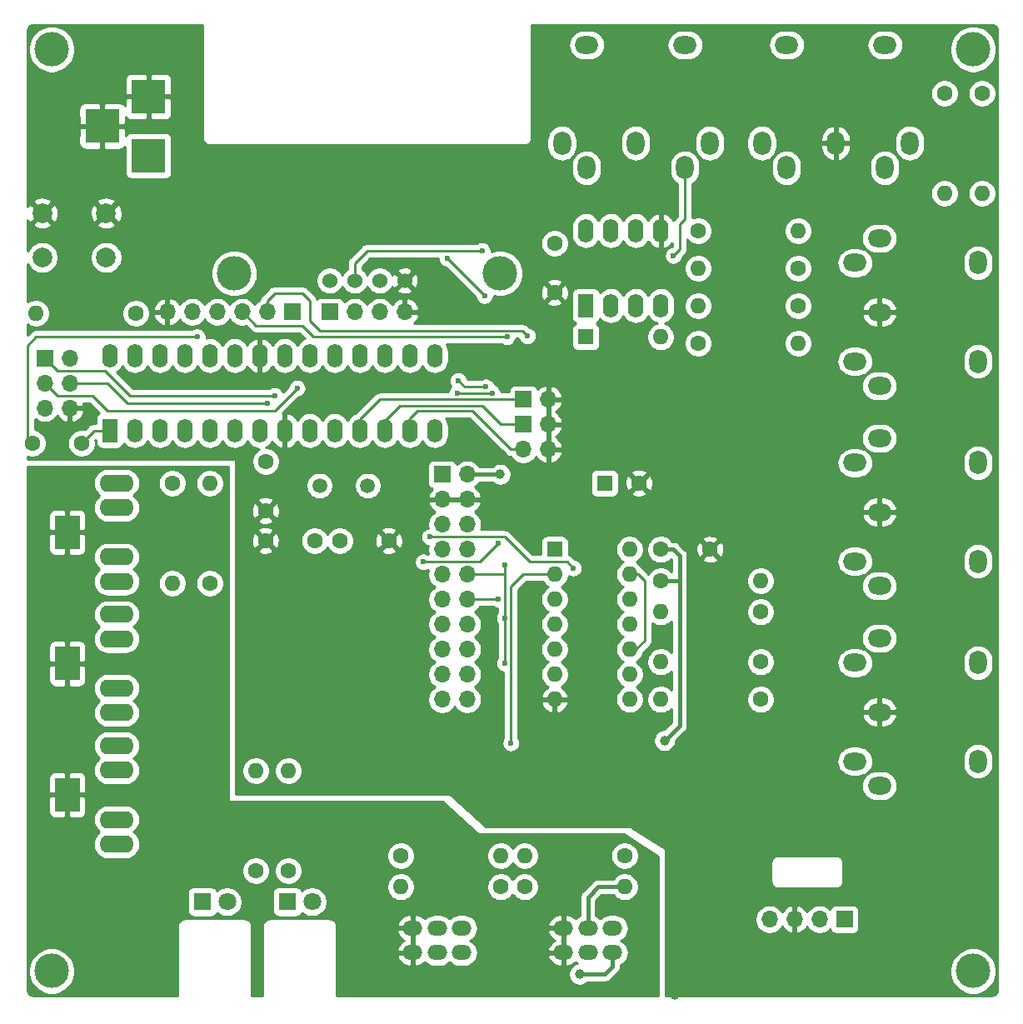
<source format=gbl>
G04 #@! TF.GenerationSoftware,KiCad,Pcbnew,(5.1.8)-1*
G04 #@! TF.CreationDate,2022-02-18T23:45:39+01:00*
G04 #@! TF.ProjectId,BulkyMIDI-32 Extras,42756c6b-794d-4494-9449-2d3332204578,rev?*
G04 #@! TF.SameCoordinates,Original*
G04 #@! TF.FileFunction,Copper,L2,Bot*
G04 #@! TF.FilePolarity,Positive*
%FSLAX46Y46*%
G04 Gerber Fmt 4.6, Leading zero omitted, Abs format (unit mm)*
G04 Created by KiCad (PCBNEW (5.1.8)-1) date 2022-02-18 23:45:39*
%MOMM*%
%LPD*%
G01*
G04 APERTURE LIST*
G04 #@! TA.AperFunction,ComponentPad*
%ADD10C,1.500000*%
G04 #@! TD*
G04 #@! TA.AperFunction,ComponentPad*
%ADD11C,1.600000*%
G04 #@! TD*
G04 #@! TA.AperFunction,WasherPad*
%ADD12C,3.500000*%
G04 #@! TD*
G04 #@! TA.AperFunction,ComponentPad*
%ADD13C,1.524000*%
G04 #@! TD*
G04 #@! TA.AperFunction,ComponentPad*
%ADD14O,2.000000X1.524000*%
G04 #@! TD*
G04 #@! TA.AperFunction,ComponentPad*
%ADD15O,1.800000X2.400000*%
G04 #@! TD*
G04 #@! TA.AperFunction,WasherPad*
%ADD16O,2.400000X1.800000*%
G04 #@! TD*
G04 #@! TA.AperFunction,ComponentPad*
%ADD17R,3.500000X3.500000*%
G04 #@! TD*
G04 #@! TA.AperFunction,ComponentPad*
%ADD18R,1.600000X1.600000*%
G04 #@! TD*
G04 #@! TA.AperFunction,ComponentPad*
%ADD19O,1.600000X1.600000*%
G04 #@! TD*
G04 #@! TA.AperFunction,ComponentPad*
%ADD20R,1.700000X1.700000*%
G04 #@! TD*
G04 #@! TA.AperFunction,ComponentPad*
%ADD21O,1.700000X1.700000*%
G04 #@! TD*
G04 #@! TA.AperFunction,ComponentPad*
%ADD22O,2.400000X1.800000*%
G04 #@! TD*
G04 #@! TA.AperFunction,WasherPad*
%ADD23O,1.800000X2.400000*%
G04 #@! TD*
G04 #@! TA.AperFunction,ComponentPad*
%ADD24R,2.500000X3.500000*%
G04 #@! TD*
G04 #@! TA.AperFunction,ComponentPad*
%ADD25O,3.500000X1.750000*%
G04 #@! TD*
G04 #@! TA.AperFunction,ComponentPad*
%ADD26R,1.800000X1.800000*%
G04 #@! TD*
G04 #@! TA.AperFunction,ComponentPad*
%ADD27C,1.800000*%
G04 #@! TD*
G04 #@! TA.AperFunction,ComponentPad*
%ADD28C,2.000000*%
G04 #@! TD*
G04 #@! TA.AperFunction,ComponentPad*
%ADD29R,1.600000X2.400000*%
G04 #@! TD*
G04 #@! TA.AperFunction,ComponentPad*
%ADD30O,1.600000X2.400000*%
G04 #@! TD*
G04 #@! TA.AperFunction,ViaPad*
%ADD31C,1.000000*%
G04 #@! TD*
G04 #@! TA.AperFunction,ViaPad*
%ADD32C,0.600000*%
G04 #@! TD*
G04 #@! TA.AperFunction,Conductor*
%ADD33C,0.381000*%
G04 #@! TD*
G04 #@! TA.AperFunction,Conductor*
%ADD34C,0.250000*%
G04 #@! TD*
G04 #@! TA.AperFunction,Conductor*
%ADD35C,0.254000*%
G04 #@! TD*
G04 #@! TA.AperFunction,Conductor*
%ADD36C,0.100000*%
G04 #@! TD*
G04 APERTURE END LIST*
D10*
X100584000Y-102108000D03*
X105464000Y-102108000D03*
D11*
X135255000Y-108585000D03*
X140255000Y-108585000D03*
D12*
X118910000Y-80518000D03*
X91910000Y-80518000D03*
D13*
X109220000Y-81280000D03*
X106680000Y-81280000D03*
X104140000Y-81280000D03*
X101600000Y-81280000D03*
D14*
X130338000Y-149566000D03*
X127838000Y-149566000D03*
X125338000Y-149566000D03*
X130338000Y-147066000D03*
X127838000Y-147066000D03*
X125338000Y-147066000D03*
X115022000Y-149566000D03*
X112522000Y-149566000D03*
X110022000Y-149566000D03*
X115022000Y-147066000D03*
X112522000Y-147066000D03*
X110022000Y-147066000D03*
D15*
X132715000Y-67310000D03*
D16*
X127715000Y-57310000D03*
X137715000Y-57310000D03*
D15*
X125215000Y-67310000D03*
X140215000Y-67310000D03*
X127715000Y-69810000D03*
X137715000Y-69810000D03*
X153035000Y-67310000D03*
D16*
X148035000Y-57310000D03*
X158035000Y-57310000D03*
D15*
X145535000Y-67310000D03*
X160535000Y-67310000D03*
X148035000Y-69810000D03*
X158035000Y-69810000D03*
D12*
X73355000Y-151435000D03*
X167005000Y-57785000D03*
X73355000Y-57785000D03*
D17*
X78485000Y-65580000D03*
X83185000Y-62580000D03*
X83185000Y-68580000D03*
D18*
X129540000Y-101854000D03*
D11*
X133040000Y-101854000D03*
X167894000Y-62230000D03*
D19*
X167894000Y-72390000D03*
D20*
X113030000Y-100965000D03*
D21*
X115570000Y-100965000D03*
X113030000Y-103505000D03*
X115570000Y-103505000D03*
X113030000Y-106045000D03*
X115570000Y-106045000D03*
X113030000Y-108585000D03*
X115570000Y-108585000D03*
X113030000Y-111125000D03*
X115570000Y-111125000D03*
X113030000Y-113665000D03*
X115570000Y-113665000D03*
X113030000Y-116205000D03*
X115570000Y-116205000D03*
X113030000Y-118745000D03*
X115570000Y-118745000D03*
X113030000Y-121285000D03*
X115570000Y-121285000D03*
X113030000Y-123825000D03*
X115570000Y-123825000D03*
D22*
X157480000Y-84471000D03*
D23*
X167480000Y-79471000D03*
X167480000Y-89471000D03*
D22*
X157480000Y-76971000D03*
X157480000Y-91971000D03*
X154980000Y-79471000D03*
X154980000Y-89471000D03*
X154980000Y-109791000D03*
X154980000Y-99791000D03*
X157480000Y-112291000D03*
X157480000Y-97291000D03*
D23*
X167480000Y-109791000D03*
X167480000Y-99791000D03*
D22*
X157480000Y-104791000D03*
X154980000Y-130111000D03*
X154980000Y-120111000D03*
X157480000Y-132611000D03*
X157480000Y-117611000D03*
D23*
X167480000Y-130111000D03*
X167480000Y-120111000D03*
D22*
X157480000Y-125111000D03*
D11*
X149225000Y-80010000D03*
D19*
X139065000Y-80010000D03*
X135255000Y-114935000D03*
D11*
X145415000Y-114935000D03*
D19*
X94107000Y-131064000D03*
D11*
X94107000Y-141224000D03*
X97409000Y-141224000D03*
D19*
X97409000Y-131064000D03*
X135255000Y-123825000D03*
D11*
X145415000Y-123825000D03*
X118999000Y-142875000D03*
D19*
X108839000Y-142875000D03*
D11*
X108839000Y-139700000D03*
D19*
X118999000Y-139700000D03*
X131572000Y-142875000D03*
D11*
X121412000Y-142875000D03*
D19*
X121412000Y-139700000D03*
D11*
X131572000Y-139700000D03*
X85598000Y-101848999D03*
D19*
X85598000Y-112008999D03*
X89408000Y-101854000D03*
D11*
X89408000Y-112014000D03*
X145415000Y-120015000D03*
D19*
X135255000Y-120015000D03*
D11*
X164084000Y-62230000D03*
D19*
X164084000Y-72390000D03*
X149225000Y-87630000D03*
D11*
X139065000Y-87630000D03*
X135255000Y-111760000D03*
D19*
X145415000Y-111760000D03*
X132080000Y-108585000D03*
X124460000Y-123825000D03*
X132080000Y-111125000D03*
X124460000Y-121285000D03*
X132080000Y-113665000D03*
X124460000Y-118745000D03*
X132080000Y-116205000D03*
X124460000Y-116205000D03*
X132080000Y-118745000D03*
X124460000Y-113665000D03*
X132080000Y-121285000D03*
X124460000Y-111125000D03*
X132080000Y-123825000D03*
D18*
X124460000Y-108585000D03*
D24*
X74933001Y-133528999D03*
D25*
X79939001Y-128528999D03*
X79939001Y-138528999D03*
X79939001Y-131028999D03*
X79939001Y-136028999D03*
X79939001Y-122688999D03*
X79939001Y-117688999D03*
X79939001Y-125188999D03*
X79939001Y-115188999D03*
D24*
X74933001Y-120188999D03*
X74933001Y-106848999D03*
D25*
X79939001Y-101848999D03*
X79939001Y-111848999D03*
X79939001Y-104348999D03*
X79939001Y-109348999D03*
D26*
X88646000Y-144399000D03*
D27*
X91186000Y-144399000D03*
X99822000Y-144399000D03*
D26*
X97282000Y-144399000D03*
D21*
X146304000Y-146177000D03*
X148844000Y-146177000D03*
X151384000Y-146177000D03*
D20*
X153924000Y-146177000D03*
D11*
X95097600Y-104648000D03*
X95097600Y-99648000D03*
X100076000Y-107696000D03*
X95076000Y-107696000D03*
X107616000Y-107696000D03*
X102616000Y-107696000D03*
X76374000Y-97790000D03*
X71374000Y-97790000D03*
D18*
X127635000Y-86995000D03*
D19*
X135255000Y-86995000D03*
D20*
X97790000Y-84455000D03*
D21*
X95250000Y-84455000D03*
X92710000Y-84455000D03*
X90170000Y-84455000D03*
X87630000Y-84455000D03*
X85090000Y-84455000D03*
D20*
X72644000Y-89154000D03*
D21*
X75184000Y-89154000D03*
X72644000Y-91694000D03*
X75184000Y-91694000D03*
X72644000Y-94234000D03*
X75184000Y-94234000D03*
D20*
X121285000Y-93345000D03*
D21*
X123825000Y-93345000D03*
D20*
X121285000Y-95885000D03*
D21*
X123825000Y-95885000D03*
X121285000Y-98425000D03*
X123825000Y-98425000D03*
D20*
X101600000Y-84455000D03*
D21*
X104140000Y-84455000D03*
X106680000Y-84455000D03*
X109220000Y-84455000D03*
D12*
X167005000Y-151435000D03*
D11*
X81915000Y-84582000D03*
D19*
X71755000Y-84582000D03*
D11*
X139065000Y-76200000D03*
D19*
X149225000Y-76200000D03*
X139065000Y-83820000D03*
D11*
X149225000Y-83820000D03*
D28*
X72390000Y-78922000D03*
X72390000Y-74422000D03*
X78890000Y-78922000D03*
X78890000Y-74422000D03*
D29*
X79248000Y-96520000D03*
D30*
X112268000Y-88900000D03*
X81788000Y-96520000D03*
X109728000Y-88900000D03*
X84328000Y-96520000D03*
X107188000Y-88900000D03*
X86868000Y-96520000D03*
X104648000Y-88900000D03*
X89408000Y-96520000D03*
X102108000Y-88900000D03*
X91948000Y-96520000D03*
X99568000Y-88900000D03*
X94488000Y-96520000D03*
X97028000Y-88900000D03*
X97028000Y-96520000D03*
X94488000Y-88900000D03*
X99568000Y-96520000D03*
X91948000Y-88900000D03*
X102108000Y-96520000D03*
X89408000Y-88900000D03*
X104648000Y-96520000D03*
X86868000Y-88900000D03*
X107188000Y-96520000D03*
X84328000Y-88900000D03*
X109728000Y-96520000D03*
X81788000Y-88900000D03*
X112268000Y-96520000D03*
X79248000Y-88900000D03*
D29*
X127635000Y-83820000D03*
D30*
X135255000Y-76200000D03*
X130175000Y-83820000D03*
X132715000Y-76200000D03*
X132715000Y-83820000D03*
X130175000Y-76200000D03*
X135255000Y-83820000D03*
X127635000Y-76200000D03*
D11*
X124460000Y-77470000D03*
X124460000Y-82470000D03*
D31*
X136652000Y-153835000D03*
X135636000Y-128016000D03*
X118935000Y-100965000D03*
X89535000Y-116205000D03*
D32*
X120015000Y-128270000D03*
X118745000Y-107950000D03*
X111125000Y-109855000D03*
D31*
X127000000Y-151765000D03*
D32*
X88138000Y-86985000D03*
X136525000Y-78740000D03*
X96012000Y-92964000D03*
X98297994Y-92202000D03*
X95250000Y-93726000D03*
X126365000Y-110490000D03*
X111760000Y-107315000D03*
X117348000Y-82804000D03*
X113537996Y-78994000D03*
X117094000Y-78232000D03*
X117475000Y-92075000D03*
X114671010Y-91440000D03*
X118110000Y-92710000D03*
X114554000Y-92710000D03*
X121696009Y-86898025D03*
X119634000Y-86985000D03*
X119370000Y-120142000D03*
X119380000Y-115544600D03*
X119392702Y-110134400D03*
X118745000Y-113665000D03*
D33*
X137160000Y-113665000D02*
X137160000Y-120650000D01*
X137160000Y-126492000D02*
X135636000Y-128016000D01*
X137160000Y-120650000D02*
X137160000Y-126492000D01*
X136525000Y-108585000D02*
X135255000Y-108585000D01*
X137160000Y-109220000D02*
X136525000Y-108585000D01*
X135255000Y-111760000D02*
X137160000Y-111760000D01*
X137160000Y-111760000D02*
X137160000Y-109220000D01*
X137160000Y-113665000D02*
X137160000Y-111760000D01*
X115570000Y-100965000D02*
X118935000Y-100965000D01*
D34*
X124460000Y-111125000D02*
X121285000Y-111125000D01*
X121285000Y-111125000D02*
X120015000Y-112395000D01*
X120015000Y-112395000D02*
X120015000Y-123190000D01*
X120015000Y-123190000D02*
X120015000Y-128270000D01*
X118745000Y-107950000D02*
X116840000Y-109855000D01*
X116840000Y-109855000D02*
X111125000Y-109855000D01*
D33*
X127000000Y-151765000D02*
X129540000Y-151765000D01*
X130338000Y-150967000D02*
X130338000Y-149566000D01*
X129540000Y-151765000D02*
X130338000Y-150967000D01*
X127838000Y-147066000D02*
X127838000Y-143942000D01*
X128905000Y-142875000D02*
X131572000Y-142875000D01*
X127838000Y-143942000D02*
X128905000Y-142875000D01*
D34*
X77644000Y-96520000D02*
X76374000Y-97790000D01*
X79248000Y-96520000D02*
X77644000Y-96520000D01*
X70866000Y-97282000D02*
X71374000Y-97790000D01*
X70866000Y-87884000D02*
X70866000Y-97282000D01*
X71765000Y-86985000D02*
X70866000Y-87884000D01*
X88138000Y-86985000D02*
X71765000Y-86985000D01*
X136525000Y-78740000D02*
X137160000Y-78105000D01*
X137715000Y-75010000D02*
X137160000Y-75565000D01*
X137715000Y-69810000D02*
X137715000Y-75010000D01*
X137160000Y-78105000D02*
X137160000Y-75565000D01*
X81320996Y-92964000D02*
X96012000Y-92964000D01*
X78780996Y-90424000D02*
X81320996Y-92964000D01*
X73914000Y-90424000D02*
X78780996Y-90424000D01*
X72644000Y-89154000D02*
X73914000Y-90424000D01*
X73914000Y-92964000D02*
X77470000Y-92964000D01*
X72644000Y-91694000D02*
X73914000Y-92964000D01*
X77470000Y-92964000D02*
X78994000Y-94488000D01*
X78994000Y-94488000D02*
X96011994Y-94488000D01*
X96011994Y-94488000D02*
X98297994Y-92202000D01*
X81026000Y-93726000D02*
X95250000Y-93726000D01*
X78994000Y-91694000D02*
X81026000Y-93726000D01*
X75184000Y-91694000D02*
X78994000Y-91694000D01*
X104648000Y-95377000D02*
X104648000Y-96520000D01*
X106680000Y-93345000D02*
X104648000Y-95377000D01*
X121285000Y-93345000D02*
X106680000Y-93345000D01*
X107188000Y-95504000D02*
X107188000Y-96520000D01*
X108712000Y-93980000D02*
X107188000Y-95504000D01*
X117094000Y-93980000D02*
X108712000Y-93980000D01*
X118999000Y-95885000D02*
X117094000Y-93980000D01*
X121285000Y-95885000D02*
X118999000Y-95885000D01*
X109728000Y-96520000D02*
X109728000Y-95250000D01*
X109728000Y-95250000D02*
X110490000Y-94488000D01*
X116078000Y-94488000D02*
X120015000Y-98425000D01*
X110490000Y-94488000D02*
X116078000Y-94488000D01*
X121285000Y-98425000D02*
X120015000Y-98425000D01*
X133604000Y-111760000D02*
X132969000Y-111125000D01*
X133604000Y-117856000D02*
X133604000Y-111760000D01*
X132969000Y-111125000D02*
X132080000Y-111125000D01*
X132715000Y-118745000D02*
X133604000Y-117856000D01*
X132080000Y-118745000D02*
X132715000Y-118745000D01*
X119380000Y-107315000D02*
X111760000Y-107315000D01*
X121920000Y-109855000D02*
X119380000Y-107315000D01*
X125730000Y-109855000D02*
X121920000Y-109855000D01*
X126365000Y-110490000D02*
X125730000Y-109855000D01*
X117348000Y-82804000D02*
X113538000Y-78994000D01*
X113538000Y-78994000D02*
X113537996Y-78994000D01*
X117094000Y-78232000D02*
X107696000Y-78232000D01*
X107696000Y-78232000D02*
X105410000Y-78232000D01*
X104140000Y-79502000D02*
X104140000Y-81280000D01*
X105410000Y-78232000D02*
X104140000Y-79502000D01*
X115306010Y-92075000D02*
X114671010Y-91440000D01*
X117475000Y-92075000D02*
X115306010Y-92075000D01*
X118110000Y-92710000D02*
X114554000Y-92710000D01*
X95250000Y-83312000D02*
X95250000Y-84455000D01*
X98806000Y-82550000D02*
X96012000Y-82550000D01*
X99568000Y-83312000D02*
X98806000Y-82550000D01*
X99568000Y-85344000D02*
X99568000Y-83312000D01*
X96012000Y-82550000D02*
X95250000Y-83312000D01*
X100584000Y-86360000D02*
X99568000Y-85344000D01*
X121157984Y-86360000D02*
X100584000Y-86360000D01*
X121696009Y-86898025D02*
X121157984Y-86360000D01*
X98826000Y-85852000D02*
X99959000Y-86985000D01*
X94107000Y-85852000D02*
X98826000Y-85852000D01*
X99959000Y-86985000D02*
X119634000Y-86985000D01*
X92710000Y-84455000D02*
X94107000Y-85852000D01*
X119370000Y-115554600D02*
X119380000Y-115544600D01*
X119370000Y-120142000D02*
X119370000Y-115554600D01*
X119380000Y-110147102D02*
X119392702Y-110134400D01*
X115570000Y-111125000D02*
X119380000Y-111125000D01*
X119380000Y-111125000D02*
X119380000Y-110147102D01*
X119380000Y-115544600D02*
X119380000Y-111125000D01*
X118745000Y-113665000D02*
X115570000Y-113665000D01*
D35*
X88698000Y-66767123D02*
X88694565Y-66802000D01*
X88708273Y-66941184D01*
X88748872Y-67075020D01*
X88814800Y-67198363D01*
X88903525Y-67306475D01*
X89011637Y-67395200D01*
X89134980Y-67461128D01*
X89268816Y-67501727D01*
X89408000Y-67515435D01*
X89442877Y-67512000D01*
X121377123Y-67512000D01*
X121412000Y-67515435D01*
X121446877Y-67512000D01*
X121551184Y-67501727D01*
X121685020Y-67461128D01*
X121808363Y-67395200D01*
X121916475Y-67306475D01*
X122005200Y-67198363D01*
X122071128Y-67075020D01*
X122111727Y-66941184D01*
X122112376Y-66934592D01*
X123680000Y-66934592D01*
X123680000Y-67685407D01*
X123702210Y-67910912D01*
X123789983Y-68200260D01*
X123932519Y-68466926D01*
X124124339Y-68700661D01*
X124358073Y-68892481D01*
X124624739Y-69035017D01*
X124914087Y-69122790D01*
X125215000Y-69152427D01*
X125515912Y-69122790D01*
X125805260Y-69035017D01*
X126071926Y-68892481D01*
X126305661Y-68700661D01*
X126497481Y-68466927D01*
X126640017Y-68200261D01*
X126727790Y-67910913D01*
X126750000Y-67685408D01*
X126750000Y-66934593D01*
X126750000Y-66934592D01*
X131180000Y-66934592D01*
X131180000Y-67685407D01*
X131202210Y-67910912D01*
X131289983Y-68200260D01*
X131432519Y-68466926D01*
X131624339Y-68700661D01*
X131858073Y-68892481D01*
X132124739Y-69035017D01*
X132414087Y-69122790D01*
X132715000Y-69152427D01*
X133015912Y-69122790D01*
X133305260Y-69035017D01*
X133571926Y-68892481D01*
X133805661Y-68700661D01*
X133997481Y-68466927D01*
X134140017Y-68200261D01*
X134227790Y-67910913D01*
X134250000Y-67685408D01*
X134250000Y-66934593D01*
X134250000Y-66934592D01*
X138680000Y-66934592D01*
X138680000Y-67685407D01*
X138702210Y-67910912D01*
X138789983Y-68200260D01*
X138932519Y-68466926D01*
X139124339Y-68700661D01*
X139358073Y-68892481D01*
X139624739Y-69035017D01*
X139914087Y-69122790D01*
X140215000Y-69152427D01*
X140515912Y-69122790D01*
X140805260Y-69035017D01*
X141071926Y-68892481D01*
X141305661Y-68700661D01*
X141497481Y-68466927D01*
X141640017Y-68200261D01*
X141727790Y-67910913D01*
X141750000Y-67685408D01*
X141750000Y-66934593D01*
X141750000Y-66934592D01*
X144000000Y-66934592D01*
X144000000Y-67685407D01*
X144022210Y-67910912D01*
X144109983Y-68200260D01*
X144252519Y-68466926D01*
X144444339Y-68700661D01*
X144678073Y-68892481D01*
X144944739Y-69035017D01*
X145234087Y-69122790D01*
X145535000Y-69152427D01*
X145835912Y-69122790D01*
X146125260Y-69035017D01*
X146391926Y-68892481D01*
X146625661Y-68700661D01*
X146817481Y-68466927D01*
X146960017Y-68200261D01*
X147047790Y-67910913D01*
X147070000Y-67685408D01*
X147070000Y-67437000D01*
X151500000Y-67437000D01*
X151500000Y-67737000D01*
X151554271Y-68034023D01*
X151665446Y-68314751D01*
X151829252Y-68568396D01*
X152039394Y-68785210D01*
X152287796Y-68956862D01*
X152564913Y-69076755D01*
X152670260Y-69101036D01*
X152908000Y-68980378D01*
X152908000Y-67437000D01*
X153162000Y-67437000D01*
X153162000Y-68980378D01*
X153399740Y-69101036D01*
X153505087Y-69076755D01*
X153782204Y-68956862D01*
X154030606Y-68785210D01*
X154240748Y-68568396D01*
X154404554Y-68314751D01*
X154515729Y-68034023D01*
X154570000Y-67737000D01*
X154570000Y-67437000D01*
X153162000Y-67437000D01*
X152908000Y-67437000D01*
X151500000Y-67437000D01*
X147070000Y-67437000D01*
X147070000Y-66934593D01*
X147064919Y-66883000D01*
X151500000Y-66883000D01*
X151500000Y-67183000D01*
X152908000Y-67183000D01*
X152908000Y-65639622D01*
X153162000Y-65639622D01*
X153162000Y-67183000D01*
X154570000Y-67183000D01*
X154570000Y-66934592D01*
X159000000Y-66934592D01*
X159000000Y-67685407D01*
X159022210Y-67910912D01*
X159109983Y-68200260D01*
X159252519Y-68466926D01*
X159444339Y-68700661D01*
X159678073Y-68892481D01*
X159944739Y-69035017D01*
X160234087Y-69122790D01*
X160535000Y-69152427D01*
X160835912Y-69122790D01*
X161125260Y-69035017D01*
X161391926Y-68892481D01*
X161625661Y-68700661D01*
X161817481Y-68466927D01*
X161960017Y-68200261D01*
X162047790Y-67910913D01*
X162070000Y-67685408D01*
X162070000Y-66934593D01*
X162047790Y-66709088D01*
X161960017Y-66419739D01*
X161817481Y-66153073D01*
X161625661Y-65919339D01*
X161391927Y-65727519D01*
X161125261Y-65584983D01*
X160835913Y-65497210D01*
X160535000Y-65467573D01*
X160234088Y-65497210D01*
X159944740Y-65584983D01*
X159678074Y-65727519D01*
X159444339Y-65919339D01*
X159252519Y-66153073D01*
X159109983Y-66419739D01*
X159022210Y-66709087D01*
X159000000Y-66934592D01*
X154570000Y-66934592D01*
X154570000Y-66883000D01*
X154515729Y-66585977D01*
X154404554Y-66305249D01*
X154240748Y-66051604D01*
X154030606Y-65834790D01*
X153782204Y-65663138D01*
X153505087Y-65543245D01*
X153399740Y-65518964D01*
X153162000Y-65639622D01*
X152908000Y-65639622D01*
X152670260Y-65518964D01*
X152564913Y-65543245D01*
X152287796Y-65663138D01*
X152039394Y-65834790D01*
X151829252Y-66051604D01*
X151665446Y-66305249D01*
X151554271Y-66585977D01*
X151500000Y-66883000D01*
X147064919Y-66883000D01*
X147047790Y-66709088D01*
X146960017Y-66419739D01*
X146817481Y-66153073D01*
X146625661Y-65919339D01*
X146391927Y-65727519D01*
X146125261Y-65584983D01*
X145835913Y-65497210D01*
X145535000Y-65467573D01*
X145234088Y-65497210D01*
X144944740Y-65584983D01*
X144678074Y-65727519D01*
X144444339Y-65919339D01*
X144252519Y-66153073D01*
X144109983Y-66419739D01*
X144022210Y-66709087D01*
X144000000Y-66934592D01*
X141750000Y-66934592D01*
X141727790Y-66709088D01*
X141640017Y-66419739D01*
X141497481Y-66153073D01*
X141305661Y-65919339D01*
X141071927Y-65727519D01*
X140805261Y-65584983D01*
X140515913Y-65497210D01*
X140215000Y-65467573D01*
X139914088Y-65497210D01*
X139624740Y-65584983D01*
X139358074Y-65727519D01*
X139124339Y-65919339D01*
X138932519Y-66153073D01*
X138789983Y-66419739D01*
X138702210Y-66709087D01*
X138680000Y-66934592D01*
X134250000Y-66934592D01*
X134227790Y-66709088D01*
X134140017Y-66419739D01*
X133997481Y-66153073D01*
X133805661Y-65919339D01*
X133571927Y-65727519D01*
X133305261Y-65584983D01*
X133015913Y-65497210D01*
X132715000Y-65467573D01*
X132414088Y-65497210D01*
X132124740Y-65584983D01*
X131858074Y-65727519D01*
X131624339Y-65919339D01*
X131432519Y-66153073D01*
X131289983Y-66419739D01*
X131202210Y-66709087D01*
X131180000Y-66934592D01*
X126750000Y-66934592D01*
X126727790Y-66709088D01*
X126640017Y-66419739D01*
X126497481Y-66153073D01*
X126305661Y-65919339D01*
X126071927Y-65727519D01*
X125805261Y-65584983D01*
X125515913Y-65497210D01*
X125215000Y-65467573D01*
X124914088Y-65497210D01*
X124624740Y-65584983D01*
X124358074Y-65727519D01*
X124124339Y-65919339D01*
X123932519Y-66153073D01*
X123789983Y-66419739D01*
X123702210Y-66709087D01*
X123680000Y-66934592D01*
X122112376Y-66934592D01*
X122125435Y-66802000D01*
X122122000Y-66767123D01*
X122122000Y-62088665D01*
X162649000Y-62088665D01*
X162649000Y-62371335D01*
X162704147Y-62648574D01*
X162812320Y-62909727D01*
X162969363Y-63144759D01*
X163169241Y-63344637D01*
X163404273Y-63501680D01*
X163665426Y-63609853D01*
X163942665Y-63665000D01*
X164225335Y-63665000D01*
X164502574Y-63609853D01*
X164763727Y-63501680D01*
X164998759Y-63344637D01*
X165198637Y-63144759D01*
X165355680Y-62909727D01*
X165463853Y-62648574D01*
X165519000Y-62371335D01*
X165519000Y-62088665D01*
X166459000Y-62088665D01*
X166459000Y-62371335D01*
X166514147Y-62648574D01*
X166622320Y-62909727D01*
X166779363Y-63144759D01*
X166979241Y-63344637D01*
X167214273Y-63501680D01*
X167475426Y-63609853D01*
X167752665Y-63665000D01*
X168035335Y-63665000D01*
X168312574Y-63609853D01*
X168573727Y-63501680D01*
X168808759Y-63344637D01*
X169008637Y-63144759D01*
X169165680Y-62909727D01*
X169273853Y-62648574D01*
X169329000Y-62371335D01*
X169329000Y-62088665D01*
X169273853Y-61811426D01*
X169165680Y-61550273D01*
X169008637Y-61315241D01*
X168808759Y-61115363D01*
X168573727Y-60958320D01*
X168312574Y-60850147D01*
X168035335Y-60795000D01*
X167752665Y-60795000D01*
X167475426Y-60850147D01*
X167214273Y-60958320D01*
X166979241Y-61115363D01*
X166779363Y-61315241D01*
X166622320Y-61550273D01*
X166514147Y-61811426D01*
X166459000Y-62088665D01*
X165519000Y-62088665D01*
X165463853Y-61811426D01*
X165355680Y-61550273D01*
X165198637Y-61315241D01*
X164998759Y-61115363D01*
X164763727Y-60958320D01*
X164502574Y-60850147D01*
X164225335Y-60795000D01*
X163942665Y-60795000D01*
X163665426Y-60850147D01*
X163404273Y-60958320D01*
X163169241Y-61115363D01*
X162969363Y-61315241D01*
X162812320Y-61550273D01*
X162704147Y-61811426D01*
X162649000Y-62088665D01*
X122122000Y-62088665D01*
X122122000Y-57310000D01*
X125872573Y-57310000D01*
X125902210Y-57610913D01*
X125989983Y-57900261D01*
X126132519Y-58166927D01*
X126324339Y-58400661D01*
X126558073Y-58592481D01*
X126824739Y-58735017D01*
X127114087Y-58822790D01*
X127339592Y-58845000D01*
X128090408Y-58845000D01*
X128315913Y-58822790D01*
X128605261Y-58735017D01*
X128871927Y-58592481D01*
X129105661Y-58400661D01*
X129297481Y-58166927D01*
X129440017Y-57900261D01*
X129527790Y-57610913D01*
X129557427Y-57310000D01*
X135872573Y-57310000D01*
X135902210Y-57610913D01*
X135989983Y-57900261D01*
X136132519Y-58166927D01*
X136324339Y-58400661D01*
X136558073Y-58592481D01*
X136824739Y-58735017D01*
X137114087Y-58822790D01*
X137339592Y-58845000D01*
X138090408Y-58845000D01*
X138315913Y-58822790D01*
X138605261Y-58735017D01*
X138871927Y-58592481D01*
X139105661Y-58400661D01*
X139297481Y-58166927D01*
X139440017Y-57900261D01*
X139527790Y-57610913D01*
X139557427Y-57310000D01*
X146192573Y-57310000D01*
X146222210Y-57610913D01*
X146309983Y-57900261D01*
X146452519Y-58166927D01*
X146644339Y-58400661D01*
X146878073Y-58592481D01*
X147144739Y-58735017D01*
X147434087Y-58822790D01*
X147659592Y-58845000D01*
X148410408Y-58845000D01*
X148635913Y-58822790D01*
X148925261Y-58735017D01*
X149191927Y-58592481D01*
X149425661Y-58400661D01*
X149617481Y-58166927D01*
X149760017Y-57900261D01*
X149847790Y-57610913D01*
X149877427Y-57310000D01*
X156192573Y-57310000D01*
X156222210Y-57610913D01*
X156309983Y-57900261D01*
X156452519Y-58166927D01*
X156644339Y-58400661D01*
X156878073Y-58592481D01*
X157144739Y-58735017D01*
X157434087Y-58822790D01*
X157659592Y-58845000D01*
X158410408Y-58845000D01*
X158635913Y-58822790D01*
X158925261Y-58735017D01*
X159191927Y-58592481D01*
X159425661Y-58400661D01*
X159617481Y-58166927D01*
X159760017Y-57900261D01*
X159847790Y-57610913D01*
X159853779Y-57550098D01*
X164620000Y-57550098D01*
X164620000Y-58019902D01*
X164711654Y-58480679D01*
X164891440Y-58914721D01*
X165152450Y-59305349D01*
X165484651Y-59637550D01*
X165875279Y-59898560D01*
X166309321Y-60078346D01*
X166770098Y-60170000D01*
X167239902Y-60170000D01*
X167700679Y-60078346D01*
X168134721Y-59898560D01*
X168525349Y-59637550D01*
X168857550Y-59305349D01*
X169118560Y-58914721D01*
X169298346Y-58480679D01*
X169390000Y-58019902D01*
X169390000Y-57550098D01*
X169298346Y-57089321D01*
X169118560Y-56655279D01*
X168857550Y-56264651D01*
X168525349Y-55932450D01*
X168134721Y-55671440D01*
X167700679Y-55491654D01*
X167239902Y-55400000D01*
X166770098Y-55400000D01*
X166309321Y-55491654D01*
X165875279Y-55671440D01*
X165484651Y-55932450D01*
X165152450Y-56264651D01*
X164891440Y-56655279D01*
X164711654Y-57089321D01*
X164620000Y-57550098D01*
X159853779Y-57550098D01*
X159877427Y-57310000D01*
X159847790Y-57009087D01*
X159760017Y-56719739D01*
X159617481Y-56453073D01*
X159425661Y-56219339D01*
X159191927Y-56027519D01*
X158925261Y-55884983D01*
X158635913Y-55797210D01*
X158410408Y-55775000D01*
X157659592Y-55775000D01*
X157434087Y-55797210D01*
X157144739Y-55884983D01*
X156878073Y-56027519D01*
X156644339Y-56219339D01*
X156452519Y-56453073D01*
X156309983Y-56719739D01*
X156222210Y-57009087D01*
X156192573Y-57310000D01*
X149877427Y-57310000D01*
X149847790Y-57009087D01*
X149760017Y-56719739D01*
X149617481Y-56453073D01*
X149425661Y-56219339D01*
X149191927Y-56027519D01*
X148925261Y-55884983D01*
X148635913Y-55797210D01*
X148410408Y-55775000D01*
X147659592Y-55775000D01*
X147434087Y-55797210D01*
X147144739Y-55884983D01*
X146878073Y-56027519D01*
X146644339Y-56219339D01*
X146452519Y-56453073D01*
X146309983Y-56719739D01*
X146222210Y-57009087D01*
X146192573Y-57310000D01*
X139557427Y-57310000D01*
X139527790Y-57009087D01*
X139440017Y-56719739D01*
X139297481Y-56453073D01*
X139105661Y-56219339D01*
X138871927Y-56027519D01*
X138605261Y-55884983D01*
X138315913Y-55797210D01*
X138090408Y-55775000D01*
X137339592Y-55775000D01*
X137114087Y-55797210D01*
X136824739Y-55884983D01*
X136558073Y-56027519D01*
X136324339Y-56219339D01*
X136132519Y-56453073D01*
X135989983Y-56719739D01*
X135902210Y-57009087D01*
X135872573Y-57310000D01*
X129557427Y-57310000D01*
X129527790Y-57009087D01*
X129440017Y-56719739D01*
X129297481Y-56453073D01*
X129105661Y-56219339D01*
X128871927Y-56027519D01*
X128605261Y-55884983D01*
X128315913Y-55797210D01*
X128090408Y-55775000D01*
X127339592Y-55775000D01*
X127114087Y-55797210D01*
X126824739Y-55884983D01*
X126558073Y-56027519D01*
X126324339Y-56219339D01*
X126132519Y-56453073D01*
X125989983Y-56719739D01*
X125902210Y-57009087D01*
X125872573Y-57310000D01*
X122122000Y-57310000D01*
X122122000Y-55320000D01*
X168875280Y-55320000D01*
X169018109Y-55334005D01*
X169122101Y-55365402D01*
X169218014Y-55416399D01*
X169302194Y-55485055D01*
X169371440Y-55568758D01*
X169423105Y-55664311D01*
X169455227Y-55768078D01*
X169470001Y-55908650D01*
X169470000Y-78774876D01*
X169470001Y-78774886D01*
X169470000Y-153305280D01*
X169455995Y-153448109D01*
X169424599Y-153552099D01*
X169373601Y-153648013D01*
X169304941Y-153732199D01*
X169221243Y-153801439D01*
X169125689Y-153853105D01*
X169021922Y-153885227D01*
X168881359Y-153900000D01*
X135763000Y-153900000D01*
X135763000Y-151200098D01*
X164620000Y-151200098D01*
X164620000Y-151669902D01*
X164711654Y-152130679D01*
X164891440Y-152564721D01*
X165152450Y-152955349D01*
X165484651Y-153287550D01*
X165875279Y-153548560D01*
X166309321Y-153728346D01*
X166770098Y-153820000D01*
X167239902Y-153820000D01*
X167700679Y-153728346D01*
X168134721Y-153548560D01*
X168525349Y-153287550D01*
X168857550Y-152955349D01*
X169118560Y-152564721D01*
X169298346Y-152130679D01*
X169390000Y-151669902D01*
X169390000Y-151200098D01*
X169298346Y-150739321D01*
X169118560Y-150305279D01*
X168857550Y-149914651D01*
X168525349Y-149582450D01*
X168134721Y-149321440D01*
X167700679Y-149141654D01*
X167239902Y-149050000D01*
X166770098Y-149050000D01*
X166309321Y-149141654D01*
X165875279Y-149321440D01*
X165484651Y-149582450D01*
X165152450Y-149914651D01*
X164891440Y-150305279D01*
X164711654Y-150739321D01*
X164620000Y-151200098D01*
X135763000Y-151200098D01*
X135763000Y-146030740D01*
X144819000Y-146030740D01*
X144819000Y-146323260D01*
X144876068Y-146610158D01*
X144988010Y-146880411D01*
X145150525Y-147123632D01*
X145357368Y-147330475D01*
X145600589Y-147492990D01*
X145870842Y-147604932D01*
X146157740Y-147662000D01*
X146450260Y-147662000D01*
X146737158Y-147604932D01*
X147007411Y-147492990D01*
X147250632Y-147330475D01*
X147457475Y-147123632D01*
X147575100Y-146947594D01*
X147746412Y-147177269D01*
X147962645Y-147372178D01*
X148212748Y-147521157D01*
X148487109Y-147618481D01*
X148717000Y-147497814D01*
X148717000Y-146304000D01*
X148697000Y-146304000D01*
X148697000Y-146050000D01*
X148717000Y-146050000D01*
X148717000Y-144856186D01*
X148971000Y-144856186D01*
X148971000Y-146050000D01*
X148991000Y-146050000D01*
X148991000Y-146304000D01*
X148971000Y-146304000D01*
X148971000Y-147497814D01*
X149200891Y-147618481D01*
X149475252Y-147521157D01*
X149725355Y-147372178D01*
X149941588Y-147177269D01*
X150112900Y-146947594D01*
X150230525Y-147123632D01*
X150437368Y-147330475D01*
X150680589Y-147492990D01*
X150950842Y-147604932D01*
X151237740Y-147662000D01*
X151530260Y-147662000D01*
X151817158Y-147604932D01*
X152087411Y-147492990D01*
X152330632Y-147330475D01*
X152462487Y-147198620D01*
X152484498Y-147271180D01*
X152543463Y-147381494D01*
X152622815Y-147478185D01*
X152719506Y-147557537D01*
X152829820Y-147616502D01*
X152949518Y-147652812D01*
X153074000Y-147665072D01*
X154774000Y-147665072D01*
X154898482Y-147652812D01*
X155018180Y-147616502D01*
X155128494Y-147557537D01*
X155225185Y-147478185D01*
X155304537Y-147381494D01*
X155363502Y-147271180D01*
X155399812Y-147151482D01*
X155412072Y-147027000D01*
X155412072Y-145327000D01*
X155399812Y-145202518D01*
X155363502Y-145082820D01*
X155304537Y-144972506D01*
X155225185Y-144875815D01*
X155128494Y-144796463D01*
X155018180Y-144737498D01*
X154898482Y-144701188D01*
X154774000Y-144688928D01*
X153074000Y-144688928D01*
X152949518Y-144701188D01*
X152829820Y-144737498D01*
X152719506Y-144796463D01*
X152622815Y-144875815D01*
X152543463Y-144972506D01*
X152484498Y-145082820D01*
X152462487Y-145155380D01*
X152330632Y-145023525D01*
X152087411Y-144861010D01*
X151817158Y-144749068D01*
X151530260Y-144692000D01*
X151237740Y-144692000D01*
X150950842Y-144749068D01*
X150680589Y-144861010D01*
X150437368Y-145023525D01*
X150230525Y-145230368D01*
X150112900Y-145406406D01*
X149941588Y-145176731D01*
X149725355Y-144981822D01*
X149475252Y-144832843D01*
X149200891Y-144735519D01*
X148971000Y-144856186D01*
X148717000Y-144856186D01*
X148487109Y-144735519D01*
X148212748Y-144832843D01*
X147962645Y-144981822D01*
X147746412Y-145176731D01*
X147575100Y-145406406D01*
X147457475Y-145230368D01*
X147250632Y-145023525D01*
X147007411Y-144861010D01*
X146737158Y-144749068D01*
X146450260Y-144692000D01*
X146157740Y-144692000D01*
X145870842Y-144749068D01*
X145600589Y-144861010D01*
X145357368Y-145023525D01*
X145150525Y-145230368D01*
X144988010Y-145473589D01*
X144876068Y-145743842D01*
X144819000Y-146030740D01*
X135763000Y-146030740D01*
X135763000Y-140362000D01*
X146450807Y-140362000D01*
X146454001Y-140394429D01*
X146454000Y-142334580D01*
X146450807Y-142367000D01*
X146463550Y-142496383D01*
X146501290Y-142620793D01*
X146562575Y-142735450D01*
X146645052Y-142835948D01*
X146745550Y-142918425D01*
X146860207Y-142979710D01*
X146984617Y-143017450D01*
X147114000Y-143030193D01*
X147146419Y-143027000D01*
X153081581Y-143027000D01*
X153114000Y-143030193D01*
X153146419Y-143027000D01*
X153243383Y-143017450D01*
X153367793Y-142979710D01*
X153482450Y-142918425D01*
X153582948Y-142835948D01*
X153665425Y-142735450D01*
X153726710Y-142620793D01*
X153764450Y-142496383D01*
X153777193Y-142367000D01*
X153774000Y-142334581D01*
X153774000Y-140394419D01*
X153777193Y-140362000D01*
X153764450Y-140232617D01*
X153726710Y-140108207D01*
X153665425Y-139993550D01*
X153582948Y-139893052D01*
X153482450Y-139810575D01*
X153367793Y-139749290D01*
X153243383Y-139711550D01*
X153146419Y-139702000D01*
X153114000Y-139698807D01*
X153081581Y-139702000D01*
X147146419Y-139702000D01*
X147114000Y-139698807D01*
X147081581Y-139702000D01*
X146984617Y-139711550D01*
X146860207Y-139749290D01*
X146745550Y-139810575D01*
X146645052Y-139893052D01*
X146562575Y-139993550D01*
X146501290Y-140108207D01*
X146463550Y-140232617D01*
X146450807Y-140362000D01*
X135763000Y-140362000D01*
X135763000Y-139065000D01*
X135760560Y-139040224D01*
X135753333Y-139016399D01*
X135741597Y-138994443D01*
X135725803Y-138975197D01*
X135703667Y-138957528D01*
X132274667Y-136798528D01*
X132252400Y-136787392D01*
X132228389Y-136780814D01*
X132207000Y-136779000D01*
X117460787Y-136779000D01*
X113814171Y-133446747D01*
X113794234Y-133431835D01*
X113771772Y-133421099D01*
X113747646Y-133414952D01*
X113728500Y-133413500D01*
X92075000Y-133413500D01*
X92075000Y-132611000D01*
X155637573Y-132611000D01*
X155667210Y-132911913D01*
X155754983Y-133201261D01*
X155897519Y-133467927D01*
X156089339Y-133701661D01*
X156323073Y-133893481D01*
X156589739Y-134036017D01*
X156879087Y-134123790D01*
X157104592Y-134146000D01*
X157855408Y-134146000D01*
X158080913Y-134123790D01*
X158370261Y-134036017D01*
X158636927Y-133893481D01*
X158870661Y-133701661D01*
X159062481Y-133467927D01*
X159205017Y-133201261D01*
X159292790Y-132911913D01*
X159322427Y-132611000D01*
X159292790Y-132310087D01*
X159205017Y-132020739D01*
X159062481Y-131754073D01*
X158870661Y-131520339D01*
X158636927Y-131328519D01*
X158370261Y-131185983D01*
X158080913Y-131098210D01*
X157855408Y-131076000D01*
X157104592Y-131076000D01*
X156879087Y-131098210D01*
X156589739Y-131185983D01*
X156323073Y-131328519D01*
X156089339Y-131520339D01*
X155897519Y-131754073D01*
X155754983Y-132020739D01*
X155667210Y-132310087D01*
X155637573Y-132611000D01*
X92075000Y-132611000D01*
X92075000Y-130922665D01*
X92672000Y-130922665D01*
X92672000Y-131205335D01*
X92727147Y-131482574D01*
X92835320Y-131743727D01*
X92992363Y-131978759D01*
X93192241Y-132178637D01*
X93427273Y-132335680D01*
X93688426Y-132443853D01*
X93965665Y-132499000D01*
X94248335Y-132499000D01*
X94525574Y-132443853D01*
X94786727Y-132335680D01*
X95021759Y-132178637D01*
X95221637Y-131978759D01*
X95378680Y-131743727D01*
X95486853Y-131482574D01*
X95542000Y-131205335D01*
X95542000Y-130922665D01*
X95974000Y-130922665D01*
X95974000Y-131205335D01*
X96029147Y-131482574D01*
X96137320Y-131743727D01*
X96294363Y-131978759D01*
X96494241Y-132178637D01*
X96729273Y-132335680D01*
X96990426Y-132443853D01*
X97267665Y-132499000D01*
X97550335Y-132499000D01*
X97827574Y-132443853D01*
X98088727Y-132335680D01*
X98323759Y-132178637D01*
X98523637Y-131978759D01*
X98680680Y-131743727D01*
X98788853Y-131482574D01*
X98844000Y-131205335D01*
X98844000Y-130922665D01*
X98788853Y-130645426D01*
X98680680Y-130384273D01*
X98523637Y-130149241D01*
X98485396Y-130111000D01*
X153137573Y-130111000D01*
X153167210Y-130411913D01*
X153254983Y-130701261D01*
X153397519Y-130967927D01*
X153589339Y-131201661D01*
X153823073Y-131393481D01*
X154089739Y-131536017D01*
X154379087Y-131623790D01*
X154604592Y-131646000D01*
X155355408Y-131646000D01*
X155580913Y-131623790D01*
X155870261Y-131536017D01*
X156136927Y-131393481D01*
X156370661Y-131201661D01*
X156562481Y-130967927D01*
X156705017Y-130701261D01*
X156792790Y-130411913D01*
X156822427Y-130111000D01*
X156792790Y-129810087D01*
X156770193Y-129735593D01*
X165945000Y-129735593D01*
X165945000Y-130486408D01*
X165967210Y-130711913D01*
X166054983Y-131001261D01*
X166197519Y-131267927D01*
X166389339Y-131501661D01*
X166623074Y-131693481D01*
X166889740Y-131836017D01*
X167179088Y-131923790D01*
X167480000Y-131953427D01*
X167780913Y-131923790D01*
X168070261Y-131836017D01*
X168336927Y-131693481D01*
X168570661Y-131501661D01*
X168762481Y-131267927D01*
X168905017Y-131001261D01*
X168992790Y-130711912D01*
X169015000Y-130486407D01*
X169015000Y-129735592D01*
X168992790Y-129510087D01*
X168905017Y-129220739D01*
X168762481Y-128954073D01*
X168570661Y-128720339D01*
X168336926Y-128528519D01*
X168070260Y-128385983D01*
X167780912Y-128298210D01*
X167480000Y-128268573D01*
X167179087Y-128298210D01*
X166889739Y-128385983D01*
X166623073Y-128528519D01*
X166389339Y-128720339D01*
X166197519Y-128954074D01*
X166054983Y-129220740D01*
X165967210Y-129510088D01*
X165945000Y-129735593D01*
X156770193Y-129735593D01*
X156705017Y-129520739D01*
X156562481Y-129254073D01*
X156370661Y-129020339D01*
X156136927Y-128828519D01*
X155870261Y-128685983D01*
X155580913Y-128598210D01*
X155355408Y-128576000D01*
X154604592Y-128576000D01*
X154379087Y-128598210D01*
X154089739Y-128685983D01*
X153823073Y-128828519D01*
X153589339Y-129020339D01*
X153397519Y-129254073D01*
X153254983Y-129520739D01*
X153167210Y-129810087D01*
X153137573Y-130111000D01*
X98485396Y-130111000D01*
X98323759Y-129949363D01*
X98088727Y-129792320D01*
X97827574Y-129684147D01*
X97550335Y-129629000D01*
X97267665Y-129629000D01*
X96990426Y-129684147D01*
X96729273Y-129792320D01*
X96494241Y-129949363D01*
X96294363Y-130149241D01*
X96137320Y-130384273D01*
X96029147Y-130645426D01*
X95974000Y-130922665D01*
X95542000Y-130922665D01*
X95486853Y-130645426D01*
X95378680Y-130384273D01*
X95221637Y-130149241D01*
X95021759Y-129949363D01*
X94786727Y-129792320D01*
X94525574Y-129684147D01*
X94248335Y-129629000D01*
X93965665Y-129629000D01*
X93688426Y-129684147D01*
X93427273Y-129792320D01*
X93192241Y-129949363D01*
X92992363Y-130149241D01*
X92835320Y-130384273D01*
X92727147Y-130645426D01*
X92672000Y-130922665D01*
X92075000Y-130922665D01*
X92075000Y-109762911D01*
X110190000Y-109762911D01*
X110190000Y-109947089D01*
X110225932Y-110127729D01*
X110296414Y-110297889D01*
X110398738Y-110451028D01*
X110528972Y-110581262D01*
X110682111Y-110683586D01*
X110852271Y-110754068D01*
X111032911Y-110790000D01*
X111217089Y-110790000D01*
X111397729Y-110754068D01*
X111567889Y-110683586D01*
X111619876Y-110648849D01*
X111602068Y-110691842D01*
X111545000Y-110978740D01*
X111545000Y-111271260D01*
X111602068Y-111558158D01*
X111714010Y-111828411D01*
X111876525Y-112071632D01*
X112083368Y-112278475D01*
X112257760Y-112395000D01*
X112083368Y-112511525D01*
X111876525Y-112718368D01*
X111714010Y-112961589D01*
X111602068Y-113231842D01*
X111545000Y-113518740D01*
X111545000Y-113811260D01*
X111602068Y-114098158D01*
X111714010Y-114368411D01*
X111876525Y-114611632D01*
X112083368Y-114818475D01*
X112257760Y-114935000D01*
X112083368Y-115051525D01*
X111876525Y-115258368D01*
X111714010Y-115501589D01*
X111602068Y-115771842D01*
X111545000Y-116058740D01*
X111545000Y-116351260D01*
X111602068Y-116638158D01*
X111714010Y-116908411D01*
X111876525Y-117151632D01*
X112083368Y-117358475D01*
X112257760Y-117475000D01*
X112083368Y-117591525D01*
X111876525Y-117798368D01*
X111714010Y-118041589D01*
X111602068Y-118311842D01*
X111545000Y-118598740D01*
X111545000Y-118891260D01*
X111602068Y-119178158D01*
X111714010Y-119448411D01*
X111876525Y-119691632D01*
X112083368Y-119898475D01*
X112257760Y-120015000D01*
X112083368Y-120131525D01*
X111876525Y-120338368D01*
X111714010Y-120581589D01*
X111602068Y-120851842D01*
X111545000Y-121138740D01*
X111545000Y-121431260D01*
X111602068Y-121718158D01*
X111714010Y-121988411D01*
X111876525Y-122231632D01*
X112083368Y-122438475D01*
X112257760Y-122555000D01*
X112083368Y-122671525D01*
X111876525Y-122878368D01*
X111714010Y-123121589D01*
X111602068Y-123391842D01*
X111545000Y-123678740D01*
X111545000Y-123971260D01*
X111602068Y-124258158D01*
X111714010Y-124528411D01*
X111876525Y-124771632D01*
X112083368Y-124978475D01*
X112326589Y-125140990D01*
X112596842Y-125252932D01*
X112883740Y-125310000D01*
X113176260Y-125310000D01*
X113463158Y-125252932D01*
X113733411Y-125140990D01*
X113976632Y-124978475D01*
X114183475Y-124771632D01*
X114300000Y-124597240D01*
X114416525Y-124771632D01*
X114623368Y-124978475D01*
X114866589Y-125140990D01*
X115136842Y-125252932D01*
X115423740Y-125310000D01*
X115716260Y-125310000D01*
X116003158Y-125252932D01*
X116273411Y-125140990D01*
X116516632Y-124978475D01*
X116723475Y-124771632D01*
X116885990Y-124528411D01*
X116997932Y-124258158D01*
X117055000Y-123971260D01*
X117055000Y-123678740D01*
X116997932Y-123391842D01*
X116885990Y-123121589D01*
X116723475Y-122878368D01*
X116516632Y-122671525D01*
X116342240Y-122555000D01*
X116516632Y-122438475D01*
X116723475Y-122231632D01*
X116885990Y-121988411D01*
X116997932Y-121718158D01*
X117055000Y-121431260D01*
X117055000Y-121138740D01*
X116997932Y-120851842D01*
X116885990Y-120581589D01*
X116723475Y-120338368D01*
X116516632Y-120131525D01*
X116342240Y-120015000D01*
X116516632Y-119898475D01*
X116723475Y-119691632D01*
X116885990Y-119448411D01*
X116997932Y-119178158D01*
X117055000Y-118891260D01*
X117055000Y-118598740D01*
X116997932Y-118311842D01*
X116885990Y-118041589D01*
X116723475Y-117798368D01*
X116516632Y-117591525D01*
X116342240Y-117475000D01*
X116516632Y-117358475D01*
X116723475Y-117151632D01*
X116885990Y-116908411D01*
X116997932Y-116638158D01*
X117055000Y-116351260D01*
X117055000Y-116058740D01*
X116997932Y-115771842D01*
X116885990Y-115501589D01*
X116723475Y-115258368D01*
X116516632Y-115051525D01*
X116342240Y-114935000D01*
X116516632Y-114818475D01*
X116723475Y-114611632D01*
X116848178Y-114425000D01*
X118199465Y-114425000D01*
X118302111Y-114493586D01*
X118472271Y-114564068D01*
X118620000Y-114593454D01*
X118620000Y-114999064D01*
X118551414Y-115101711D01*
X118480932Y-115271871D01*
X118445000Y-115452511D01*
X118445000Y-115636689D01*
X118480932Y-115817329D01*
X118551414Y-115987489D01*
X118610001Y-116075171D01*
X118610000Y-119596464D01*
X118541414Y-119699111D01*
X118470932Y-119869271D01*
X118435000Y-120049911D01*
X118435000Y-120234089D01*
X118470932Y-120414729D01*
X118541414Y-120584889D01*
X118643738Y-120738028D01*
X118773972Y-120868262D01*
X118927111Y-120970586D01*
X119097271Y-121041068D01*
X119255001Y-121072443D01*
X119255001Y-123152658D01*
X119255000Y-123152668D01*
X119255001Y-127724463D01*
X119186414Y-127827111D01*
X119115932Y-127997271D01*
X119080000Y-128177911D01*
X119080000Y-128362089D01*
X119115932Y-128542729D01*
X119186414Y-128712889D01*
X119288738Y-128866028D01*
X119418972Y-128996262D01*
X119572111Y-129098586D01*
X119742271Y-129169068D01*
X119922911Y-129205000D01*
X120107089Y-129205000D01*
X120287729Y-129169068D01*
X120457889Y-129098586D01*
X120611028Y-128996262D01*
X120741262Y-128866028D01*
X120843586Y-128712889D01*
X120914068Y-128542729D01*
X120950000Y-128362089D01*
X120950000Y-128177911D01*
X120914068Y-127997271D01*
X120843586Y-127827111D01*
X120775000Y-127724465D01*
X120775000Y-124174039D01*
X123068096Y-124174039D01*
X123108754Y-124308087D01*
X123228963Y-124562420D01*
X123396481Y-124788414D01*
X123604869Y-124977385D01*
X123846119Y-125122070D01*
X124110960Y-125216909D01*
X124333000Y-125095624D01*
X124333000Y-123952000D01*
X124587000Y-123952000D01*
X124587000Y-125095624D01*
X124809040Y-125216909D01*
X125073881Y-125122070D01*
X125315131Y-124977385D01*
X125523519Y-124788414D01*
X125691037Y-124562420D01*
X125811246Y-124308087D01*
X125851904Y-124174039D01*
X125729915Y-123952000D01*
X124587000Y-123952000D01*
X124333000Y-123952000D01*
X123190085Y-123952000D01*
X123068096Y-124174039D01*
X120775000Y-124174039D01*
X120775000Y-112709801D01*
X121599802Y-111885000D01*
X123241957Y-111885000D01*
X123345363Y-112039759D01*
X123545241Y-112239637D01*
X123777759Y-112395000D01*
X123545241Y-112550363D01*
X123345363Y-112750241D01*
X123188320Y-112985273D01*
X123080147Y-113246426D01*
X123025000Y-113523665D01*
X123025000Y-113806335D01*
X123080147Y-114083574D01*
X123188320Y-114344727D01*
X123345363Y-114579759D01*
X123545241Y-114779637D01*
X123777759Y-114935000D01*
X123545241Y-115090363D01*
X123345363Y-115290241D01*
X123188320Y-115525273D01*
X123080147Y-115786426D01*
X123025000Y-116063665D01*
X123025000Y-116346335D01*
X123080147Y-116623574D01*
X123188320Y-116884727D01*
X123345363Y-117119759D01*
X123545241Y-117319637D01*
X123777759Y-117475000D01*
X123545241Y-117630363D01*
X123345363Y-117830241D01*
X123188320Y-118065273D01*
X123080147Y-118326426D01*
X123025000Y-118603665D01*
X123025000Y-118886335D01*
X123080147Y-119163574D01*
X123188320Y-119424727D01*
X123345363Y-119659759D01*
X123545241Y-119859637D01*
X123777759Y-120015000D01*
X123545241Y-120170363D01*
X123345363Y-120370241D01*
X123188320Y-120605273D01*
X123080147Y-120866426D01*
X123025000Y-121143665D01*
X123025000Y-121426335D01*
X123080147Y-121703574D01*
X123188320Y-121964727D01*
X123345363Y-122199759D01*
X123545241Y-122399637D01*
X123780273Y-122556680D01*
X123790865Y-122561067D01*
X123604869Y-122672615D01*
X123396481Y-122861586D01*
X123228963Y-123087580D01*
X123108754Y-123341913D01*
X123068096Y-123475961D01*
X123190085Y-123698000D01*
X124333000Y-123698000D01*
X124333000Y-123678000D01*
X124587000Y-123678000D01*
X124587000Y-123698000D01*
X125729915Y-123698000D01*
X125851904Y-123475961D01*
X125811246Y-123341913D01*
X125691037Y-123087580D01*
X125523519Y-122861586D01*
X125315131Y-122672615D01*
X125129135Y-122561067D01*
X125139727Y-122556680D01*
X125374759Y-122399637D01*
X125574637Y-122199759D01*
X125731680Y-121964727D01*
X125839853Y-121703574D01*
X125895000Y-121426335D01*
X125895000Y-121143665D01*
X125839853Y-120866426D01*
X125731680Y-120605273D01*
X125574637Y-120370241D01*
X125374759Y-120170363D01*
X125142241Y-120015000D01*
X125374759Y-119859637D01*
X125574637Y-119659759D01*
X125731680Y-119424727D01*
X125839853Y-119163574D01*
X125895000Y-118886335D01*
X125895000Y-118603665D01*
X125839853Y-118326426D01*
X125731680Y-118065273D01*
X125574637Y-117830241D01*
X125374759Y-117630363D01*
X125142241Y-117475000D01*
X125374759Y-117319637D01*
X125574637Y-117119759D01*
X125731680Y-116884727D01*
X125839853Y-116623574D01*
X125895000Y-116346335D01*
X125895000Y-116063665D01*
X125839853Y-115786426D01*
X125731680Y-115525273D01*
X125574637Y-115290241D01*
X125374759Y-115090363D01*
X125142241Y-114935000D01*
X125374759Y-114779637D01*
X125574637Y-114579759D01*
X125731680Y-114344727D01*
X125839853Y-114083574D01*
X125895000Y-113806335D01*
X125895000Y-113523665D01*
X125839853Y-113246426D01*
X125731680Y-112985273D01*
X125574637Y-112750241D01*
X125374759Y-112550363D01*
X125142241Y-112395000D01*
X125374759Y-112239637D01*
X125574637Y-112039759D01*
X125731680Y-111804727D01*
X125839853Y-111543574D01*
X125889006Y-111296466D01*
X125922111Y-111318586D01*
X126092271Y-111389068D01*
X126272911Y-111425000D01*
X126457089Y-111425000D01*
X126637729Y-111389068D01*
X126807889Y-111318586D01*
X126961028Y-111216262D01*
X127091262Y-111086028D01*
X127193586Y-110932889D01*
X127264068Y-110762729D01*
X127300000Y-110582089D01*
X127300000Y-110397911D01*
X127264068Y-110217271D01*
X127193586Y-110047111D01*
X127091262Y-109893972D01*
X126961028Y-109763738D01*
X126807889Y-109661414D01*
X126637729Y-109590932D01*
X126516649Y-109566847D01*
X126293803Y-109344002D01*
X126270001Y-109314999D01*
X126154276Y-109220026D01*
X126022247Y-109149454D01*
X125898072Y-109111787D01*
X125898072Y-108443665D01*
X130645000Y-108443665D01*
X130645000Y-108726335D01*
X130700147Y-109003574D01*
X130808320Y-109264727D01*
X130965363Y-109499759D01*
X131165241Y-109699637D01*
X131397759Y-109855000D01*
X131165241Y-110010363D01*
X130965363Y-110210241D01*
X130808320Y-110445273D01*
X130700147Y-110706426D01*
X130645000Y-110983665D01*
X130645000Y-111266335D01*
X130700147Y-111543574D01*
X130808320Y-111804727D01*
X130965363Y-112039759D01*
X131165241Y-112239637D01*
X131397759Y-112395000D01*
X131165241Y-112550363D01*
X130965363Y-112750241D01*
X130808320Y-112985273D01*
X130700147Y-113246426D01*
X130645000Y-113523665D01*
X130645000Y-113806335D01*
X130700147Y-114083574D01*
X130808320Y-114344727D01*
X130965363Y-114579759D01*
X131165241Y-114779637D01*
X131397759Y-114935000D01*
X131165241Y-115090363D01*
X130965363Y-115290241D01*
X130808320Y-115525273D01*
X130700147Y-115786426D01*
X130645000Y-116063665D01*
X130645000Y-116346335D01*
X130700147Y-116623574D01*
X130808320Y-116884727D01*
X130965363Y-117119759D01*
X131165241Y-117319637D01*
X131397759Y-117475000D01*
X131165241Y-117630363D01*
X130965363Y-117830241D01*
X130808320Y-118065273D01*
X130700147Y-118326426D01*
X130645000Y-118603665D01*
X130645000Y-118886335D01*
X130700147Y-119163574D01*
X130808320Y-119424727D01*
X130965363Y-119659759D01*
X131165241Y-119859637D01*
X131397759Y-120015000D01*
X131165241Y-120170363D01*
X130965363Y-120370241D01*
X130808320Y-120605273D01*
X130700147Y-120866426D01*
X130645000Y-121143665D01*
X130645000Y-121426335D01*
X130700147Y-121703574D01*
X130808320Y-121964727D01*
X130965363Y-122199759D01*
X131165241Y-122399637D01*
X131397759Y-122555000D01*
X131165241Y-122710363D01*
X130965363Y-122910241D01*
X130808320Y-123145273D01*
X130700147Y-123406426D01*
X130645000Y-123683665D01*
X130645000Y-123966335D01*
X130700147Y-124243574D01*
X130808320Y-124504727D01*
X130965363Y-124739759D01*
X131165241Y-124939637D01*
X131400273Y-125096680D01*
X131661426Y-125204853D01*
X131938665Y-125260000D01*
X132221335Y-125260000D01*
X132498574Y-125204853D01*
X132759727Y-125096680D01*
X132994759Y-124939637D01*
X133194637Y-124739759D01*
X133351680Y-124504727D01*
X133459853Y-124243574D01*
X133515000Y-123966335D01*
X133515000Y-123683665D01*
X133459853Y-123406426D01*
X133351680Y-123145273D01*
X133194637Y-122910241D01*
X132994759Y-122710363D01*
X132762241Y-122555000D01*
X132994759Y-122399637D01*
X133194637Y-122199759D01*
X133351680Y-121964727D01*
X133459853Y-121703574D01*
X133515000Y-121426335D01*
X133515000Y-121143665D01*
X133459853Y-120866426D01*
X133351680Y-120605273D01*
X133194637Y-120370241D01*
X132994759Y-120170363D01*
X132762241Y-120015000D01*
X132994759Y-119859637D01*
X133194637Y-119659759D01*
X133351680Y-119424727D01*
X133459853Y-119163574D01*
X133481859Y-119052942D01*
X134115004Y-118419798D01*
X134144001Y-118396001D01*
X134238974Y-118280276D01*
X134309546Y-118148247D01*
X134353003Y-118004986D01*
X134364000Y-117893333D01*
X134364000Y-117893323D01*
X134367676Y-117856000D01*
X134364000Y-117818677D01*
X134364000Y-116065512D01*
X134575273Y-116206680D01*
X134836426Y-116314853D01*
X135113665Y-116370000D01*
X135396335Y-116370000D01*
X135673574Y-116314853D01*
X135934727Y-116206680D01*
X136169759Y-116049637D01*
X136334500Y-115884896D01*
X136334501Y-119065105D01*
X136169759Y-118900363D01*
X135934727Y-118743320D01*
X135673574Y-118635147D01*
X135396335Y-118580000D01*
X135113665Y-118580000D01*
X134836426Y-118635147D01*
X134575273Y-118743320D01*
X134340241Y-118900363D01*
X134140363Y-119100241D01*
X133983320Y-119335273D01*
X133875147Y-119596426D01*
X133820000Y-119873665D01*
X133820000Y-120156335D01*
X133875147Y-120433574D01*
X133983320Y-120694727D01*
X134140363Y-120929759D01*
X134340241Y-121129637D01*
X134575273Y-121286680D01*
X134836426Y-121394853D01*
X135113665Y-121450000D01*
X135396335Y-121450000D01*
X135673574Y-121394853D01*
X135934727Y-121286680D01*
X136169759Y-121129637D01*
X136334500Y-120964896D01*
X136334500Y-122875104D01*
X136169759Y-122710363D01*
X135934727Y-122553320D01*
X135673574Y-122445147D01*
X135396335Y-122390000D01*
X135113665Y-122390000D01*
X134836426Y-122445147D01*
X134575273Y-122553320D01*
X134340241Y-122710363D01*
X134140363Y-122910241D01*
X133983320Y-123145273D01*
X133875147Y-123406426D01*
X133820000Y-123683665D01*
X133820000Y-123966335D01*
X133875147Y-124243574D01*
X133983320Y-124504727D01*
X134140363Y-124739759D01*
X134340241Y-124939637D01*
X134575273Y-125096680D01*
X134836426Y-125204853D01*
X135113665Y-125260000D01*
X135396335Y-125260000D01*
X135673574Y-125204853D01*
X135934727Y-125096680D01*
X136169759Y-124939637D01*
X136334501Y-124774895D01*
X136334501Y-126150066D01*
X135603568Y-126881000D01*
X135524212Y-126881000D01*
X135304933Y-126924617D01*
X135098376Y-127010176D01*
X134912480Y-127134388D01*
X134754388Y-127292480D01*
X134630176Y-127478376D01*
X134544617Y-127684933D01*
X134501000Y-127904212D01*
X134501000Y-128127788D01*
X134544617Y-128347067D01*
X134630176Y-128553624D01*
X134754388Y-128739520D01*
X134912480Y-128897612D01*
X135098376Y-129021824D01*
X135304933Y-129107383D01*
X135524212Y-129151000D01*
X135747788Y-129151000D01*
X135967067Y-129107383D01*
X136173624Y-129021824D01*
X136359520Y-128897612D01*
X136517612Y-128739520D01*
X136641824Y-128553624D01*
X136727383Y-128347067D01*
X136771000Y-128127788D01*
X136771000Y-128048432D01*
X137715039Y-127104394D01*
X137746541Y-127078541D01*
X137803639Y-127008967D01*
X137849698Y-126952844D01*
X137926352Y-126809435D01*
X137926353Y-126809434D01*
X137973556Y-126653826D01*
X137985500Y-126532553D01*
X137985500Y-126532544D01*
X137989493Y-126492001D01*
X137985500Y-126451458D01*
X137985500Y-125475740D01*
X155688964Y-125475740D01*
X155713245Y-125581087D01*
X155833138Y-125858204D01*
X156004790Y-126106606D01*
X156221604Y-126316748D01*
X156475249Y-126480554D01*
X156755977Y-126591729D01*
X157053000Y-126646000D01*
X157353000Y-126646000D01*
X157353000Y-125238000D01*
X157607000Y-125238000D01*
X157607000Y-126646000D01*
X157907000Y-126646000D01*
X158204023Y-126591729D01*
X158484751Y-126480554D01*
X158738396Y-126316748D01*
X158955210Y-126106606D01*
X159126862Y-125858204D01*
X159246755Y-125581087D01*
X159271036Y-125475740D01*
X159150378Y-125238000D01*
X157607000Y-125238000D01*
X157353000Y-125238000D01*
X155809622Y-125238000D01*
X155688964Y-125475740D01*
X137985500Y-125475740D01*
X137985500Y-123683665D01*
X143980000Y-123683665D01*
X143980000Y-123966335D01*
X144035147Y-124243574D01*
X144143320Y-124504727D01*
X144300363Y-124739759D01*
X144500241Y-124939637D01*
X144735273Y-125096680D01*
X144996426Y-125204853D01*
X145273665Y-125260000D01*
X145556335Y-125260000D01*
X145833574Y-125204853D01*
X146094727Y-125096680D01*
X146329759Y-124939637D01*
X146523136Y-124746260D01*
X155688964Y-124746260D01*
X155809622Y-124984000D01*
X157353000Y-124984000D01*
X157353000Y-123576000D01*
X157607000Y-123576000D01*
X157607000Y-124984000D01*
X159150378Y-124984000D01*
X159271036Y-124746260D01*
X159246755Y-124640913D01*
X159126862Y-124363796D01*
X158955210Y-124115394D01*
X158738396Y-123905252D01*
X158484751Y-123741446D01*
X158204023Y-123630271D01*
X157907000Y-123576000D01*
X157607000Y-123576000D01*
X157353000Y-123576000D01*
X157053000Y-123576000D01*
X156755977Y-123630271D01*
X156475249Y-123741446D01*
X156221604Y-123905252D01*
X156004790Y-124115394D01*
X155833138Y-124363796D01*
X155713245Y-124640913D01*
X155688964Y-124746260D01*
X146523136Y-124746260D01*
X146529637Y-124739759D01*
X146686680Y-124504727D01*
X146794853Y-124243574D01*
X146850000Y-123966335D01*
X146850000Y-123683665D01*
X146794853Y-123406426D01*
X146686680Y-123145273D01*
X146529637Y-122910241D01*
X146329759Y-122710363D01*
X146094727Y-122553320D01*
X145833574Y-122445147D01*
X145556335Y-122390000D01*
X145273665Y-122390000D01*
X144996426Y-122445147D01*
X144735273Y-122553320D01*
X144500241Y-122710363D01*
X144300363Y-122910241D01*
X144143320Y-123145273D01*
X144035147Y-123406426D01*
X143980000Y-123683665D01*
X137985500Y-123683665D01*
X137985500Y-119873665D01*
X143980000Y-119873665D01*
X143980000Y-120156335D01*
X144035147Y-120433574D01*
X144143320Y-120694727D01*
X144300363Y-120929759D01*
X144500241Y-121129637D01*
X144735273Y-121286680D01*
X144996426Y-121394853D01*
X145273665Y-121450000D01*
X145556335Y-121450000D01*
X145833574Y-121394853D01*
X146094727Y-121286680D01*
X146329759Y-121129637D01*
X146529637Y-120929759D01*
X146686680Y-120694727D01*
X146794853Y-120433574D01*
X146850000Y-120156335D01*
X146850000Y-120111000D01*
X153137573Y-120111000D01*
X153167210Y-120411913D01*
X153254983Y-120701261D01*
X153397519Y-120967927D01*
X153589339Y-121201661D01*
X153823073Y-121393481D01*
X154089739Y-121536017D01*
X154379087Y-121623790D01*
X154604592Y-121646000D01*
X155355408Y-121646000D01*
X155580913Y-121623790D01*
X155870261Y-121536017D01*
X156136927Y-121393481D01*
X156370661Y-121201661D01*
X156562481Y-120967927D01*
X156705017Y-120701261D01*
X156792790Y-120411913D01*
X156822427Y-120111000D01*
X156792790Y-119810087D01*
X156770193Y-119735593D01*
X165945000Y-119735593D01*
X165945000Y-120486408D01*
X165967210Y-120711913D01*
X166054983Y-121001261D01*
X166197519Y-121267927D01*
X166389339Y-121501661D01*
X166623074Y-121693481D01*
X166889740Y-121836017D01*
X167179088Y-121923790D01*
X167480000Y-121953427D01*
X167780913Y-121923790D01*
X168070261Y-121836017D01*
X168336927Y-121693481D01*
X168570661Y-121501661D01*
X168762481Y-121267927D01*
X168905017Y-121001261D01*
X168992790Y-120711912D01*
X169015000Y-120486407D01*
X169015000Y-119735592D01*
X168992790Y-119510087D01*
X168905017Y-119220739D01*
X168762481Y-118954073D01*
X168570661Y-118720339D01*
X168336926Y-118528519D01*
X168070260Y-118385983D01*
X167780912Y-118298210D01*
X167480000Y-118268573D01*
X167179087Y-118298210D01*
X166889739Y-118385983D01*
X166623073Y-118528519D01*
X166389339Y-118720339D01*
X166197519Y-118954074D01*
X166054983Y-119220740D01*
X165967210Y-119510088D01*
X165945000Y-119735593D01*
X156770193Y-119735593D01*
X156705017Y-119520739D01*
X156562481Y-119254073D01*
X156370661Y-119020339D01*
X156136927Y-118828519D01*
X155870261Y-118685983D01*
X155580913Y-118598210D01*
X155355408Y-118576000D01*
X154604592Y-118576000D01*
X154379087Y-118598210D01*
X154089739Y-118685983D01*
X153823073Y-118828519D01*
X153589339Y-119020339D01*
X153397519Y-119254073D01*
X153254983Y-119520739D01*
X153167210Y-119810087D01*
X153137573Y-120111000D01*
X146850000Y-120111000D01*
X146850000Y-119873665D01*
X146794853Y-119596426D01*
X146686680Y-119335273D01*
X146529637Y-119100241D01*
X146329759Y-118900363D01*
X146094727Y-118743320D01*
X145833574Y-118635147D01*
X145556335Y-118580000D01*
X145273665Y-118580000D01*
X144996426Y-118635147D01*
X144735273Y-118743320D01*
X144500241Y-118900363D01*
X144300363Y-119100241D01*
X144143320Y-119335273D01*
X144035147Y-119596426D01*
X143980000Y-119873665D01*
X137985500Y-119873665D01*
X137985500Y-117611000D01*
X155637573Y-117611000D01*
X155667210Y-117911913D01*
X155754983Y-118201261D01*
X155897519Y-118467927D01*
X156089339Y-118701661D01*
X156323073Y-118893481D01*
X156589739Y-119036017D01*
X156879087Y-119123790D01*
X157104592Y-119146000D01*
X157855408Y-119146000D01*
X158080913Y-119123790D01*
X158370261Y-119036017D01*
X158636927Y-118893481D01*
X158870661Y-118701661D01*
X159062481Y-118467927D01*
X159205017Y-118201261D01*
X159292790Y-117911913D01*
X159322427Y-117611000D01*
X159292790Y-117310087D01*
X159205017Y-117020739D01*
X159062481Y-116754073D01*
X158870661Y-116520339D01*
X158636927Y-116328519D01*
X158370261Y-116185983D01*
X158080913Y-116098210D01*
X157855408Y-116076000D01*
X157104592Y-116076000D01*
X156879087Y-116098210D01*
X156589739Y-116185983D01*
X156323073Y-116328519D01*
X156089339Y-116520339D01*
X155897519Y-116754073D01*
X155754983Y-117020739D01*
X155667210Y-117310087D01*
X155637573Y-117611000D01*
X137985500Y-117611000D01*
X137985500Y-114793665D01*
X143980000Y-114793665D01*
X143980000Y-115076335D01*
X144035147Y-115353574D01*
X144143320Y-115614727D01*
X144300363Y-115849759D01*
X144500241Y-116049637D01*
X144735273Y-116206680D01*
X144996426Y-116314853D01*
X145273665Y-116370000D01*
X145556335Y-116370000D01*
X145833574Y-116314853D01*
X146094727Y-116206680D01*
X146329759Y-116049637D01*
X146529637Y-115849759D01*
X146686680Y-115614727D01*
X146794853Y-115353574D01*
X146850000Y-115076335D01*
X146850000Y-114793665D01*
X146794853Y-114516426D01*
X146686680Y-114255273D01*
X146529637Y-114020241D01*
X146329759Y-113820363D01*
X146094727Y-113663320D01*
X145833574Y-113555147D01*
X145556335Y-113500000D01*
X145273665Y-113500000D01*
X144996426Y-113555147D01*
X144735273Y-113663320D01*
X144500241Y-113820363D01*
X144300363Y-114020241D01*
X144143320Y-114255273D01*
X144035147Y-114516426D01*
X143980000Y-114793665D01*
X137985500Y-114793665D01*
X137985500Y-111800552D01*
X137989494Y-111760000D01*
X137985500Y-111719447D01*
X137985500Y-111618665D01*
X143980000Y-111618665D01*
X143980000Y-111901335D01*
X144035147Y-112178574D01*
X144143320Y-112439727D01*
X144300363Y-112674759D01*
X144500241Y-112874637D01*
X144735273Y-113031680D01*
X144996426Y-113139853D01*
X145273665Y-113195000D01*
X145556335Y-113195000D01*
X145833574Y-113139853D01*
X146094727Y-113031680D01*
X146329759Y-112874637D01*
X146529637Y-112674759D01*
X146686680Y-112439727D01*
X146748284Y-112291000D01*
X155637573Y-112291000D01*
X155667210Y-112591913D01*
X155754983Y-112881261D01*
X155897519Y-113147927D01*
X156089339Y-113381661D01*
X156323073Y-113573481D01*
X156589739Y-113716017D01*
X156879087Y-113803790D01*
X157104592Y-113826000D01*
X157855408Y-113826000D01*
X158080913Y-113803790D01*
X158370261Y-113716017D01*
X158636927Y-113573481D01*
X158870661Y-113381661D01*
X159062481Y-113147927D01*
X159205017Y-112881261D01*
X159292790Y-112591913D01*
X159322427Y-112291000D01*
X159292790Y-111990087D01*
X159205017Y-111700739D01*
X159062481Y-111434073D01*
X158870661Y-111200339D01*
X158636927Y-111008519D01*
X158370261Y-110865983D01*
X158080913Y-110778210D01*
X157855408Y-110756000D01*
X157104592Y-110756000D01*
X156879087Y-110778210D01*
X156589739Y-110865983D01*
X156323073Y-111008519D01*
X156089339Y-111200339D01*
X155897519Y-111434073D01*
X155754983Y-111700739D01*
X155667210Y-111990087D01*
X155637573Y-112291000D01*
X146748284Y-112291000D01*
X146794853Y-112178574D01*
X146850000Y-111901335D01*
X146850000Y-111618665D01*
X146794853Y-111341426D01*
X146686680Y-111080273D01*
X146529637Y-110845241D01*
X146329759Y-110645363D01*
X146094727Y-110488320D01*
X145833574Y-110380147D01*
X145556335Y-110325000D01*
X145273665Y-110325000D01*
X144996426Y-110380147D01*
X144735273Y-110488320D01*
X144500241Y-110645363D01*
X144300363Y-110845241D01*
X144143320Y-111080273D01*
X144035147Y-111341426D01*
X143980000Y-111618665D01*
X137985500Y-111618665D01*
X137985500Y-109577702D01*
X139441903Y-109577702D01*
X139513486Y-109821671D01*
X139768996Y-109942571D01*
X140043184Y-110011300D01*
X140325512Y-110025217D01*
X140605130Y-109983787D01*
X140871292Y-109888603D01*
X140996514Y-109821671D01*
X141005513Y-109791000D01*
X153137573Y-109791000D01*
X153167210Y-110091913D01*
X153254983Y-110381261D01*
X153397519Y-110647927D01*
X153589339Y-110881661D01*
X153823073Y-111073481D01*
X154089739Y-111216017D01*
X154379087Y-111303790D01*
X154604592Y-111326000D01*
X155355408Y-111326000D01*
X155580913Y-111303790D01*
X155870261Y-111216017D01*
X156136927Y-111073481D01*
X156370661Y-110881661D01*
X156562481Y-110647927D01*
X156705017Y-110381261D01*
X156792790Y-110091913D01*
X156822427Y-109791000D01*
X156792790Y-109490087D01*
X156770193Y-109415593D01*
X165945000Y-109415593D01*
X165945000Y-110166408D01*
X165967210Y-110391913D01*
X166054983Y-110681261D01*
X166197519Y-110947927D01*
X166389339Y-111181661D01*
X166623074Y-111373481D01*
X166889740Y-111516017D01*
X167179088Y-111603790D01*
X167480000Y-111633427D01*
X167780913Y-111603790D01*
X168070261Y-111516017D01*
X168336927Y-111373481D01*
X168570661Y-111181661D01*
X168762481Y-110947927D01*
X168905017Y-110681261D01*
X168992790Y-110391912D01*
X169015000Y-110166407D01*
X169015000Y-109415592D01*
X168992790Y-109190087D01*
X168905017Y-108900739D01*
X168762481Y-108634073D01*
X168570661Y-108400339D01*
X168336926Y-108208519D01*
X168070260Y-108065983D01*
X167780912Y-107978210D01*
X167480000Y-107948573D01*
X167179087Y-107978210D01*
X166889739Y-108065983D01*
X166623073Y-108208519D01*
X166389339Y-108400339D01*
X166197519Y-108634074D01*
X166054983Y-108900740D01*
X165967210Y-109190088D01*
X165945000Y-109415593D01*
X156770193Y-109415593D01*
X156705017Y-109200739D01*
X156562481Y-108934073D01*
X156370661Y-108700339D01*
X156136927Y-108508519D01*
X155870261Y-108365983D01*
X155580913Y-108278210D01*
X155355408Y-108256000D01*
X154604592Y-108256000D01*
X154379087Y-108278210D01*
X154089739Y-108365983D01*
X153823073Y-108508519D01*
X153589339Y-108700339D01*
X153397519Y-108934073D01*
X153254983Y-109200739D01*
X153167210Y-109490087D01*
X153137573Y-109791000D01*
X141005513Y-109791000D01*
X141068097Y-109577702D01*
X140255000Y-108764605D01*
X139441903Y-109577702D01*
X137985500Y-109577702D01*
X137985500Y-109260550D01*
X137989494Y-109220000D01*
X137981242Y-109136217D01*
X137973556Y-109058174D01*
X137926353Y-108902566D01*
X137916964Y-108885000D01*
X137849699Y-108759157D01*
X137772392Y-108664958D01*
X137772389Y-108664955D01*
X137764640Y-108655512D01*
X138814783Y-108655512D01*
X138856213Y-108935130D01*
X138951397Y-109201292D01*
X139018329Y-109326514D01*
X139262298Y-109398097D01*
X140075395Y-108585000D01*
X140434605Y-108585000D01*
X141247702Y-109398097D01*
X141491671Y-109326514D01*
X141612571Y-109071004D01*
X141681300Y-108796816D01*
X141695217Y-108514488D01*
X141653787Y-108234870D01*
X141558603Y-107968708D01*
X141491671Y-107843486D01*
X141247702Y-107771903D01*
X140434605Y-108585000D01*
X140075395Y-108585000D01*
X139262298Y-107771903D01*
X139018329Y-107843486D01*
X138897429Y-108098996D01*
X138828700Y-108373184D01*
X138814783Y-108655512D01*
X137764640Y-108655512D01*
X137746541Y-108633459D01*
X137715044Y-108607610D01*
X137137397Y-108029965D01*
X137111541Y-107998459D01*
X136985842Y-107895301D01*
X136842434Y-107818647D01*
X136686826Y-107771444D01*
X136565553Y-107759500D01*
X136565550Y-107759500D01*
X136525000Y-107755506D01*
X136484450Y-107759500D01*
X136429278Y-107759500D01*
X136369637Y-107670241D01*
X136291694Y-107592298D01*
X139441903Y-107592298D01*
X140255000Y-108405395D01*
X141068097Y-107592298D01*
X140996514Y-107348329D01*
X140741004Y-107227429D01*
X140466816Y-107158700D01*
X140184488Y-107144783D01*
X139904870Y-107186213D01*
X139638708Y-107281397D01*
X139513486Y-107348329D01*
X139441903Y-107592298D01*
X136291694Y-107592298D01*
X136169759Y-107470363D01*
X135934727Y-107313320D01*
X135673574Y-107205147D01*
X135396335Y-107150000D01*
X135113665Y-107150000D01*
X134836426Y-107205147D01*
X134575273Y-107313320D01*
X134340241Y-107470363D01*
X134140363Y-107670241D01*
X133983320Y-107905273D01*
X133875147Y-108166426D01*
X133820000Y-108443665D01*
X133820000Y-108726335D01*
X133875147Y-109003574D01*
X133983320Y-109264727D01*
X134140363Y-109499759D01*
X134340241Y-109699637D01*
X134575273Y-109856680D01*
X134836426Y-109964853D01*
X135113665Y-110020000D01*
X135396335Y-110020000D01*
X135673574Y-109964853D01*
X135934727Y-109856680D01*
X136169759Y-109699637D01*
X136320981Y-109548415D01*
X136334501Y-109561934D01*
X136334500Y-110810104D01*
X136169759Y-110645363D01*
X135934727Y-110488320D01*
X135673574Y-110380147D01*
X135396335Y-110325000D01*
X135113665Y-110325000D01*
X134836426Y-110380147D01*
X134575273Y-110488320D01*
X134340241Y-110645363D01*
X134140363Y-110845241D01*
X133989630Y-111070829D01*
X133532803Y-110614002D01*
X133509001Y-110584999D01*
X133393276Y-110490026D01*
X133363660Y-110474196D01*
X133351680Y-110445273D01*
X133194637Y-110210241D01*
X132994759Y-110010363D01*
X132762241Y-109855000D01*
X132994759Y-109699637D01*
X133194637Y-109499759D01*
X133351680Y-109264727D01*
X133459853Y-109003574D01*
X133515000Y-108726335D01*
X133515000Y-108443665D01*
X133459853Y-108166426D01*
X133351680Y-107905273D01*
X133194637Y-107670241D01*
X132994759Y-107470363D01*
X132759727Y-107313320D01*
X132498574Y-107205147D01*
X132221335Y-107150000D01*
X131938665Y-107150000D01*
X131661426Y-107205147D01*
X131400273Y-107313320D01*
X131165241Y-107470363D01*
X130965363Y-107670241D01*
X130808320Y-107905273D01*
X130700147Y-108166426D01*
X130645000Y-108443665D01*
X125898072Y-108443665D01*
X125898072Y-107785000D01*
X125885812Y-107660518D01*
X125849502Y-107540820D01*
X125790537Y-107430506D01*
X125711185Y-107333815D01*
X125614494Y-107254463D01*
X125504180Y-107195498D01*
X125384482Y-107159188D01*
X125260000Y-107146928D01*
X123660000Y-107146928D01*
X123535518Y-107159188D01*
X123415820Y-107195498D01*
X123305506Y-107254463D01*
X123208815Y-107333815D01*
X123129463Y-107430506D01*
X123070498Y-107540820D01*
X123034188Y-107660518D01*
X123021928Y-107785000D01*
X123021928Y-109095000D01*
X122234803Y-109095000D01*
X119943804Y-106804003D01*
X119920001Y-106774999D01*
X119804276Y-106680026D01*
X119672247Y-106609454D01*
X119528986Y-106565997D01*
X119417333Y-106555000D01*
X119417322Y-106555000D01*
X119380000Y-106551324D01*
X119342678Y-106555000D01*
X116966103Y-106555000D01*
X116997932Y-106478158D01*
X117055000Y-106191260D01*
X117055000Y-105898740D01*
X116997932Y-105611842D01*
X116885990Y-105341589D01*
X116761810Y-105155740D01*
X155688964Y-105155740D01*
X155713245Y-105261087D01*
X155833138Y-105538204D01*
X156004790Y-105786606D01*
X156221604Y-105996748D01*
X156475249Y-106160554D01*
X156755977Y-106271729D01*
X157053000Y-106326000D01*
X157353000Y-106326000D01*
X157353000Y-104918000D01*
X157607000Y-104918000D01*
X157607000Y-106326000D01*
X157907000Y-106326000D01*
X158204023Y-106271729D01*
X158484751Y-106160554D01*
X158738396Y-105996748D01*
X158955210Y-105786606D01*
X159126862Y-105538204D01*
X159246755Y-105261087D01*
X159271036Y-105155740D01*
X159150378Y-104918000D01*
X157607000Y-104918000D01*
X157353000Y-104918000D01*
X155809622Y-104918000D01*
X155688964Y-105155740D01*
X116761810Y-105155740D01*
X116723475Y-105098368D01*
X116516632Y-104891525D01*
X116334466Y-104769805D01*
X116451355Y-104700178D01*
X116667588Y-104505269D01*
X116726520Y-104426260D01*
X155688964Y-104426260D01*
X155809622Y-104664000D01*
X157353000Y-104664000D01*
X157353000Y-103256000D01*
X157607000Y-103256000D01*
X157607000Y-104664000D01*
X159150378Y-104664000D01*
X159271036Y-104426260D01*
X159246755Y-104320913D01*
X159126862Y-104043796D01*
X158955210Y-103795394D01*
X158738396Y-103585252D01*
X158484751Y-103421446D01*
X158204023Y-103310271D01*
X157907000Y-103256000D01*
X157607000Y-103256000D01*
X157353000Y-103256000D01*
X157053000Y-103256000D01*
X156755977Y-103310271D01*
X156475249Y-103421446D01*
X156221604Y-103585252D01*
X156004790Y-103795394D01*
X155833138Y-104043796D01*
X155713245Y-104320913D01*
X155688964Y-104426260D01*
X116726520Y-104426260D01*
X116841641Y-104271920D01*
X116966825Y-104009099D01*
X117011476Y-103861890D01*
X116890155Y-103632000D01*
X115697000Y-103632000D01*
X115697000Y-103652000D01*
X115443000Y-103652000D01*
X115443000Y-103632000D01*
X113157000Y-103632000D01*
X113157000Y-103652000D01*
X112903000Y-103652000D01*
X112903000Y-103632000D01*
X111709845Y-103632000D01*
X111588524Y-103861890D01*
X111633175Y-104009099D01*
X111758359Y-104271920D01*
X111932412Y-104505269D01*
X112148645Y-104700178D01*
X112265534Y-104769805D01*
X112083368Y-104891525D01*
X111876525Y-105098368D01*
X111714010Y-105341589D01*
X111602068Y-105611842D01*
X111545000Y-105898740D01*
X111545000Y-106191260D01*
X111585792Y-106396335D01*
X111487271Y-106415932D01*
X111317111Y-106486414D01*
X111163972Y-106588738D01*
X111033738Y-106718972D01*
X110931414Y-106872111D01*
X110860932Y-107042271D01*
X110825000Y-107222911D01*
X110825000Y-107407089D01*
X110860932Y-107587729D01*
X110931414Y-107757889D01*
X111033738Y-107911028D01*
X111163972Y-108041262D01*
X111317111Y-108143586D01*
X111487271Y-108214068D01*
X111585792Y-108233665D01*
X111545000Y-108438740D01*
X111545000Y-108731260D01*
X111602068Y-109018158D01*
X111619876Y-109061151D01*
X111567889Y-109026414D01*
X111397729Y-108955932D01*
X111217089Y-108920000D01*
X111032911Y-108920000D01*
X110852271Y-108955932D01*
X110682111Y-109026414D01*
X110528972Y-109128738D01*
X110398738Y-109258972D01*
X110296414Y-109412111D01*
X110225932Y-109582271D01*
X110190000Y-109762911D01*
X92075000Y-109762911D01*
X92075000Y-108688702D01*
X94262903Y-108688702D01*
X94334486Y-108932671D01*
X94589996Y-109053571D01*
X94864184Y-109122300D01*
X95146512Y-109136217D01*
X95426130Y-109094787D01*
X95692292Y-108999603D01*
X95817514Y-108932671D01*
X95889097Y-108688702D01*
X95076000Y-107875605D01*
X94262903Y-108688702D01*
X92075000Y-108688702D01*
X92075000Y-107766512D01*
X93635783Y-107766512D01*
X93677213Y-108046130D01*
X93772397Y-108312292D01*
X93839329Y-108437514D01*
X94083298Y-108509097D01*
X94896395Y-107696000D01*
X95255605Y-107696000D01*
X96068702Y-108509097D01*
X96312671Y-108437514D01*
X96433571Y-108182004D01*
X96502300Y-107907816D01*
X96516217Y-107625488D01*
X96505724Y-107554665D01*
X98641000Y-107554665D01*
X98641000Y-107837335D01*
X98696147Y-108114574D01*
X98804320Y-108375727D01*
X98961363Y-108610759D01*
X99161241Y-108810637D01*
X99396273Y-108967680D01*
X99657426Y-109075853D01*
X99934665Y-109131000D01*
X100217335Y-109131000D01*
X100494574Y-109075853D01*
X100755727Y-108967680D01*
X100990759Y-108810637D01*
X101190637Y-108610759D01*
X101346000Y-108378241D01*
X101501363Y-108610759D01*
X101701241Y-108810637D01*
X101936273Y-108967680D01*
X102197426Y-109075853D01*
X102474665Y-109131000D01*
X102757335Y-109131000D01*
X103034574Y-109075853D01*
X103295727Y-108967680D01*
X103530759Y-108810637D01*
X103652694Y-108688702D01*
X106802903Y-108688702D01*
X106874486Y-108932671D01*
X107129996Y-109053571D01*
X107404184Y-109122300D01*
X107686512Y-109136217D01*
X107966130Y-109094787D01*
X108232292Y-108999603D01*
X108357514Y-108932671D01*
X108429097Y-108688702D01*
X107616000Y-107875605D01*
X106802903Y-108688702D01*
X103652694Y-108688702D01*
X103730637Y-108610759D01*
X103887680Y-108375727D01*
X103995853Y-108114574D01*
X104051000Y-107837335D01*
X104051000Y-107766512D01*
X106175783Y-107766512D01*
X106217213Y-108046130D01*
X106312397Y-108312292D01*
X106379329Y-108437514D01*
X106623298Y-108509097D01*
X107436395Y-107696000D01*
X107795605Y-107696000D01*
X108608702Y-108509097D01*
X108852671Y-108437514D01*
X108973571Y-108182004D01*
X109042300Y-107907816D01*
X109056217Y-107625488D01*
X109014787Y-107345870D01*
X108919603Y-107079708D01*
X108852671Y-106954486D01*
X108608702Y-106882903D01*
X107795605Y-107696000D01*
X107436395Y-107696000D01*
X106623298Y-106882903D01*
X106379329Y-106954486D01*
X106258429Y-107209996D01*
X106189700Y-107484184D01*
X106175783Y-107766512D01*
X104051000Y-107766512D01*
X104051000Y-107554665D01*
X103995853Y-107277426D01*
X103887680Y-107016273D01*
X103730637Y-106781241D01*
X103652694Y-106703298D01*
X106802903Y-106703298D01*
X107616000Y-107516395D01*
X108429097Y-106703298D01*
X108357514Y-106459329D01*
X108102004Y-106338429D01*
X107827816Y-106269700D01*
X107545488Y-106255783D01*
X107265870Y-106297213D01*
X106999708Y-106392397D01*
X106874486Y-106459329D01*
X106802903Y-106703298D01*
X103652694Y-106703298D01*
X103530759Y-106581363D01*
X103295727Y-106424320D01*
X103034574Y-106316147D01*
X102757335Y-106261000D01*
X102474665Y-106261000D01*
X102197426Y-106316147D01*
X101936273Y-106424320D01*
X101701241Y-106581363D01*
X101501363Y-106781241D01*
X101346000Y-107013759D01*
X101190637Y-106781241D01*
X100990759Y-106581363D01*
X100755727Y-106424320D01*
X100494574Y-106316147D01*
X100217335Y-106261000D01*
X99934665Y-106261000D01*
X99657426Y-106316147D01*
X99396273Y-106424320D01*
X99161241Y-106581363D01*
X98961363Y-106781241D01*
X98804320Y-107016273D01*
X98696147Y-107277426D01*
X98641000Y-107554665D01*
X96505724Y-107554665D01*
X96474787Y-107345870D01*
X96379603Y-107079708D01*
X96312671Y-106954486D01*
X96068702Y-106882903D01*
X95255605Y-107696000D01*
X94896395Y-107696000D01*
X94083298Y-106882903D01*
X93839329Y-106954486D01*
X93718429Y-107209996D01*
X93649700Y-107484184D01*
X93635783Y-107766512D01*
X92075000Y-107766512D01*
X92075000Y-106703298D01*
X94262903Y-106703298D01*
X95076000Y-107516395D01*
X95889097Y-106703298D01*
X95817514Y-106459329D01*
X95562004Y-106338429D01*
X95287816Y-106269700D01*
X95005488Y-106255783D01*
X94725870Y-106297213D01*
X94459708Y-106392397D01*
X94334486Y-106459329D01*
X94262903Y-106703298D01*
X92075000Y-106703298D01*
X92075000Y-105640702D01*
X94284503Y-105640702D01*
X94356086Y-105884671D01*
X94611596Y-106005571D01*
X94885784Y-106074300D01*
X95168112Y-106088217D01*
X95447730Y-106046787D01*
X95713892Y-105951603D01*
X95839114Y-105884671D01*
X95910697Y-105640702D01*
X95097600Y-104827605D01*
X94284503Y-105640702D01*
X92075000Y-105640702D01*
X92075000Y-104718512D01*
X93657383Y-104718512D01*
X93698813Y-104998130D01*
X93793997Y-105264292D01*
X93860929Y-105389514D01*
X94104898Y-105461097D01*
X94917995Y-104648000D01*
X95277205Y-104648000D01*
X96090302Y-105461097D01*
X96334271Y-105389514D01*
X96455171Y-105134004D01*
X96523900Y-104859816D01*
X96537817Y-104577488D01*
X96496387Y-104297870D01*
X96401203Y-104031708D01*
X96334271Y-103906486D01*
X96090302Y-103834903D01*
X95277205Y-104648000D01*
X94917995Y-104648000D01*
X94104898Y-103834903D01*
X93860929Y-103906486D01*
X93740029Y-104161996D01*
X93671300Y-104436184D01*
X93657383Y-104718512D01*
X92075000Y-104718512D01*
X92075000Y-103655298D01*
X94284503Y-103655298D01*
X95097600Y-104468395D01*
X95910697Y-103655298D01*
X95839114Y-103411329D01*
X95583604Y-103290429D01*
X95309416Y-103221700D01*
X95027088Y-103207783D01*
X94747470Y-103249213D01*
X94481308Y-103344397D01*
X94356086Y-103411329D01*
X94284503Y-103655298D01*
X92075000Y-103655298D01*
X92075000Y-101971589D01*
X99199000Y-101971589D01*
X99199000Y-102244411D01*
X99252225Y-102511989D01*
X99356629Y-102764043D01*
X99508201Y-102990886D01*
X99701114Y-103183799D01*
X99927957Y-103335371D01*
X100180011Y-103439775D01*
X100447589Y-103493000D01*
X100720411Y-103493000D01*
X100987989Y-103439775D01*
X101240043Y-103335371D01*
X101466886Y-103183799D01*
X101659799Y-102990886D01*
X101811371Y-102764043D01*
X101915775Y-102511989D01*
X101969000Y-102244411D01*
X101969000Y-101971589D01*
X104079000Y-101971589D01*
X104079000Y-102244411D01*
X104132225Y-102511989D01*
X104236629Y-102764043D01*
X104388201Y-102990886D01*
X104581114Y-103183799D01*
X104807957Y-103335371D01*
X105060011Y-103439775D01*
X105327589Y-103493000D01*
X105600411Y-103493000D01*
X105867989Y-103439775D01*
X106120043Y-103335371D01*
X106346886Y-103183799D01*
X106539799Y-102990886D01*
X106691371Y-102764043D01*
X106795775Y-102511989D01*
X106849000Y-102244411D01*
X106849000Y-101971589D01*
X106795775Y-101704011D01*
X106691371Y-101451957D01*
X106539799Y-101225114D01*
X106346886Y-101032201D01*
X106120043Y-100880629D01*
X105867989Y-100776225D01*
X105600411Y-100723000D01*
X105327589Y-100723000D01*
X105060011Y-100776225D01*
X104807957Y-100880629D01*
X104581114Y-101032201D01*
X104388201Y-101225114D01*
X104236629Y-101451957D01*
X104132225Y-101704011D01*
X104079000Y-101971589D01*
X101969000Y-101971589D01*
X101915775Y-101704011D01*
X101811371Y-101451957D01*
X101659799Y-101225114D01*
X101466886Y-101032201D01*
X101240043Y-100880629D01*
X100987989Y-100776225D01*
X100720411Y-100723000D01*
X100447589Y-100723000D01*
X100180011Y-100776225D01*
X99927957Y-100880629D01*
X99701114Y-101032201D01*
X99508201Y-101225114D01*
X99356629Y-101451957D01*
X99252225Y-101704011D01*
X99199000Y-101971589D01*
X92075000Y-101971589D01*
X92075000Y-99568000D01*
X92072560Y-99543224D01*
X92065333Y-99519399D01*
X92053597Y-99497443D01*
X92037803Y-99478197D01*
X92018557Y-99462403D01*
X91996601Y-99450667D01*
X91972776Y-99443440D01*
X91948000Y-99441000D01*
X70890000Y-99441000D01*
X70890000Y-99142753D01*
X70955426Y-99169853D01*
X71232665Y-99225000D01*
X71515335Y-99225000D01*
X71792574Y-99169853D01*
X72053727Y-99061680D01*
X72288759Y-98904637D01*
X72488637Y-98704759D01*
X72645680Y-98469727D01*
X72753853Y-98208574D01*
X72809000Y-97931335D01*
X72809000Y-97648665D01*
X72753853Y-97371426D01*
X72645680Y-97110273D01*
X72488637Y-96875241D01*
X72288759Y-96675363D01*
X72053727Y-96518320D01*
X71792574Y-96410147D01*
X71626000Y-96377013D01*
X71626000Y-95316107D01*
X71697368Y-95387475D01*
X71940589Y-95549990D01*
X72210842Y-95661932D01*
X72497740Y-95719000D01*
X72790260Y-95719000D01*
X73077158Y-95661932D01*
X73347411Y-95549990D01*
X73590632Y-95387475D01*
X73797475Y-95180632D01*
X73915100Y-95004594D01*
X74086412Y-95234269D01*
X74302645Y-95429178D01*
X74552748Y-95578157D01*
X74827109Y-95675481D01*
X75057000Y-95554814D01*
X75057000Y-94361000D01*
X75311000Y-94361000D01*
X75311000Y-95554814D01*
X75540891Y-95675481D01*
X75815252Y-95578157D01*
X76065355Y-95429178D01*
X76281588Y-95234269D01*
X76455641Y-95000920D01*
X76580825Y-94738099D01*
X76625476Y-94590890D01*
X76504155Y-94361000D01*
X75311000Y-94361000D01*
X75057000Y-94361000D01*
X75037000Y-94361000D01*
X75037000Y-94107000D01*
X75057000Y-94107000D01*
X75057000Y-94087000D01*
X75311000Y-94087000D01*
X75311000Y-94107000D01*
X76504155Y-94107000D01*
X76625476Y-93877110D01*
X76580825Y-93729901D01*
X76578014Y-93724000D01*
X77155199Y-93724000D01*
X78176369Y-94745171D01*
X78093506Y-94789463D01*
X77996815Y-94868815D01*
X77917463Y-94965506D01*
X77858498Y-95075820D01*
X77822188Y-95195518D01*
X77809928Y-95320000D01*
X77809928Y-95760000D01*
X77681322Y-95760000D01*
X77643999Y-95756324D01*
X77606676Y-95760000D01*
X77606667Y-95760000D01*
X77495014Y-95770997D01*
X77351753Y-95814454D01*
X77219724Y-95885026D01*
X77103999Y-95979999D01*
X77080201Y-96008997D01*
X76697886Y-96391312D01*
X76515335Y-96355000D01*
X76232665Y-96355000D01*
X75955426Y-96410147D01*
X75694273Y-96518320D01*
X75459241Y-96675363D01*
X75259363Y-96875241D01*
X75102320Y-97110273D01*
X74994147Y-97371426D01*
X74939000Y-97648665D01*
X74939000Y-97931335D01*
X74994147Y-98208574D01*
X75102320Y-98469727D01*
X75259363Y-98704759D01*
X75459241Y-98904637D01*
X75694273Y-99061680D01*
X75955426Y-99169853D01*
X76232665Y-99225000D01*
X76515335Y-99225000D01*
X76792574Y-99169853D01*
X77053727Y-99061680D01*
X77288759Y-98904637D01*
X77488637Y-98704759D01*
X77645680Y-98469727D01*
X77753853Y-98208574D01*
X77809000Y-97931335D01*
X77809000Y-97648665D01*
X77772688Y-97466114D01*
X77809928Y-97428874D01*
X77809928Y-97720000D01*
X77822188Y-97844482D01*
X77858498Y-97964180D01*
X77917463Y-98074494D01*
X77996815Y-98171185D01*
X78093506Y-98250537D01*
X78203820Y-98309502D01*
X78323518Y-98345812D01*
X78448000Y-98358072D01*
X80048000Y-98358072D01*
X80172482Y-98345812D01*
X80292180Y-98309502D01*
X80402494Y-98250537D01*
X80499185Y-98171185D01*
X80578537Y-98074494D01*
X80637502Y-97964180D01*
X80673812Y-97844482D01*
X80675581Y-97826517D01*
X80768393Y-97939608D01*
X80986900Y-98118932D01*
X81236193Y-98252182D01*
X81506692Y-98334236D01*
X81788000Y-98361943D01*
X82069309Y-98334236D01*
X82339808Y-98252182D01*
X82589101Y-98118932D01*
X82807608Y-97939608D01*
X82986932Y-97721101D01*
X83058000Y-97588142D01*
X83129068Y-97721101D01*
X83308393Y-97939608D01*
X83526900Y-98118932D01*
X83776193Y-98252182D01*
X84046692Y-98334236D01*
X84328000Y-98361943D01*
X84609309Y-98334236D01*
X84879808Y-98252182D01*
X85129101Y-98118932D01*
X85347608Y-97939608D01*
X85526932Y-97721101D01*
X85598000Y-97588142D01*
X85669068Y-97721101D01*
X85848393Y-97939608D01*
X86066900Y-98118932D01*
X86316193Y-98252182D01*
X86586692Y-98334236D01*
X86868000Y-98361943D01*
X87149309Y-98334236D01*
X87419808Y-98252182D01*
X87669101Y-98118932D01*
X87887608Y-97939608D01*
X88066932Y-97721101D01*
X88138000Y-97588142D01*
X88209068Y-97721101D01*
X88388393Y-97939608D01*
X88606900Y-98118932D01*
X88856193Y-98252182D01*
X89126692Y-98334236D01*
X89408000Y-98361943D01*
X89689309Y-98334236D01*
X89959808Y-98252182D01*
X90209101Y-98118932D01*
X90427608Y-97939608D01*
X90606932Y-97721101D01*
X90678000Y-97588142D01*
X90749068Y-97721101D01*
X90928393Y-97939608D01*
X91146900Y-98118932D01*
X91396193Y-98252182D01*
X91666692Y-98334236D01*
X91948000Y-98361943D01*
X92229309Y-98334236D01*
X92499808Y-98252182D01*
X92749101Y-98118932D01*
X92967608Y-97939608D01*
X93146932Y-97721101D01*
X93218000Y-97588142D01*
X93289068Y-97721101D01*
X93468393Y-97939608D01*
X93686900Y-98118932D01*
X93936193Y-98252182D01*
X94206692Y-98334236D01*
X94459386Y-98359125D01*
X94417873Y-98376320D01*
X94182841Y-98533363D01*
X93982963Y-98733241D01*
X93825920Y-98968273D01*
X93717747Y-99229426D01*
X93662600Y-99506665D01*
X93662600Y-99789335D01*
X93717747Y-100066574D01*
X93825920Y-100327727D01*
X93982963Y-100562759D01*
X94182841Y-100762637D01*
X94417873Y-100919680D01*
X94679026Y-101027853D01*
X94956265Y-101083000D01*
X95238935Y-101083000D01*
X95516174Y-101027853D01*
X95777327Y-100919680D01*
X96012359Y-100762637D01*
X96212237Y-100562759D01*
X96369280Y-100327727D01*
X96457394Y-100115000D01*
X111541928Y-100115000D01*
X111541928Y-101815000D01*
X111554188Y-101939482D01*
X111590498Y-102059180D01*
X111649463Y-102169494D01*
X111728815Y-102266185D01*
X111825506Y-102345537D01*
X111935820Y-102404502D01*
X112016466Y-102428966D01*
X111932412Y-102504731D01*
X111758359Y-102738080D01*
X111633175Y-103000901D01*
X111588524Y-103148110D01*
X111709845Y-103378000D01*
X112903000Y-103378000D01*
X112903000Y-103358000D01*
X113157000Y-103358000D01*
X113157000Y-103378000D01*
X115443000Y-103378000D01*
X115443000Y-103358000D01*
X115697000Y-103358000D01*
X115697000Y-103378000D01*
X116890155Y-103378000D01*
X117011476Y-103148110D01*
X116966825Y-103000901D01*
X116841641Y-102738080D01*
X116667588Y-102504731D01*
X116451355Y-102309822D01*
X116334466Y-102240195D01*
X116516632Y-102118475D01*
X116723475Y-101911632D01*
X116804413Y-101790500D01*
X118155368Y-101790500D01*
X118211480Y-101846612D01*
X118397376Y-101970824D01*
X118603933Y-102056383D01*
X118823212Y-102100000D01*
X119046788Y-102100000D01*
X119266067Y-102056383D01*
X119472624Y-101970824D01*
X119658520Y-101846612D01*
X119816612Y-101688520D01*
X119940824Y-101502624D01*
X120026383Y-101296067D01*
X120070000Y-101076788D01*
X120070000Y-101054000D01*
X128101928Y-101054000D01*
X128101928Y-102654000D01*
X128114188Y-102778482D01*
X128150498Y-102898180D01*
X128209463Y-103008494D01*
X128288815Y-103105185D01*
X128385506Y-103184537D01*
X128495820Y-103243502D01*
X128615518Y-103279812D01*
X128740000Y-103292072D01*
X130340000Y-103292072D01*
X130464482Y-103279812D01*
X130584180Y-103243502D01*
X130694494Y-103184537D01*
X130791185Y-103105185D01*
X130870537Y-103008494D01*
X130929502Y-102898180D01*
X130945117Y-102846702D01*
X132226903Y-102846702D01*
X132298486Y-103090671D01*
X132553996Y-103211571D01*
X132828184Y-103280300D01*
X133110512Y-103294217D01*
X133390130Y-103252787D01*
X133656292Y-103157603D01*
X133781514Y-103090671D01*
X133853097Y-102846702D01*
X133040000Y-102033605D01*
X132226903Y-102846702D01*
X130945117Y-102846702D01*
X130965812Y-102778482D01*
X130978072Y-102654000D01*
X130978072Y-101924512D01*
X131599783Y-101924512D01*
X131641213Y-102204130D01*
X131736397Y-102470292D01*
X131803329Y-102595514D01*
X132047298Y-102667097D01*
X132860395Y-101854000D01*
X133219605Y-101854000D01*
X134032702Y-102667097D01*
X134276671Y-102595514D01*
X134397571Y-102340004D01*
X134466300Y-102065816D01*
X134480217Y-101783488D01*
X134438787Y-101503870D01*
X134343603Y-101237708D01*
X134276671Y-101112486D01*
X134032702Y-101040903D01*
X133219605Y-101854000D01*
X132860395Y-101854000D01*
X132047298Y-101040903D01*
X131803329Y-101112486D01*
X131682429Y-101367996D01*
X131613700Y-101642184D01*
X131599783Y-101924512D01*
X130978072Y-101924512D01*
X130978072Y-101054000D01*
X130965812Y-100929518D01*
X130945118Y-100861298D01*
X132226903Y-100861298D01*
X133040000Y-101674395D01*
X133853097Y-100861298D01*
X133781514Y-100617329D01*
X133526004Y-100496429D01*
X133251816Y-100427700D01*
X132969488Y-100413783D01*
X132689870Y-100455213D01*
X132423708Y-100550397D01*
X132298486Y-100617329D01*
X132226903Y-100861298D01*
X130945118Y-100861298D01*
X130929502Y-100809820D01*
X130870537Y-100699506D01*
X130791185Y-100602815D01*
X130694494Y-100523463D01*
X130584180Y-100464498D01*
X130464482Y-100428188D01*
X130340000Y-100415928D01*
X128740000Y-100415928D01*
X128615518Y-100428188D01*
X128495820Y-100464498D01*
X128385506Y-100523463D01*
X128288815Y-100602815D01*
X128209463Y-100699506D01*
X128150498Y-100809820D01*
X128114188Y-100929518D01*
X128101928Y-101054000D01*
X120070000Y-101054000D01*
X120070000Y-100853212D01*
X120026383Y-100633933D01*
X119940824Y-100427376D01*
X119816612Y-100241480D01*
X119658520Y-100083388D01*
X119472624Y-99959176D01*
X119266067Y-99873617D01*
X119046788Y-99830000D01*
X118823212Y-99830000D01*
X118603933Y-99873617D01*
X118397376Y-99959176D01*
X118211480Y-100083388D01*
X118155368Y-100139500D01*
X116804413Y-100139500D01*
X116723475Y-100018368D01*
X116516632Y-99811525D01*
X116273411Y-99649010D01*
X116003158Y-99537068D01*
X115716260Y-99480000D01*
X115423740Y-99480000D01*
X115136842Y-99537068D01*
X114866589Y-99649010D01*
X114623368Y-99811525D01*
X114491513Y-99943380D01*
X114469502Y-99870820D01*
X114410537Y-99760506D01*
X114331185Y-99663815D01*
X114234494Y-99584463D01*
X114124180Y-99525498D01*
X114004482Y-99489188D01*
X113880000Y-99476928D01*
X112180000Y-99476928D01*
X112055518Y-99489188D01*
X111935820Y-99525498D01*
X111825506Y-99584463D01*
X111728815Y-99663815D01*
X111649463Y-99760506D01*
X111590498Y-99870820D01*
X111554188Y-99990518D01*
X111541928Y-100115000D01*
X96457394Y-100115000D01*
X96477453Y-100066574D01*
X96532600Y-99789335D01*
X96532600Y-99506665D01*
X96477453Y-99229426D01*
X96369280Y-98968273D01*
X96212237Y-98733241D01*
X96012359Y-98533363D01*
X95777327Y-98376320D01*
X95516174Y-98268147D01*
X95238935Y-98213000D01*
X95113112Y-98213000D01*
X95289101Y-98118932D01*
X95507608Y-97939608D01*
X95686932Y-97721101D01*
X95755265Y-97593259D01*
X95905399Y-97822839D01*
X96103105Y-98024500D01*
X96336354Y-98183715D01*
X96596182Y-98294367D01*
X96678961Y-98311904D01*
X96901000Y-98189915D01*
X96901000Y-96647000D01*
X96881000Y-96647000D01*
X96881000Y-96393000D01*
X96901000Y-96393000D01*
X96901000Y-94850085D01*
X97155000Y-94850085D01*
X97155000Y-96393000D01*
X97175000Y-96393000D01*
X97175000Y-96647000D01*
X97155000Y-96647000D01*
X97155000Y-98189915D01*
X97377039Y-98311904D01*
X97459818Y-98294367D01*
X97719646Y-98183715D01*
X97952895Y-98024500D01*
X98150601Y-97822839D01*
X98300735Y-97593259D01*
X98369068Y-97721101D01*
X98548393Y-97939608D01*
X98766900Y-98118932D01*
X99016193Y-98252182D01*
X99286692Y-98334236D01*
X99568000Y-98361943D01*
X99849309Y-98334236D01*
X100119808Y-98252182D01*
X100369101Y-98118932D01*
X100587608Y-97939608D01*
X100766932Y-97721101D01*
X100838000Y-97588142D01*
X100909068Y-97721101D01*
X101088393Y-97939608D01*
X101306900Y-98118932D01*
X101556193Y-98252182D01*
X101826692Y-98334236D01*
X102108000Y-98361943D01*
X102389309Y-98334236D01*
X102659808Y-98252182D01*
X102909101Y-98118932D01*
X103127608Y-97939608D01*
X103306932Y-97721101D01*
X103378000Y-97588142D01*
X103449068Y-97721101D01*
X103628393Y-97939608D01*
X103846900Y-98118932D01*
X104096193Y-98252182D01*
X104366692Y-98334236D01*
X104648000Y-98361943D01*
X104929309Y-98334236D01*
X105199808Y-98252182D01*
X105449101Y-98118932D01*
X105667608Y-97939608D01*
X105846932Y-97721101D01*
X105918000Y-97588142D01*
X105989068Y-97721101D01*
X106168393Y-97939608D01*
X106386900Y-98118932D01*
X106636193Y-98252182D01*
X106906692Y-98334236D01*
X107188000Y-98361943D01*
X107469309Y-98334236D01*
X107739808Y-98252182D01*
X107989101Y-98118932D01*
X108207608Y-97939608D01*
X108386932Y-97721101D01*
X108458000Y-97588142D01*
X108529068Y-97721101D01*
X108708393Y-97939608D01*
X108926900Y-98118932D01*
X109176193Y-98252182D01*
X109446692Y-98334236D01*
X109728000Y-98361943D01*
X110009309Y-98334236D01*
X110279808Y-98252182D01*
X110529101Y-98118932D01*
X110747608Y-97939608D01*
X110926932Y-97721101D01*
X110998000Y-97588142D01*
X111069068Y-97721101D01*
X111248393Y-97939608D01*
X111466900Y-98118932D01*
X111716193Y-98252182D01*
X111986692Y-98334236D01*
X112268000Y-98361943D01*
X112549309Y-98334236D01*
X112819808Y-98252182D01*
X113069101Y-98118932D01*
X113287608Y-97939608D01*
X113466932Y-97721101D01*
X113600182Y-97471808D01*
X113682236Y-97201309D01*
X113703000Y-96990491D01*
X113703000Y-96049508D01*
X113682236Y-95838691D01*
X113600182Y-95568192D01*
X113466932Y-95318899D01*
X113408746Y-95248000D01*
X115763199Y-95248000D01*
X119451201Y-98936003D01*
X119474999Y-98965001D01*
X119590724Y-99059974D01*
X119722753Y-99130546D01*
X119866014Y-99174003D01*
X119977667Y-99185000D01*
X119977675Y-99185000D01*
X120008875Y-99188073D01*
X120131525Y-99371632D01*
X120338368Y-99578475D01*
X120581589Y-99740990D01*
X120851842Y-99852932D01*
X121138740Y-99910000D01*
X121431260Y-99910000D01*
X121718158Y-99852932D01*
X121988411Y-99740990D01*
X122231632Y-99578475D01*
X122438475Y-99371632D01*
X122556100Y-99195594D01*
X122727412Y-99425269D01*
X122943645Y-99620178D01*
X123193748Y-99769157D01*
X123468109Y-99866481D01*
X123698000Y-99745814D01*
X123698000Y-98552000D01*
X123952000Y-98552000D01*
X123952000Y-99745814D01*
X124181891Y-99866481D01*
X124394675Y-99791000D01*
X153137573Y-99791000D01*
X153167210Y-100091913D01*
X153254983Y-100381261D01*
X153397519Y-100647927D01*
X153589339Y-100881661D01*
X153823073Y-101073481D01*
X154089739Y-101216017D01*
X154379087Y-101303790D01*
X154604592Y-101326000D01*
X155355408Y-101326000D01*
X155580913Y-101303790D01*
X155870261Y-101216017D01*
X156136927Y-101073481D01*
X156370661Y-100881661D01*
X156562481Y-100647927D01*
X156705017Y-100381261D01*
X156792790Y-100091913D01*
X156822427Y-99791000D01*
X156792790Y-99490087D01*
X156770193Y-99415593D01*
X165945000Y-99415593D01*
X165945000Y-100166408D01*
X165967210Y-100391913D01*
X166054983Y-100681261D01*
X166197519Y-100947927D01*
X166389339Y-101181661D01*
X166623074Y-101373481D01*
X166889740Y-101516017D01*
X167179088Y-101603790D01*
X167480000Y-101633427D01*
X167780913Y-101603790D01*
X168070261Y-101516017D01*
X168336927Y-101373481D01*
X168570661Y-101181661D01*
X168762481Y-100947927D01*
X168905017Y-100681261D01*
X168992790Y-100391912D01*
X169015000Y-100166407D01*
X169015000Y-99415592D01*
X168992790Y-99190087D01*
X168905017Y-98900739D01*
X168762481Y-98634073D01*
X168570661Y-98400339D01*
X168336926Y-98208519D01*
X168070260Y-98065983D01*
X167780912Y-97978210D01*
X167480000Y-97948573D01*
X167179087Y-97978210D01*
X166889739Y-98065983D01*
X166623073Y-98208519D01*
X166389339Y-98400339D01*
X166197519Y-98634074D01*
X166054983Y-98900740D01*
X165967210Y-99190088D01*
X165945000Y-99415593D01*
X156770193Y-99415593D01*
X156705017Y-99200739D01*
X156562481Y-98934073D01*
X156370661Y-98700339D01*
X156136927Y-98508519D01*
X155870261Y-98365983D01*
X155580913Y-98278210D01*
X155355408Y-98256000D01*
X154604592Y-98256000D01*
X154379087Y-98278210D01*
X154089739Y-98365983D01*
X153823073Y-98508519D01*
X153589339Y-98700339D01*
X153397519Y-98934073D01*
X153254983Y-99200739D01*
X153167210Y-99490087D01*
X153137573Y-99791000D01*
X124394675Y-99791000D01*
X124456252Y-99769157D01*
X124706355Y-99620178D01*
X124922588Y-99425269D01*
X125096641Y-99191920D01*
X125221825Y-98929099D01*
X125266476Y-98781890D01*
X125145155Y-98552000D01*
X123952000Y-98552000D01*
X123698000Y-98552000D01*
X123678000Y-98552000D01*
X123678000Y-98298000D01*
X123698000Y-98298000D01*
X123698000Y-96012000D01*
X123952000Y-96012000D01*
X123952000Y-98298000D01*
X125145155Y-98298000D01*
X125266476Y-98068110D01*
X125221825Y-97920901D01*
X125096641Y-97658080D01*
X124922588Y-97424731D01*
X124774227Y-97291000D01*
X155637573Y-97291000D01*
X155667210Y-97591913D01*
X155754983Y-97881261D01*
X155897519Y-98147927D01*
X156089339Y-98381661D01*
X156323073Y-98573481D01*
X156589739Y-98716017D01*
X156879087Y-98803790D01*
X157104592Y-98826000D01*
X157855408Y-98826000D01*
X158080913Y-98803790D01*
X158370261Y-98716017D01*
X158636927Y-98573481D01*
X158870661Y-98381661D01*
X159062481Y-98147927D01*
X159205017Y-97881261D01*
X159292790Y-97591913D01*
X159322427Y-97291000D01*
X159292790Y-96990087D01*
X159205017Y-96700739D01*
X159062481Y-96434073D01*
X158870661Y-96200339D01*
X158636927Y-96008519D01*
X158370261Y-95865983D01*
X158080913Y-95778210D01*
X157855408Y-95756000D01*
X157104592Y-95756000D01*
X156879087Y-95778210D01*
X156589739Y-95865983D01*
X156323073Y-96008519D01*
X156089339Y-96200339D01*
X155897519Y-96434073D01*
X155754983Y-96700739D01*
X155667210Y-96990087D01*
X155637573Y-97291000D01*
X124774227Y-97291000D01*
X124706355Y-97229822D01*
X124580745Y-97155000D01*
X124706355Y-97080178D01*
X124922588Y-96885269D01*
X125096641Y-96651920D01*
X125221825Y-96389099D01*
X125266476Y-96241890D01*
X125145155Y-96012000D01*
X123952000Y-96012000D01*
X123698000Y-96012000D01*
X123678000Y-96012000D01*
X123678000Y-95758000D01*
X123698000Y-95758000D01*
X123698000Y-93472000D01*
X123952000Y-93472000D01*
X123952000Y-95758000D01*
X125145155Y-95758000D01*
X125266476Y-95528110D01*
X125221825Y-95380901D01*
X125096641Y-95118080D01*
X124922588Y-94884731D01*
X124706355Y-94689822D01*
X124587241Y-94618869D01*
X124591920Y-94616641D01*
X124825269Y-94442588D01*
X125020178Y-94226355D01*
X125169157Y-93976252D01*
X125266481Y-93701891D01*
X125145814Y-93472000D01*
X123952000Y-93472000D01*
X123698000Y-93472000D01*
X123678000Y-93472000D01*
X123678000Y-93218000D01*
X123698000Y-93218000D01*
X123698000Y-92024845D01*
X123952000Y-92024845D01*
X123952000Y-93218000D01*
X125145814Y-93218000D01*
X125266481Y-92988109D01*
X125169157Y-92713748D01*
X125020178Y-92463645D01*
X124825269Y-92247412D01*
X124591920Y-92073359D01*
X124377020Y-91971000D01*
X155637573Y-91971000D01*
X155667210Y-92271913D01*
X155754983Y-92561261D01*
X155897519Y-92827927D01*
X156089339Y-93061661D01*
X156323073Y-93253481D01*
X156589739Y-93396017D01*
X156879087Y-93483790D01*
X157104592Y-93506000D01*
X157855408Y-93506000D01*
X158080913Y-93483790D01*
X158370261Y-93396017D01*
X158636927Y-93253481D01*
X158870661Y-93061661D01*
X159062481Y-92827927D01*
X159205017Y-92561261D01*
X159292790Y-92271913D01*
X159322427Y-91971000D01*
X159292790Y-91670087D01*
X159205017Y-91380739D01*
X159062481Y-91114073D01*
X158870661Y-90880339D01*
X158636927Y-90688519D01*
X158370261Y-90545983D01*
X158080913Y-90458210D01*
X157855408Y-90436000D01*
X157104592Y-90436000D01*
X156879087Y-90458210D01*
X156589739Y-90545983D01*
X156323073Y-90688519D01*
X156089339Y-90880339D01*
X155897519Y-91114073D01*
X155754983Y-91380739D01*
X155667210Y-91670087D01*
X155637573Y-91971000D01*
X124377020Y-91971000D01*
X124329099Y-91948175D01*
X124181890Y-91903524D01*
X123952000Y-92024845D01*
X123698000Y-92024845D01*
X123468110Y-91903524D01*
X123320901Y-91948175D01*
X123058080Y-92073359D01*
X122824731Y-92247412D01*
X122748966Y-92331466D01*
X122724502Y-92250820D01*
X122665537Y-92140506D01*
X122586185Y-92043815D01*
X122489494Y-91964463D01*
X122379180Y-91905498D01*
X122259482Y-91869188D01*
X122135000Y-91856928D01*
X120435000Y-91856928D01*
X120310518Y-91869188D01*
X120190820Y-91905498D01*
X120080506Y-91964463D01*
X119983815Y-92043815D01*
X119904463Y-92140506D01*
X119845498Y-92250820D01*
X119809188Y-92370518D01*
X119796928Y-92495000D01*
X119796928Y-92585000D01*
X119038454Y-92585000D01*
X119009068Y-92437271D01*
X118938586Y-92267111D01*
X118836262Y-92113972D01*
X118706028Y-91983738D01*
X118552889Y-91881414D01*
X118382729Y-91810932D01*
X118375505Y-91809495D01*
X118374068Y-91802271D01*
X118303586Y-91632111D01*
X118201262Y-91478972D01*
X118071028Y-91348738D01*
X117917889Y-91246414D01*
X117747729Y-91175932D01*
X117567089Y-91140000D01*
X117382911Y-91140000D01*
X117202271Y-91175932D01*
X117032111Y-91246414D01*
X116929465Y-91315000D01*
X115620812Y-91315000D01*
X115594163Y-91288351D01*
X115570078Y-91167271D01*
X115499596Y-90997111D01*
X115397272Y-90843972D01*
X115267038Y-90713738D01*
X115113899Y-90611414D01*
X114943739Y-90540932D01*
X114763099Y-90505000D01*
X114578921Y-90505000D01*
X114398281Y-90540932D01*
X114228121Y-90611414D01*
X114074982Y-90713738D01*
X113944748Y-90843972D01*
X113842424Y-90997111D01*
X113771942Y-91167271D01*
X113736010Y-91347911D01*
X113736010Y-91532089D01*
X113771942Y-91712729D01*
X113842424Y-91882889D01*
X113929100Y-92012610D01*
X113827738Y-92113972D01*
X113725414Y-92267111D01*
X113654932Y-92437271D01*
X113625546Y-92585000D01*
X106717323Y-92585000D01*
X106680000Y-92581324D01*
X106642677Y-92585000D01*
X106642667Y-92585000D01*
X106531014Y-92595997D01*
X106389912Y-92638799D01*
X106387753Y-92639454D01*
X106255723Y-92710026D01*
X106208234Y-92749000D01*
X106139999Y-92804999D01*
X106116201Y-92833997D01*
X104191201Y-94758998D01*
X104096192Y-94787818D01*
X103846899Y-94921068D01*
X103628392Y-95100393D01*
X103449068Y-95318900D01*
X103378000Y-95451858D01*
X103306932Y-95318899D01*
X103127607Y-95100392D01*
X102909100Y-94921068D01*
X102659807Y-94787818D01*
X102389308Y-94705764D01*
X102108000Y-94678057D01*
X101826691Y-94705764D01*
X101556192Y-94787818D01*
X101306899Y-94921068D01*
X101088392Y-95100393D01*
X100909068Y-95318900D01*
X100838000Y-95451858D01*
X100766932Y-95318899D01*
X100587607Y-95100392D01*
X100369100Y-94921068D01*
X100119807Y-94787818D01*
X99849308Y-94705764D01*
X99568000Y-94678057D01*
X99286691Y-94705764D01*
X99016192Y-94787818D01*
X98766899Y-94921068D01*
X98548392Y-95100393D01*
X98369068Y-95318900D01*
X98300735Y-95446742D01*
X98150601Y-95217161D01*
X97952895Y-95015500D01*
X97719646Y-94856285D01*
X97459818Y-94745633D01*
X97377039Y-94728096D01*
X97155000Y-94850085D01*
X96901000Y-94850085D01*
X96787221Y-94787574D01*
X98449643Y-93125153D01*
X98570723Y-93101068D01*
X98740883Y-93030586D01*
X98894022Y-92928262D01*
X99024256Y-92798028D01*
X99126580Y-92644889D01*
X99197062Y-92474729D01*
X99232994Y-92294089D01*
X99232994Y-92109911D01*
X99197062Y-91929271D01*
X99126580Y-91759111D01*
X99024256Y-91605972D01*
X98894022Y-91475738D01*
X98740883Y-91373414D01*
X98570723Y-91302932D01*
X98390083Y-91267000D01*
X98205905Y-91267000D01*
X98025265Y-91302932D01*
X97855105Y-91373414D01*
X97701966Y-91475738D01*
X97571732Y-91605972D01*
X97469408Y-91759111D01*
X97398926Y-91929271D01*
X97374841Y-92050351D01*
X96859183Y-92566009D01*
X96840586Y-92521111D01*
X96738262Y-92367972D01*
X96608028Y-92237738D01*
X96454889Y-92135414D01*
X96284729Y-92064932D01*
X96104089Y-92029000D01*
X95919911Y-92029000D01*
X95739271Y-92064932D01*
X95569111Y-92135414D01*
X95466465Y-92204000D01*
X81635799Y-92204000D01*
X79971961Y-90540164D01*
X80049101Y-90498932D01*
X80267608Y-90319608D01*
X80446932Y-90101101D01*
X80518000Y-89968142D01*
X80589068Y-90101101D01*
X80768393Y-90319608D01*
X80986900Y-90498932D01*
X81236193Y-90632182D01*
X81506692Y-90714236D01*
X81788000Y-90741943D01*
X82069309Y-90714236D01*
X82339808Y-90632182D01*
X82589101Y-90498932D01*
X82807608Y-90319608D01*
X82986932Y-90101101D01*
X83058000Y-89968142D01*
X83129068Y-90101101D01*
X83308393Y-90319608D01*
X83526900Y-90498932D01*
X83776193Y-90632182D01*
X84046692Y-90714236D01*
X84328000Y-90741943D01*
X84609309Y-90714236D01*
X84879808Y-90632182D01*
X85129101Y-90498932D01*
X85347608Y-90319608D01*
X85526932Y-90101101D01*
X85598000Y-89968142D01*
X85669068Y-90101101D01*
X85848393Y-90319608D01*
X86066900Y-90498932D01*
X86316193Y-90632182D01*
X86586692Y-90714236D01*
X86868000Y-90741943D01*
X87149309Y-90714236D01*
X87419808Y-90632182D01*
X87669101Y-90498932D01*
X87887608Y-90319608D01*
X88066932Y-90101101D01*
X88138000Y-89968142D01*
X88209068Y-90101101D01*
X88388393Y-90319608D01*
X88606900Y-90498932D01*
X88856193Y-90632182D01*
X89126692Y-90714236D01*
X89408000Y-90741943D01*
X89689309Y-90714236D01*
X89959808Y-90632182D01*
X90209101Y-90498932D01*
X90427608Y-90319608D01*
X90606932Y-90101101D01*
X90678000Y-89968142D01*
X90749068Y-90101101D01*
X90928393Y-90319608D01*
X91146900Y-90498932D01*
X91396193Y-90632182D01*
X91666692Y-90714236D01*
X91948000Y-90741943D01*
X92229309Y-90714236D01*
X92499808Y-90632182D01*
X92749101Y-90498932D01*
X92967608Y-90319608D01*
X93146932Y-90101101D01*
X93215265Y-89973259D01*
X93365399Y-90202839D01*
X93563105Y-90404500D01*
X93796354Y-90563715D01*
X94056182Y-90674367D01*
X94138961Y-90691904D01*
X94361000Y-90569915D01*
X94361000Y-89027000D01*
X94341000Y-89027000D01*
X94341000Y-88773000D01*
X94361000Y-88773000D01*
X94361000Y-87230085D01*
X94138961Y-87108096D01*
X94056182Y-87125633D01*
X93796354Y-87236285D01*
X93563105Y-87395500D01*
X93365399Y-87597161D01*
X93215265Y-87826741D01*
X93146932Y-87698899D01*
X92967607Y-87480392D01*
X92749100Y-87301068D01*
X92499807Y-87167818D01*
X92229308Y-87085764D01*
X91948000Y-87058057D01*
X91666691Y-87085764D01*
X91396192Y-87167818D01*
X91146899Y-87301068D01*
X90928392Y-87480393D01*
X90749068Y-87698900D01*
X90678000Y-87831858D01*
X90606932Y-87698899D01*
X90427607Y-87480392D01*
X90209100Y-87301068D01*
X89959807Y-87167818D01*
X89689308Y-87085764D01*
X89408000Y-87058057D01*
X89126691Y-87085764D01*
X89067716Y-87103654D01*
X89073000Y-87077089D01*
X89073000Y-86892911D01*
X89037068Y-86712271D01*
X88966586Y-86542111D01*
X88864262Y-86388972D01*
X88734028Y-86258738D01*
X88580889Y-86156414D01*
X88410729Y-86085932D01*
X88230089Y-86050000D01*
X88045911Y-86050000D01*
X87865271Y-86085932D01*
X87695111Y-86156414D01*
X87592465Y-86225000D01*
X71802322Y-86225000D01*
X71765000Y-86221324D01*
X71727677Y-86225000D01*
X71727667Y-86225000D01*
X71616014Y-86235997D01*
X71483233Y-86276275D01*
X71472753Y-86279454D01*
X71340723Y-86350026D01*
X71289577Y-86392001D01*
X71224999Y-86444999D01*
X71201201Y-86473997D01*
X70890000Y-86785198D01*
X70890000Y-85729885D01*
X71075273Y-85853680D01*
X71336426Y-85961853D01*
X71613665Y-86017000D01*
X71896335Y-86017000D01*
X72173574Y-85961853D01*
X72434727Y-85853680D01*
X72669759Y-85696637D01*
X72869637Y-85496759D01*
X73026680Y-85261727D01*
X73134853Y-85000574D01*
X73190000Y-84723335D01*
X73190000Y-84440665D01*
X80480000Y-84440665D01*
X80480000Y-84723335D01*
X80535147Y-85000574D01*
X80643320Y-85261727D01*
X80800363Y-85496759D01*
X81000241Y-85696637D01*
X81235273Y-85853680D01*
X81496426Y-85961853D01*
X81773665Y-86017000D01*
X82056335Y-86017000D01*
X82333574Y-85961853D01*
X82594727Y-85853680D01*
X82829759Y-85696637D01*
X83029637Y-85496759D01*
X83186680Y-85261727D01*
X83294853Y-85000574D01*
X83332384Y-84811891D01*
X83648519Y-84811891D01*
X83745843Y-85086252D01*
X83894822Y-85336355D01*
X84089731Y-85552588D01*
X84323080Y-85726641D01*
X84585901Y-85851825D01*
X84733110Y-85896476D01*
X84963000Y-85775155D01*
X84963000Y-84582000D01*
X83769186Y-84582000D01*
X83648519Y-84811891D01*
X83332384Y-84811891D01*
X83350000Y-84723335D01*
X83350000Y-84440665D01*
X83294853Y-84163426D01*
X83267798Y-84098109D01*
X83648519Y-84098109D01*
X83769186Y-84328000D01*
X84963000Y-84328000D01*
X84963000Y-83134845D01*
X85217000Y-83134845D01*
X85217000Y-84328000D01*
X85237000Y-84328000D01*
X85237000Y-84582000D01*
X85217000Y-84582000D01*
X85217000Y-85775155D01*
X85446890Y-85896476D01*
X85594099Y-85851825D01*
X85856920Y-85726641D01*
X86090269Y-85552588D01*
X86285178Y-85336355D01*
X86354805Y-85219466D01*
X86476525Y-85401632D01*
X86683368Y-85608475D01*
X86926589Y-85770990D01*
X87196842Y-85882932D01*
X87483740Y-85940000D01*
X87776260Y-85940000D01*
X88063158Y-85882932D01*
X88333411Y-85770990D01*
X88576632Y-85608475D01*
X88783475Y-85401632D01*
X88900000Y-85227240D01*
X89016525Y-85401632D01*
X89223368Y-85608475D01*
X89466589Y-85770990D01*
X89736842Y-85882932D01*
X90023740Y-85940000D01*
X90316260Y-85940000D01*
X90603158Y-85882932D01*
X90873411Y-85770990D01*
X91116632Y-85608475D01*
X91323475Y-85401632D01*
X91440000Y-85227240D01*
X91556525Y-85401632D01*
X91763368Y-85608475D01*
X92006589Y-85770990D01*
X92276842Y-85882932D01*
X92563740Y-85940000D01*
X92856260Y-85940000D01*
X93076408Y-85896210D01*
X93543200Y-86363002D01*
X93566999Y-86392001D01*
X93682724Y-86486974D01*
X93814753Y-86557546D01*
X93958014Y-86601003D01*
X94069667Y-86612000D01*
X94069676Y-86612000D01*
X94106999Y-86615676D01*
X94144322Y-86612000D01*
X98511199Y-86612000D01*
X99055187Y-87155989D01*
X99016192Y-87167818D01*
X98766899Y-87301068D01*
X98548392Y-87480393D01*
X98369068Y-87698900D01*
X98298000Y-87831858D01*
X98226932Y-87698899D01*
X98047607Y-87480392D01*
X97829100Y-87301068D01*
X97579807Y-87167818D01*
X97309308Y-87085764D01*
X97028000Y-87058057D01*
X96746691Y-87085764D01*
X96476192Y-87167818D01*
X96226899Y-87301068D01*
X96008392Y-87480393D01*
X95829068Y-87698900D01*
X95760735Y-87826742D01*
X95610601Y-87597161D01*
X95412895Y-87395500D01*
X95179646Y-87236285D01*
X94919818Y-87125633D01*
X94837039Y-87108096D01*
X94615000Y-87230085D01*
X94615000Y-88773000D01*
X94635000Y-88773000D01*
X94635000Y-89027000D01*
X94615000Y-89027000D01*
X94615000Y-90569915D01*
X94837039Y-90691904D01*
X94919818Y-90674367D01*
X95179646Y-90563715D01*
X95412895Y-90404500D01*
X95610601Y-90202839D01*
X95760735Y-89973259D01*
X95829068Y-90101101D01*
X96008393Y-90319608D01*
X96226900Y-90498932D01*
X96476193Y-90632182D01*
X96746692Y-90714236D01*
X97028000Y-90741943D01*
X97309309Y-90714236D01*
X97579808Y-90632182D01*
X97829101Y-90498932D01*
X98047608Y-90319608D01*
X98226932Y-90101101D01*
X98298000Y-89968142D01*
X98369068Y-90101101D01*
X98548393Y-90319608D01*
X98766900Y-90498932D01*
X99016193Y-90632182D01*
X99286692Y-90714236D01*
X99568000Y-90741943D01*
X99849309Y-90714236D01*
X100119808Y-90632182D01*
X100369101Y-90498932D01*
X100587608Y-90319608D01*
X100766932Y-90101101D01*
X100838000Y-89968142D01*
X100909068Y-90101101D01*
X101088393Y-90319608D01*
X101306900Y-90498932D01*
X101556193Y-90632182D01*
X101826692Y-90714236D01*
X102108000Y-90741943D01*
X102389309Y-90714236D01*
X102659808Y-90632182D01*
X102909101Y-90498932D01*
X103127608Y-90319608D01*
X103306932Y-90101101D01*
X103378000Y-89968142D01*
X103449068Y-90101101D01*
X103628393Y-90319608D01*
X103846900Y-90498932D01*
X104096193Y-90632182D01*
X104366692Y-90714236D01*
X104648000Y-90741943D01*
X104929309Y-90714236D01*
X105199808Y-90632182D01*
X105449101Y-90498932D01*
X105667608Y-90319608D01*
X105846932Y-90101101D01*
X105918000Y-89968142D01*
X105989068Y-90101101D01*
X106168393Y-90319608D01*
X106386900Y-90498932D01*
X106636193Y-90632182D01*
X106906692Y-90714236D01*
X107188000Y-90741943D01*
X107469309Y-90714236D01*
X107739808Y-90632182D01*
X107989101Y-90498932D01*
X108207608Y-90319608D01*
X108386932Y-90101101D01*
X108458000Y-89968142D01*
X108529068Y-90101101D01*
X108708393Y-90319608D01*
X108926900Y-90498932D01*
X109176193Y-90632182D01*
X109446692Y-90714236D01*
X109728000Y-90741943D01*
X110009309Y-90714236D01*
X110279808Y-90632182D01*
X110529101Y-90498932D01*
X110747608Y-90319608D01*
X110926932Y-90101101D01*
X110998000Y-89968142D01*
X111069068Y-90101101D01*
X111248393Y-90319608D01*
X111466900Y-90498932D01*
X111716193Y-90632182D01*
X111986692Y-90714236D01*
X112268000Y-90741943D01*
X112549309Y-90714236D01*
X112819808Y-90632182D01*
X113069101Y-90498932D01*
X113287608Y-90319608D01*
X113466932Y-90101101D01*
X113600182Y-89851808D01*
X113682236Y-89581309D01*
X113693100Y-89471000D01*
X153137573Y-89471000D01*
X153167210Y-89771913D01*
X153254983Y-90061261D01*
X153397519Y-90327927D01*
X153589339Y-90561661D01*
X153823073Y-90753481D01*
X154089739Y-90896017D01*
X154379087Y-90983790D01*
X154604592Y-91006000D01*
X155355408Y-91006000D01*
X155580913Y-90983790D01*
X155870261Y-90896017D01*
X156136927Y-90753481D01*
X156370661Y-90561661D01*
X156562481Y-90327927D01*
X156705017Y-90061261D01*
X156792790Y-89771913D01*
X156822427Y-89471000D01*
X156792790Y-89170087D01*
X156770193Y-89095593D01*
X165945000Y-89095593D01*
X165945000Y-89846408D01*
X165967210Y-90071913D01*
X166054983Y-90361261D01*
X166197519Y-90627927D01*
X166389339Y-90861661D01*
X166623074Y-91053481D01*
X166889740Y-91196017D01*
X167179088Y-91283790D01*
X167480000Y-91313427D01*
X167780913Y-91283790D01*
X168070261Y-91196017D01*
X168336927Y-91053481D01*
X168570661Y-90861661D01*
X168762481Y-90627927D01*
X168905017Y-90361261D01*
X168992790Y-90071912D01*
X169015000Y-89846407D01*
X169015000Y-89095592D01*
X168992790Y-88870087D01*
X168905017Y-88580739D01*
X168762481Y-88314073D01*
X168570661Y-88080339D01*
X168336926Y-87888519D01*
X168070260Y-87745983D01*
X167780912Y-87658210D01*
X167480000Y-87628573D01*
X167179087Y-87658210D01*
X166889739Y-87745983D01*
X166623073Y-87888519D01*
X166389339Y-88080339D01*
X166197519Y-88314074D01*
X166054983Y-88580740D01*
X165967210Y-88870088D01*
X165945000Y-89095593D01*
X156770193Y-89095593D01*
X156705017Y-88880739D01*
X156562481Y-88614073D01*
X156370661Y-88380339D01*
X156136927Y-88188519D01*
X155870261Y-88045983D01*
X155580913Y-87958210D01*
X155355408Y-87936000D01*
X154604592Y-87936000D01*
X154379087Y-87958210D01*
X154089739Y-88045983D01*
X153823073Y-88188519D01*
X153589339Y-88380339D01*
X153397519Y-88614073D01*
X153254983Y-88880739D01*
X153167210Y-89170087D01*
X153137573Y-89471000D01*
X113693100Y-89471000D01*
X113703000Y-89370491D01*
X113703000Y-88429508D01*
X113682236Y-88218691D01*
X113600182Y-87948192D01*
X113491574Y-87745000D01*
X119088465Y-87745000D01*
X119191111Y-87813586D01*
X119361271Y-87884068D01*
X119541911Y-87920000D01*
X119726089Y-87920000D01*
X119906729Y-87884068D01*
X120076889Y-87813586D01*
X120230028Y-87711262D01*
X120360262Y-87581028D01*
X120462586Y-87427889D01*
X120533068Y-87257729D01*
X120560464Y-87120000D01*
X120786845Y-87120000D01*
X120796941Y-87170754D01*
X120867423Y-87340914D01*
X120969747Y-87494053D01*
X121099981Y-87624287D01*
X121253120Y-87726611D01*
X121423280Y-87797093D01*
X121603920Y-87833025D01*
X121788098Y-87833025D01*
X121968738Y-87797093D01*
X122138898Y-87726611D01*
X122292037Y-87624287D01*
X122422271Y-87494053D01*
X122524595Y-87340914D01*
X122595077Y-87170754D01*
X122631009Y-86990114D01*
X122631009Y-86805936D01*
X122595077Y-86625296D01*
X122524595Y-86455136D01*
X122422271Y-86301997D01*
X122292037Y-86171763D01*
X122138898Y-86069439D01*
X121968738Y-85998957D01*
X121847658Y-85974872D01*
X121721787Y-85849002D01*
X121697985Y-85819999D01*
X121582260Y-85725026D01*
X121450231Y-85654454D01*
X121306970Y-85610997D01*
X121195317Y-85600000D01*
X121195306Y-85600000D01*
X121157984Y-85596324D01*
X121120662Y-85600000D01*
X110156705Y-85600000D01*
X110220269Y-85552588D01*
X110415178Y-85336355D01*
X110564157Y-85086252D01*
X110661481Y-84811891D01*
X110540814Y-84582000D01*
X109347000Y-84582000D01*
X109347000Y-84602000D01*
X109093000Y-84602000D01*
X109093000Y-84582000D01*
X109073000Y-84582000D01*
X109073000Y-84328000D01*
X109093000Y-84328000D01*
X109093000Y-83134845D01*
X109347000Y-83134845D01*
X109347000Y-84328000D01*
X110540814Y-84328000D01*
X110661481Y-84098109D01*
X110564157Y-83823748D01*
X110415178Y-83573645D01*
X110220269Y-83357412D01*
X109986920Y-83183359D01*
X109724099Y-83058175D01*
X109576890Y-83013524D01*
X109347000Y-83134845D01*
X109093000Y-83134845D01*
X108863110Y-83013524D01*
X108715901Y-83058175D01*
X108453080Y-83183359D01*
X108219731Y-83357412D01*
X108024822Y-83573645D01*
X107955195Y-83690534D01*
X107833475Y-83508368D01*
X107626632Y-83301525D01*
X107383411Y-83139010D01*
X107113158Y-83027068D01*
X106826260Y-82970000D01*
X106533740Y-82970000D01*
X106246842Y-83027068D01*
X105976589Y-83139010D01*
X105733368Y-83301525D01*
X105526525Y-83508368D01*
X105410000Y-83682760D01*
X105293475Y-83508368D01*
X105086632Y-83301525D01*
X104843411Y-83139010D01*
X104573158Y-83027068D01*
X104286260Y-82970000D01*
X103993740Y-82970000D01*
X103706842Y-83027068D01*
X103436589Y-83139010D01*
X103193368Y-83301525D01*
X103061513Y-83433380D01*
X103039502Y-83360820D01*
X102980537Y-83250506D01*
X102901185Y-83153815D01*
X102804494Y-83074463D01*
X102694180Y-83015498D01*
X102574482Y-82979188D01*
X102450000Y-82966928D01*
X100750000Y-82966928D01*
X100625518Y-82979188D01*
X100505820Y-83015498D01*
X100395506Y-83074463D01*
X100311143Y-83143697D01*
X100273546Y-83019753D01*
X100202974Y-82887724D01*
X100108001Y-82771999D01*
X100079002Y-82748201D01*
X99369803Y-82039002D01*
X99346001Y-82009999D01*
X99230276Y-81915026D01*
X99098247Y-81844454D01*
X98954986Y-81800997D01*
X98843333Y-81790000D01*
X98843322Y-81790000D01*
X98806000Y-81786324D01*
X98768678Y-81790000D01*
X96049325Y-81790000D01*
X96012000Y-81786324D01*
X95974675Y-81790000D01*
X95974667Y-81790000D01*
X95863014Y-81800997D01*
X95719753Y-81844454D01*
X95587724Y-81915026D01*
X95471999Y-82009999D01*
X95448201Y-82038998D01*
X94739002Y-82748197D01*
X94709999Y-82771999D01*
X94654871Y-82839174D01*
X94615026Y-82887724D01*
X94572690Y-82966928D01*
X94544454Y-83019754D01*
X94500997Y-83163015D01*
X94500316Y-83169929D01*
X94303368Y-83301525D01*
X94096525Y-83508368D01*
X93980000Y-83682760D01*
X93863475Y-83508368D01*
X93656632Y-83301525D01*
X93413411Y-83139010D01*
X93143158Y-83027068D01*
X92856260Y-82970000D01*
X92563740Y-82970000D01*
X92276842Y-83027068D01*
X92006589Y-83139010D01*
X91763368Y-83301525D01*
X91556525Y-83508368D01*
X91440000Y-83682760D01*
X91323475Y-83508368D01*
X91116632Y-83301525D01*
X90873411Y-83139010D01*
X90603158Y-83027068D01*
X90316260Y-82970000D01*
X90023740Y-82970000D01*
X89736842Y-83027068D01*
X89466589Y-83139010D01*
X89223368Y-83301525D01*
X89016525Y-83508368D01*
X88900000Y-83682760D01*
X88783475Y-83508368D01*
X88576632Y-83301525D01*
X88333411Y-83139010D01*
X88063158Y-83027068D01*
X87776260Y-82970000D01*
X87483740Y-82970000D01*
X87196842Y-83027068D01*
X86926589Y-83139010D01*
X86683368Y-83301525D01*
X86476525Y-83508368D01*
X86354805Y-83690534D01*
X86285178Y-83573645D01*
X86090269Y-83357412D01*
X85856920Y-83183359D01*
X85594099Y-83058175D01*
X85446890Y-83013524D01*
X85217000Y-83134845D01*
X84963000Y-83134845D01*
X84733110Y-83013524D01*
X84585901Y-83058175D01*
X84323080Y-83183359D01*
X84089731Y-83357412D01*
X83894822Y-83573645D01*
X83745843Y-83823748D01*
X83648519Y-84098109D01*
X83267798Y-84098109D01*
X83186680Y-83902273D01*
X83029637Y-83667241D01*
X82829759Y-83467363D01*
X82594727Y-83310320D01*
X82333574Y-83202147D01*
X82056335Y-83147000D01*
X81773665Y-83147000D01*
X81496426Y-83202147D01*
X81235273Y-83310320D01*
X81000241Y-83467363D01*
X80800363Y-83667241D01*
X80643320Y-83902273D01*
X80535147Y-84163426D01*
X80480000Y-84440665D01*
X73190000Y-84440665D01*
X73134853Y-84163426D01*
X73026680Y-83902273D01*
X72869637Y-83667241D01*
X72669759Y-83467363D01*
X72434727Y-83310320D01*
X72173574Y-83202147D01*
X71896335Y-83147000D01*
X71613665Y-83147000D01*
X71336426Y-83202147D01*
X71075273Y-83310320D01*
X70890000Y-83434115D01*
X70890000Y-79573140D01*
X70941082Y-79696463D01*
X71120013Y-79964252D01*
X71347748Y-80191987D01*
X71615537Y-80370918D01*
X71913088Y-80494168D01*
X72228967Y-80557000D01*
X72551033Y-80557000D01*
X72866912Y-80494168D01*
X73164463Y-80370918D01*
X73432252Y-80191987D01*
X73659987Y-79964252D01*
X73838918Y-79696463D01*
X73962168Y-79398912D01*
X74025000Y-79083033D01*
X74025000Y-78760967D01*
X77255000Y-78760967D01*
X77255000Y-79083033D01*
X77317832Y-79398912D01*
X77441082Y-79696463D01*
X77620013Y-79964252D01*
X77847748Y-80191987D01*
X78115537Y-80370918D01*
X78413088Y-80494168D01*
X78728967Y-80557000D01*
X79051033Y-80557000D01*
X79366912Y-80494168D01*
X79664463Y-80370918D01*
X79795894Y-80283098D01*
X89525000Y-80283098D01*
X89525000Y-80752902D01*
X89616654Y-81213679D01*
X89796440Y-81647721D01*
X90057450Y-82038349D01*
X90389651Y-82370550D01*
X90780279Y-82631560D01*
X91214321Y-82811346D01*
X91675098Y-82903000D01*
X92144902Y-82903000D01*
X92605679Y-82811346D01*
X93039721Y-82631560D01*
X93430349Y-82370550D01*
X93762550Y-82038349D01*
X94023560Y-81647721D01*
X94203346Y-81213679D01*
X94217522Y-81142408D01*
X100203000Y-81142408D01*
X100203000Y-81417592D01*
X100256686Y-81687490D01*
X100361995Y-81941727D01*
X100514880Y-82170535D01*
X100709465Y-82365120D01*
X100938273Y-82518005D01*
X101192510Y-82623314D01*
X101462408Y-82677000D01*
X101737592Y-82677000D01*
X102007490Y-82623314D01*
X102261727Y-82518005D01*
X102490535Y-82365120D01*
X102685120Y-82170535D01*
X102838005Y-81941727D01*
X102870000Y-81864485D01*
X102901995Y-81941727D01*
X103054880Y-82170535D01*
X103249465Y-82365120D01*
X103478273Y-82518005D01*
X103732510Y-82623314D01*
X104002408Y-82677000D01*
X104277592Y-82677000D01*
X104547490Y-82623314D01*
X104801727Y-82518005D01*
X105030535Y-82365120D01*
X105225120Y-82170535D01*
X105378005Y-81941727D01*
X105410000Y-81864485D01*
X105441995Y-81941727D01*
X105594880Y-82170535D01*
X105789465Y-82365120D01*
X106018273Y-82518005D01*
X106272510Y-82623314D01*
X106542408Y-82677000D01*
X106817592Y-82677000D01*
X107087490Y-82623314D01*
X107341727Y-82518005D01*
X107570535Y-82365120D01*
X107690090Y-82245565D01*
X108434040Y-82245565D01*
X108501020Y-82485656D01*
X108750048Y-82602756D01*
X109017135Y-82669023D01*
X109292017Y-82681910D01*
X109564133Y-82640922D01*
X109823023Y-82547636D01*
X109938980Y-82485656D01*
X110005960Y-82245565D01*
X109220000Y-81459605D01*
X108434040Y-82245565D01*
X107690090Y-82245565D01*
X107765120Y-82170535D01*
X107918005Y-81941727D01*
X107947692Y-81870057D01*
X107952364Y-81883023D01*
X108014344Y-81998980D01*
X108254435Y-82065960D01*
X109040395Y-81280000D01*
X109399605Y-81280000D01*
X110185565Y-82065960D01*
X110425656Y-81998980D01*
X110542756Y-81749952D01*
X110609023Y-81482865D01*
X110621910Y-81207983D01*
X110580922Y-80935867D01*
X110487636Y-80676977D01*
X110425656Y-80561020D01*
X110185565Y-80494040D01*
X109399605Y-81280000D01*
X109040395Y-81280000D01*
X108254435Y-80494040D01*
X108014344Y-80561020D01*
X107950515Y-80696760D01*
X107918005Y-80618273D01*
X107765120Y-80389465D01*
X107690090Y-80314435D01*
X108434040Y-80314435D01*
X109220000Y-81100395D01*
X110005960Y-80314435D01*
X109938980Y-80074344D01*
X109689952Y-79957244D01*
X109422865Y-79890977D01*
X109147983Y-79878090D01*
X108875867Y-79919078D01*
X108616977Y-80012364D01*
X108501020Y-80074344D01*
X108434040Y-80314435D01*
X107690090Y-80314435D01*
X107570535Y-80194880D01*
X107341727Y-80041995D01*
X107087490Y-79936686D01*
X106817592Y-79883000D01*
X106542408Y-79883000D01*
X106272510Y-79936686D01*
X106018273Y-80041995D01*
X105789465Y-80194880D01*
X105594880Y-80389465D01*
X105441995Y-80618273D01*
X105410000Y-80695515D01*
X105378005Y-80618273D01*
X105225120Y-80389465D01*
X105030535Y-80194880D01*
X104900000Y-80107659D01*
X104900000Y-79816801D01*
X105724802Y-78992000D01*
X112602996Y-78992000D01*
X112602996Y-79086089D01*
X112638928Y-79266729D01*
X112709410Y-79436889D01*
X112811734Y-79590028D01*
X112941968Y-79720262D01*
X113095107Y-79822586D01*
X113265267Y-79893068D01*
X113386353Y-79917154D01*
X116424847Y-82955649D01*
X116448932Y-83076729D01*
X116519414Y-83246889D01*
X116621738Y-83400028D01*
X116751972Y-83530262D01*
X116905111Y-83632586D01*
X117075271Y-83703068D01*
X117255911Y-83739000D01*
X117440089Y-83739000D01*
X117620729Y-83703068D01*
X117790889Y-83632586D01*
X117944028Y-83530262D01*
X118011588Y-83462702D01*
X123646903Y-83462702D01*
X123718486Y-83706671D01*
X123973996Y-83827571D01*
X124248184Y-83896300D01*
X124530512Y-83910217D01*
X124810130Y-83868787D01*
X125076292Y-83773603D01*
X125201514Y-83706671D01*
X125273097Y-83462702D01*
X124460000Y-82649605D01*
X123646903Y-83462702D01*
X118011588Y-83462702D01*
X118074262Y-83400028D01*
X118176586Y-83246889D01*
X118247068Y-83076729D01*
X118283000Y-82896089D01*
X118283000Y-82825007D01*
X118675098Y-82903000D01*
X119144902Y-82903000D01*
X119605679Y-82811346D01*
X120039721Y-82631560D01*
X120175983Y-82540512D01*
X123019783Y-82540512D01*
X123061213Y-82820130D01*
X123156397Y-83086292D01*
X123223329Y-83211514D01*
X123467298Y-83283097D01*
X124280395Y-82470000D01*
X124639605Y-82470000D01*
X125452702Y-83283097D01*
X125696671Y-83211514D01*
X125817571Y-82956004D01*
X125886300Y-82681816D01*
X125889347Y-82620000D01*
X126196928Y-82620000D01*
X126196928Y-85020000D01*
X126209188Y-85144482D01*
X126245498Y-85264180D01*
X126304463Y-85374494D01*
X126383815Y-85471185D01*
X126480506Y-85550537D01*
X126587075Y-85607500D01*
X126480506Y-85664463D01*
X126383815Y-85743815D01*
X126304463Y-85840506D01*
X126245498Y-85950820D01*
X126209188Y-86070518D01*
X126196928Y-86195000D01*
X126196928Y-87795000D01*
X126209188Y-87919482D01*
X126245498Y-88039180D01*
X126304463Y-88149494D01*
X126383815Y-88246185D01*
X126480506Y-88325537D01*
X126590820Y-88384502D01*
X126710518Y-88420812D01*
X126835000Y-88433072D01*
X128435000Y-88433072D01*
X128559482Y-88420812D01*
X128679180Y-88384502D01*
X128789494Y-88325537D01*
X128886185Y-88246185D01*
X128965537Y-88149494D01*
X129024502Y-88039180D01*
X129060812Y-87919482D01*
X129073072Y-87795000D01*
X129073072Y-86195000D01*
X129060812Y-86070518D01*
X129024502Y-85950820D01*
X128965537Y-85840506D01*
X128886185Y-85743815D01*
X128789494Y-85664463D01*
X128682925Y-85607500D01*
X128789494Y-85550537D01*
X128886185Y-85471185D01*
X128965537Y-85374494D01*
X129024502Y-85264180D01*
X129060812Y-85144482D01*
X129062581Y-85126517D01*
X129155393Y-85239608D01*
X129373900Y-85418932D01*
X129623193Y-85552182D01*
X129893692Y-85634236D01*
X130175000Y-85661943D01*
X130456309Y-85634236D01*
X130726808Y-85552182D01*
X130976101Y-85418932D01*
X131194608Y-85239608D01*
X131373932Y-85021101D01*
X131445000Y-84888142D01*
X131516068Y-85021101D01*
X131695393Y-85239608D01*
X131913900Y-85418932D01*
X132163193Y-85552182D01*
X132433692Y-85634236D01*
X132715000Y-85661943D01*
X132996309Y-85634236D01*
X133266808Y-85552182D01*
X133516101Y-85418932D01*
X133734608Y-85239608D01*
X133913932Y-85021101D01*
X133985000Y-84888142D01*
X134056068Y-85021101D01*
X134235393Y-85239608D01*
X134453900Y-85418932D01*
X134703193Y-85552182D01*
X134881323Y-85606216D01*
X134836426Y-85615147D01*
X134575273Y-85723320D01*
X134340241Y-85880363D01*
X134140363Y-86080241D01*
X133983320Y-86315273D01*
X133875147Y-86576426D01*
X133820000Y-86853665D01*
X133820000Y-87136335D01*
X133875147Y-87413574D01*
X133983320Y-87674727D01*
X134140363Y-87909759D01*
X134340241Y-88109637D01*
X134575273Y-88266680D01*
X134836426Y-88374853D01*
X135113665Y-88430000D01*
X135396335Y-88430000D01*
X135673574Y-88374853D01*
X135934727Y-88266680D01*
X136169759Y-88109637D01*
X136369637Y-87909759D01*
X136526680Y-87674727D01*
X136603749Y-87488665D01*
X137630000Y-87488665D01*
X137630000Y-87771335D01*
X137685147Y-88048574D01*
X137793320Y-88309727D01*
X137950363Y-88544759D01*
X138150241Y-88744637D01*
X138385273Y-88901680D01*
X138646426Y-89009853D01*
X138923665Y-89065000D01*
X139206335Y-89065000D01*
X139483574Y-89009853D01*
X139744727Y-88901680D01*
X139979759Y-88744637D01*
X140179637Y-88544759D01*
X140336680Y-88309727D01*
X140444853Y-88048574D01*
X140500000Y-87771335D01*
X140500000Y-87488665D01*
X147790000Y-87488665D01*
X147790000Y-87771335D01*
X147845147Y-88048574D01*
X147953320Y-88309727D01*
X148110363Y-88544759D01*
X148310241Y-88744637D01*
X148545273Y-88901680D01*
X148806426Y-89009853D01*
X149083665Y-89065000D01*
X149366335Y-89065000D01*
X149643574Y-89009853D01*
X149904727Y-88901680D01*
X150139759Y-88744637D01*
X150339637Y-88544759D01*
X150496680Y-88309727D01*
X150604853Y-88048574D01*
X150660000Y-87771335D01*
X150660000Y-87488665D01*
X150604853Y-87211426D01*
X150496680Y-86950273D01*
X150339637Y-86715241D01*
X150139759Y-86515363D01*
X149904727Y-86358320D01*
X149643574Y-86250147D01*
X149366335Y-86195000D01*
X149083665Y-86195000D01*
X148806426Y-86250147D01*
X148545273Y-86358320D01*
X148310241Y-86515363D01*
X148110363Y-86715241D01*
X147953320Y-86950273D01*
X147845147Y-87211426D01*
X147790000Y-87488665D01*
X140500000Y-87488665D01*
X140444853Y-87211426D01*
X140336680Y-86950273D01*
X140179637Y-86715241D01*
X139979759Y-86515363D01*
X139744727Y-86358320D01*
X139483574Y-86250147D01*
X139206335Y-86195000D01*
X138923665Y-86195000D01*
X138646426Y-86250147D01*
X138385273Y-86358320D01*
X138150241Y-86515363D01*
X137950363Y-86715241D01*
X137793320Y-86950273D01*
X137685147Y-87211426D01*
X137630000Y-87488665D01*
X136603749Y-87488665D01*
X136634853Y-87413574D01*
X136690000Y-87136335D01*
X136690000Y-86853665D01*
X136634853Y-86576426D01*
X136526680Y-86315273D01*
X136369637Y-86080241D01*
X136169759Y-85880363D01*
X135934727Y-85723320D01*
X135673574Y-85615147D01*
X135628678Y-85606217D01*
X135806808Y-85552182D01*
X136056101Y-85418932D01*
X136274608Y-85239608D01*
X136453932Y-85021101D01*
X136587182Y-84771808D01*
X136669236Y-84501309D01*
X136690000Y-84290491D01*
X136690000Y-83678665D01*
X137630000Y-83678665D01*
X137630000Y-83961335D01*
X137685147Y-84238574D01*
X137793320Y-84499727D01*
X137950363Y-84734759D01*
X138150241Y-84934637D01*
X138385273Y-85091680D01*
X138646426Y-85199853D01*
X138923665Y-85255000D01*
X139206335Y-85255000D01*
X139483574Y-85199853D01*
X139744727Y-85091680D01*
X139979759Y-84934637D01*
X140179637Y-84734759D01*
X140336680Y-84499727D01*
X140444853Y-84238574D01*
X140500000Y-83961335D01*
X140500000Y-83678665D01*
X147790000Y-83678665D01*
X147790000Y-83961335D01*
X147845147Y-84238574D01*
X147953320Y-84499727D01*
X148110363Y-84734759D01*
X148310241Y-84934637D01*
X148545273Y-85091680D01*
X148806426Y-85199853D01*
X149083665Y-85255000D01*
X149366335Y-85255000D01*
X149643574Y-85199853D01*
X149904727Y-85091680D01*
X150139759Y-84934637D01*
X150238656Y-84835740D01*
X155688964Y-84835740D01*
X155713245Y-84941087D01*
X155833138Y-85218204D01*
X156004790Y-85466606D01*
X156221604Y-85676748D01*
X156475249Y-85840554D01*
X156755977Y-85951729D01*
X157053000Y-86006000D01*
X157353000Y-86006000D01*
X157353000Y-84598000D01*
X157607000Y-84598000D01*
X157607000Y-86006000D01*
X157907000Y-86006000D01*
X158204023Y-85951729D01*
X158484751Y-85840554D01*
X158738396Y-85676748D01*
X158955210Y-85466606D01*
X159126862Y-85218204D01*
X159246755Y-84941087D01*
X159271036Y-84835740D01*
X159150378Y-84598000D01*
X157607000Y-84598000D01*
X157353000Y-84598000D01*
X155809622Y-84598000D01*
X155688964Y-84835740D01*
X150238656Y-84835740D01*
X150339637Y-84734759D01*
X150496680Y-84499727D01*
X150604853Y-84238574D01*
X150631172Y-84106260D01*
X155688964Y-84106260D01*
X155809622Y-84344000D01*
X157353000Y-84344000D01*
X157353000Y-82936000D01*
X157607000Y-82936000D01*
X157607000Y-84344000D01*
X159150378Y-84344000D01*
X159271036Y-84106260D01*
X159246755Y-84000913D01*
X159126862Y-83723796D01*
X158955210Y-83475394D01*
X158738396Y-83265252D01*
X158484751Y-83101446D01*
X158204023Y-82990271D01*
X157907000Y-82936000D01*
X157607000Y-82936000D01*
X157353000Y-82936000D01*
X157053000Y-82936000D01*
X156755977Y-82990271D01*
X156475249Y-83101446D01*
X156221604Y-83265252D01*
X156004790Y-83475394D01*
X155833138Y-83723796D01*
X155713245Y-84000913D01*
X155688964Y-84106260D01*
X150631172Y-84106260D01*
X150660000Y-83961335D01*
X150660000Y-83678665D01*
X150604853Y-83401426D01*
X150496680Y-83140273D01*
X150339637Y-82905241D01*
X150139759Y-82705363D01*
X149904727Y-82548320D01*
X149643574Y-82440147D01*
X149366335Y-82385000D01*
X149083665Y-82385000D01*
X148806426Y-82440147D01*
X148545273Y-82548320D01*
X148310241Y-82705363D01*
X148110363Y-82905241D01*
X147953320Y-83140273D01*
X147845147Y-83401426D01*
X147790000Y-83678665D01*
X140500000Y-83678665D01*
X140444853Y-83401426D01*
X140336680Y-83140273D01*
X140179637Y-82905241D01*
X139979759Y-82705363D01*
X139744727Y-82548320D01*
X139483574Y-82440147D01*
X139206335Y-82385000D01*
X138923665Y-82385000D01*
X138646426Y-82440147D01*
X138385273Y-82548320D01*
X138150241Y-82705363D01*
X137950363Y-82905241D01*
X137793320Y-83140273D01*
X137685147Y-83401426D01*
X137630000Y-83678665D01*
X136690000Y-83678665D01*
X136690000Y-83349508D01*
X136669236Y-83138691D01*
X136587182Y-82868192D01*
X136453932Y-82618899D01*
X136274607Y-82400392D01*
X136056100Y-82221068D01*
X135806807Y-82087818D01*
X135536308Y-82005764D01*
X135255000Y-81978057D01*
X134973691Y-82005764D01*
X134703192Y-82087818D01*
X134453899Y-82221068D01*
X134235392Y-82400393D01*
X134056068Y-82618900D01*
X133985000Y-82751858D01*
X133913932Y-82618899D01*
X133734607Y-82400392D01*
X133516100Y-82221068D01*
X133266807Y-82087818D01*
X132996308Y-82005764D01*
X132715000Y-81978057D01*
X132433691Y-82005764D01*
X132163192Y-82087818D01*
X131913899Y-82221068D01*
X131695392Y-82400393D01*
X131516068Y-82618900D01*
X131445000Y-82751858D01*
X131373932Y-82618899D01*
X131194607Y-82400392D01*
X130976100Y-82221068D01*
X130726807Y-82087818D01*
X130456308Y-82005764D01*
X130175000Y-81978057D01*
X129893691Y-82005764D01*
X129623192Y-82087818D01*
X129373899Y-82221068D01*
X129155392Y-82400393D01*
X129062581Y-82513483D01*
X129060812Y-82495518D01*
X129024502Y-82375820D01*
X128965537Y-82265506D01*
X128886185Y-82168815D01*
X128789494Y-82089463D01*
X128679180Y-82030498D01*
X128559482Y-81994188D01*
X128435000Y-81981928D01*
X126835000Y-81981928D01*
X126710518Y-81994188D01*
X126590820Y-82030498D01*
X126480506Y-82089463D01*
X126383815Y-82168815D01*
X126304463Y-82265506D01*
X126245498Y-82375820D01*
X126209188Y-82495518D01*
X126196928Y-82620000D01*
X125889347Y-82620000D01*
X125900217Y-82399488D01*
X125858787Y-82119870D01*
X125763603Y-81853708D01*
X125696671Y-81728486D01*
X125452702Y-81656903D01*
X124639605Y-82470000D01*
X124280395Y-82470000D01*
X123467298Y-81656903D01*
X123223329Y-81728486D01*
X123102429Y-81983996D01*
X123033700Y-82258184D01*
X123019783Y-82540512D01*
X120175983Y-82540512D01*
X120430349Y-82370550D01*
X120762550Y-82038349D01*
X121023560Y-81647721D01*
X121094151Y-81477298D01*
X123646903Y-81477298D01*
X124460000Y-82290395D01*
X125273097Y-81477298D01*
X125201514Y-81233329D01*
X124946004Y-81112429D01*
X124671816Y-81043700D01*
X124389488Y-81029783D01*
X124109870Y-81071213D01*
X123843708Y-81166397D01*
X123718486Y-81233329D01*
X123646903Y-81477298D01*
X121094151Y-81477298D01*
X121203346Y-81213679D01*
X121295000Y-80752902D01*
X121295000Y-80283098D01*
X121212565Y-79868665D01*
X137630000Y-79868665D01*
X137630000Y-80151335D01*
X137685147Y-80428574D01*
X137793320Y-80689727D01*
X137950363Y-80924759D01*
X138150241Y-81124637D01*
X138385273Y-81281680D01*
X138646426Y-81389853D01*
X138923665Y-81445000D01*
X139206335Y-81445000D01*
X139483574Y-81389853D01*
X139744727Y-81281680D01*
X139979759Y-81124637D01*
X140179637Y-80924759D01*
X140336680Y-80689727D01*
X140444853Y-80428574D01*
X140500000Y-80151335D01*
X140500000Y-79868665D01*
X147790000Y-79868665D01*
X147790000Y-80151335D01*
X147845147Y-80428574D01*
X147953320Y-80689727D01*
X148110363Y-80924759D01*
X148310241Y-81124637D01*
X148545273Y-81281680D01*
X148806426Y-81389853D01*
X149083665Y-81445000D01*
X149366335Y-81445000D01*
X149643574Y-81389853D01*
X149904727Y-81281680D01*
X150139759Y-81124637D01*
X150339637Y-80924759D01*
X150496680Y-80689727D01*
X150604853Y-80428574D01*
X150660000Y-80151335D01*
X150660000Y-79868665D01*
X150604853Y-79591426D01*
X150554971Y-79471000D01*
X153137573Y-79471000D01*
X153167210Y-79771913D01*
X153254983Y-80061261D01*
X153397519Y-80327927D01*
X153589339Y-80561661D01*
X153823073Y-80753481D01*
X154089739Y-80896017D01*
X154379087Y-80983790D01*
X154604592Y-81006000D01*
X155355408Y-81006000D01*
X155580913Y-80983790D01*
X155870261Y-80896017D01*
X156136927Y-80753481D01*
X156370661Y-80561661D01*
X156562481Y-80327927D01*
X156705017Y-80061261D01*
X156792790Y-79771913D01*
X156822427Y-79471000D01*
X156792790Y-79170087D01*
X156770193Y-79095593D01*
X165945000Y-79095593D01*
X165945000Y-79846408D01*
X165967210Y-80071913D01*
X166054983Y-80361261D01*
X166197519Y-80627927D01*
X166389339Y-80861661D01*
X166623074Y-81053481D01*
X166889740Y-81196017D01*
X167179088Y-81283790D01*
X167480000Y-81313427D01*
X167780913Y-81283790D01*
X168070261Y-81196017D01*
X168336927Y-81053481D01*
X168570661Y-80861661D01*
X168762481Y-80627927D01*
X168905017Y-80361261D01*
X168992790Y-80071912D01*
X169015000Y-79846407D01*
X169015000Y-79095592D01*
X168992790Y-78870087D01*
X168905017Y-78580739D01*
X168762481Y-78314073D01*
X168570661Y-78080339D01*
X168336926Y-77888519D01*
X168070260Y-77745983D01*
X167780912Y-77658210D01*
X167480000Y-77628573D01*
X167179087Y-77658210D01*
X166889739Y-77745983D01*
X166623073Y-77888519D01*
X166389339Y-78080339D01*
X166197519Y-78314074D01*
X166054983Y-78580740D01*
X165967210Y-78870088D01*
X165945000Y-79095593D01*
X156770193Y-79095593D01*
X156705017Y-78880739D01*
X156562481Y-78614073D01*
X156370661Y-78380339D01*
X156136927Y-78188519D01*
X155870261Y-78045983D01*
X155580913Y-77958210D01*
X155355408Y-77936000D01*
X154604592Y-77936000D01*
X154379087Y-77958210D01*
X154089739Y-78045983D01*
X153823073Y-78188519D01*
X153589339Y-78380339D01*
X153397519Y-78614073D01*
X153254983Y-78880739D01*
X153167210Y-79170087D01*
X153137573Y-79471000D01*
X150554971Y-79471000D01*
X150496680Y-79330273D01*
X150339637Y-79095241D01*
X150139759Y-78895363D01*
X149904727Y-78738320D01*
X149643574Y-78630147D01*
X149366335Y-78575000D01*
X149083665Y-78575000D01*
X148806426Y-78630147D01*
X148545273Y-78738320D01*
X148310241Y-78895363D01*
X148110363Y-79095241D01*
X147953320Y-79330273D01*
X147845147Y-79591426D01*
X147790000Y-79868665D01*
X140500000Y-79868665D01*
X140444853Y-79591426D01*
X140336680Y-79330273D01*
X140179637Y-79095241D01*
X139979759Y-78895363D01*
X139744727Y-78738320D01*
X139483574Y-78630147D01*
X139206335Y-78575000D01*
X138923665Y-78575000D01*
X138646426Y-78630147D01*
X138385273Y-78738320D01*
X138150241Y-78895363D01*
X137950363Y-79095241D01*
X137793320Y-79330273D01*
X137685147Y-79591426D01*
X137630000Y-79868665D01*
X121212565Y-79868665D01*
X121203346Y-79822321D01*
X121023560Y-79388279D01*
X120762550Y-78997651D01*
X120430349Y-78665450D01*
X120039721Y-78404440D01*
X119605679Y-78224654D01*
X119144902Y-78133000D01*
X118675098Y-78133000D01*
X118214321Y-78224654D01*
X118029000Y-78301416D01*
X118029000Y-78139911D01*
X117993068Y-77959271D01*
X117922586Y-77789111D01*
X117820262Y-77635972D01*
X117690028Y-77505738D01*
X117536889Y-77403414D01*
X117366729Y-77332932D01*
X117345278Y-77328665D01*
X123025000Y-77328665D01*
X123025000Y-77611335D01*
X123080147Y-77888574D01*
X123188320Y-78149727D01*
X123345363Y-78384759D01*
X123545241Y-78584637D01*
X123780273Y-78741680D01*
X124041426Y-78849853D01*
X124318665Y-78905000D01*
X124601335Y-78905000D01*
X124878574Y-78849853D01*
X125139727Y-78741680D01*
X125374759Y-78584637D01*
X125574637Y-78384759D01*
X125731680Y-78149727D01*
X125839853Y-77888574D01*
X125895000Y-77611335D01*
X125895000Y-77328665D01*
X125839853Y-77051426D01*
X125731680Y-76790273D01*
X125574637Y-76555241D01*
X125374759Y-76355363D01*
X125139727Y-76198320D01*
X124878574Y-76090147D01*
X124601335Y-76035000D01*
X124318665Y-76035000D01*
X124041426Y-76090147D01*
X123780273Y-76198320D01*
X123545241Y-76355363D01*
X123345363Y-76555241D01*
X123188320Y-76790273D01*
X123080147Y-77051426D01*
X123025000Y-77328665D01*
X117345278Y-77328665D01*
X117186089Y-77297000D01*
X117001911Y-77297000D01*
X116821271Y-77332932D01*
X116651111Y-77403414D01*
X116548465Y-77472000D01*
X105447322Y-77472000D01*
X105409999Y-77468324D01*
X105372676Y-77472000D01*
X105372667Y-77472000D01*
X105261014Y-77482997D01*
X105117753Y-77526454D01*
X104985724Y-77597026D01*
X104869999Y-77691999D01*
X104846201Y-77720997D01*
X103629003Y-78938196D01*
X103599999Y-78961999D01*
X103558128Y-79013020D01*
X103505026Y-79077724D01*
X103458763Y-79164276D01*
X103434454Y-79209754D01*
X103390997Y-79353015D01*
X103380000Y-79464668D01*
X103380000Y-79464678D01*
X103376324Y-79502000D01*
X103380000Y-79539323D01*
X103380000Y-80107659D01*
X103249465Y-80194880D01*
X103054880Y-80389465D01*
X102901995Y-80618273D01*
X102870000Y-80695515D01*
X102838005Y-80618273D01*
X102685120Y-80389465D01*
X102490535Y-80194880D01*
X102261727Y-80041995D01*
X102007490Y-79936686D01*
X101737592Y-79883000D01*
X101462408Y-79883000D01*
X101192510Y-79936686D01*
X100938273Y-80041995D01*
X100709465Y-80194880D01*
X100514880Y-80389465D01*
X100361995Y-80618273D01*
X100256686Y-80872510D01*
X100203000Y-81142408D01*
X94217522Y-81142408D01*
X94295000Y-80752902D01*
X94295000Y-80283098D01*
X94203346Y-79822321D01*
X94023560Y-79388279D01*
X93762550Y-78997651D01*
X93430349Y-78665450D01*
X93039721Y-78404440D01*
X92605679Y-78224654D01*
X92144902Y-78133000D01*
X91675098Y-78133000D01*
X91214321Y-78224654D01*
X90780279Y-78404440D01*
X90389651Y-78665450D01*
X90057450Y-78997651D01*
X89796440Y-79388279D01*
X89616654Y-79822321D01*
X89525000Y-80283098D01*
X79795894Y-80283098D01*
X79932252Y-80191987D01*
X80159987Y-79964252D01*
X80338918Y-79696463D01*
X80462168Y-79398912D01*
X80525000Y-79083033D01*
X80525000Y-78760967D01*
X80462168Y-78445088D01*
X80338918Y-78147537D01*
X80159987Y-77879748D01*
X79932252Y-77652013D01*
X79664463Y-77473082D01*
X79366912Y-77349832D01*
X79051033Y-77287000D01*
X78728967Y-77287000D01*
X78413088Y-77349832D01*
X78115537Y-77473082D01*
X77847748Y-77652013D01*
X77620013Y-77879748D01*
X77441082Y-78147537D01*
X77317832Y-78445088D01*
X77255000Y-78760967D01*
X74025000Y-78760967D01*
X73962168Y-78445088D01*
X73838918Y-78147537D01*
X73659987Y-77879748D01*
X73432252Y-77652013D01*
X73164463Y-77473082D01*
X72866912Y-77349832D01*
X72551033Y-77287000D01*
X72228967Y-77287000D01*
X71913088Y-77349832D01*
X71615537Y-77473082D01*
X71347748Y-77652013D01*
X71120013Y-77879748D01*
X70941082Y-78147537D01*
X70890000Y-78270860D01*
X70890000Y-75557413D01*
X71434192Y-75557413D01*
X71529956Y-75821814D01*
X71819571Y-75962704D01*
X72131108Y-76044384D01*
X72452595Y-76063718D01*
X72771675Y-76019961D01*
X73076088Y-75914795D01*
X73250044Y-75821814D01*
X73345808Y-75557413D01*
X77934192Y-75557413D01*
X78029956Y-75821814D01*
X78319571Y-75962704D01*
X78631108Y-76044384D01*
X78952595Y-76063718D01*
X79271675Y-76019961D01*
X79576088Y-75914795D01*
X79750044Y-75821814D01*
X79783476Y-75729509D01*
X126200000Y-75729509D01*
X126200000Y-76670492D01*
X126220764Y-76881309D01*
X126302818Y-77151808D01*
X126436068Y-77401101D01*
X126615393Y-77619608D01*
X126833900Y-77798932D01*
X127083193Y-77932182D01*
X127353692Y-78014236D01*
X127635000Y-78041943D01*
X127916309Y-78014236D01*
X128186808Y-77932182D01*
X128436101Y-77798932D01*
X128654608Y-77619608D01*
X128833932Y-77401101D01*
X128905000Y-77268142D01*
X128976068Y-77401101D01*
X129155393Y-77619608D01*
X129373900Y-77798932D01*
X129623193Y-77932182D01*
X129893692Y-78014236D01*
X130175000Y-78041943D01*
X130456309Y-78014236D01*
X130726808Y-77932182D01*
X130976101Y-77798932D01*
X131194608Y-77619608D01*
X131373932Y-77401101D01*
X131445000Y-77268142D01*
X131516068Y-77401101D01*
X131695393Y-77619608D01*
X131913900Y-77798932D01*
X132163193Y-77932182D01*
X132433692Y-78014236D01*
X132715000Y-78041943D01*
X132996309Y-78014236D01*
X133266808Y-77932182D01*
X133516101Y-77798932D01*
X133734608Y-77619608D01*
X133913932Y-77401101D01*
X133982265Y-77273259D01*
X134132399Y-77502839D01*
X134330105Y-77704500D01*
X134563354Y-77863715D01*
X134823182Y-77974367D01*
X134905961Y-77991904D01*
X135128000Y-77869915D01*
X135128000Y-76327000D01*
X135108000Y-76327000D01*
X135108000Y-76073000D01*
X135128000Y-76073000D01*
X135128000Y-74530085D01*
X135382000Y-74530085D01*
X135382000Y-76073000D01*
X135402000Y-76073000D01*
X135402000Y-76327000D01*
X135382000Y-76327000D01*
X135382000Y-77869915D01*
X135604039Y-77991904D01*
X135686818Y-77974367D01*
X135946646Y-77863715D01*
X136179895Y-77704500D01*
X136377601Y-77502839D01*
X136400000Y-77468587D01*
X136400000Y-77790198D01*
X136373351Y-77816847D01*
X136252271Y-77840932D01*
X136082111Y-77911414D01*
X135928972Y-78013738D01*
X135798738Y-78143972D01*
X135696414Y-78297111D01*
X135625932Y-78467271D01*
X135590000Y-78647911D01*
X135590000Y-78832089D01*
X135625932Y-79012729D01*
X135696414Y-79182889D01*
X135798738Y-79336028D01*
X135928972Y-79466262D01*
X136082111Y-79568586D01*
X136252271Y-79639068D01*
X136432911Y-79675000D01*
X136617089Y-79675000D01*
X136797729Y-79639068D01*
X136967889Y-79568586D01*
X137121028Y-79466262D01*
X137251262Y-79336028D01*
X137353586Y-79182889D01*
X137424068Y-79012729D01*
X137448153Y-78891649D01*
X137671004Y-78668798D01*
X137700001Y-78645001D01*
X137794974Y-78529276D01*
X137865546Y-78397247D01*
X137909003Y-78253986D01*
X137920000Y-78142333D01*
X137920000Y-78142332D01*
X137923677Y-78105000D01*
X137920000Y-78067667D01*
X137920000Y-77069317D01*
X137950363Y-77114759D01*
X138150241Y-77314637D01*
X138385273Y-77471680D01*
X138646426Y-77579853D01*
X138923665Y-77635000D01*
X139206335Y-77635000D01*
X139483574Y-77579853D01*
X139744727Y-77471680D01*
X139979759Y-77314637D01*
X140179637Y-77114759D01*
X140336680Y-76879727D01*
X140444853Y-76618574D01*
X140500000Y-76341335D01*
X140500000Y-76058665D01*
X147790000Y-76058665D01*
X147790000Y-76341335D01*
X147845147Y-76618574D01*
X147953320Y-76879727D01*
X148110363Y-77114759D01*
X148310241Y-77314637D01*
X148545273Y-77471680D01*
X148806426Y-77579853D01*
X149083665Y-77635000D01*
X149366335Y-77635000D01*
X149643574Y-77579853D01*
X149904727Y-77471680D01*
X150139759Y-77314637D01*
X150339637Y-77114759D01*
X150435693Y-76971000D01*
X155637573Y-76971000D01*
X155667210Y-77271913D01*
X155754983Y-77561261D01*
X155897519Y-77827927D01*
X156089339Y-78061661D01*
X156323073Y-78253481D01*
X156589739Y-78396017D01*
X156879087Y-78483790D01*
X157104592Y-78506000D01*
X157855408Y-78506000D01*
X158080913Y-78483790D01*
X158370261Y-78396017D01*
X158636927Y-78253481D01*
X158870661Y-78061661D01*
X159062481Y-77827927D01*
X159205017Y-77561261D01*
X159292790Y-77271913D01*
X159322427Y-76971000D01*
X159292790Y-76670087D01*
X159205017Y-76380739D01*
X159062481Y-76114073D01*
X158870661Y-75880339D01*
X158636927Y-75688519D01*
X158370261Y-75545983D01*
X158080913Y-75458210D01*
X157855408Y-75436000D01*
X157104592Y-75436000D01*
X156879087Y-75458210D01*
X156589739Y-75545983D01*
X156323073Y-75688519D01*
X156089339Y-75880339D01*
X155897519Y-76114073D01*
X155754983Y-76380739D01*
X155667210Y-76670087D01*
X155637573Y-76971000D01*
X150435693Y-76971000D01*
X150496680Y-76879727D01*
X150604853Y-76618574D01*
X150660000Y-76341335D01*
X150660000Y-76058665D01*
X150604853Y-75781426D01*
X150496680Y-75520273D01*
X150339637Y-75285241D01*
X150139759Y-75085363D01*
X149904727Y-74928320D01*
X149643574Y-74820147D01*
X149366335Y-74765000D01*
X149083665Y-74765000D01*
X148806426Y-74820147D01*
X148545273Y-74928320D01*
X148310241Y-75085363D01*
X148110363Y-75285241D01*
X147953320Y-75520273D01*
X147845147Y-75781426D01*
X147790000Y-76058665D01*
X140500000Y-76058665D01*
X140444853Y-75781426D01*
X140336680Y-75520273D01*
X140179637Y-75285241D01*
X139979759Y-75085363D01*
X139744727Y-74928320D01*
X139483574Y-74820147D01*
X139206335Y-74765000D01*
X138923665Y-74765000D01*
X138646426Y-74820147D01*
X138475000Y-74891154D01*
X138475000Y-72248665D01*
X162649000Y-72248665D01*
X162649000Y-72531335D01*
X162704147Y-72808574D01*
X162812320Y-73069727D01*
X162969363Y-73304759D01*
X163169241Y-73504637D01*
X163404273Y-73661680D01*
X163665426Y-73769853D01*
X163942665Y-73825000D01*
X164225335Y-73825000D01*
X164502574Y-73769853D01*
X164763727Y-73661680D01*
X164998759Y-73504637D01*
X165198637Y-73304759D01*
X165355680Y-73069727D01*
X165463853Y-72808574D01*
X165519000Y-72531335D01*
X165519000Y-72248665D01*
X166459000Y-72248665D01*
X166459000Y-72531335D01*
X166514147Y-72808574D01*
X166622320Y-73069727D01*
X166779363Y-73304759D01*
X166979241Y-73504637D01*
X167214273Y-73661680D01*
X167475426Y-73769853D01*
X167752665Y-73825000D01*
X168035335Y-73825000D01*
X168312574Y-73769853D01*
X168573727Y-73661680D01*
X168808759Y-73504637D01*
X169008637Y-73304759D01*
X169165680Y-73069727D01*
X169273853Y-72808574D01*
X169329000Y-72531335D01*
X169329000Y-72248665D01*
X169273853Y-71971426D01*
X169165680Y-71710273D01*
X169008637Y-71475241D01*
X168808759Y-71275363D01*
X168573727Y-71118320D01*
X168312574Y-71010147D01*
X168035335Y-70955000D01*
X167752665Y-70955000D01*
X167475426Y-71010147D01*
X167214273Y-71118320D01*
X166979241Y-71275363D01*
X166779363Y-71475241D01*
X166622320Y-71710273D01*
X166514147Y-71971426D01*
X166459000Y-72248665D01*
X165519000Y-72248665D01*
X165463853Y-71971426D01*
X165355680Y-71710273D01*
X165198637Y-71475241D01*
X164998759Y-71275363D01*
X164763727Y-71118320D01*
X164502574Y-71010147D01*
X164225335Y-70955000D01*
X163942665Y-70955000D01*
X163665426Y-71010147D01*
X163404273Y-71118320D01*
X163169241Y-71275363D01*
X162969363Y-71475241D01*
X162812320Y-71710273D01*
X162704147Y-71971426D01*
X162649000Y-72248665D01*
X138475000Y-72248665D01*
X138475000Y-71444289D01*
X138571926Y-71392481D01*
X138805661Y-71200661D01*
X138997481Y-70966927D01*
X139140017Y-70700261D01*
X139227790Y-70410913D01*
X139250000Y-70185408D01*
X139250000Y-69434593D01*
X139250000Y-69434592D01*
X146500000Y-69434592D01*
X146500000Y-70185407D01*
X146522210Y-70410912D01*
X146609983Y-70700260D01*
X146752519Y-70966926D01*
X146944339Y-71200661D01*
X147178073Y-71392481D01*
X147444739Y-71535017D01*
X147734087Y-71622790D01*
X148035000Y-71652427D01*
X148335912Y-71622790D01*
X148625260Y-71535017D01*
X148891926Y-71392481D01*
X149125661Y-71200661D01*
X149317481Y-70966927D01*
X149460017Y-70700261D01*
X149547790Y-70410913D01*
X149570000Y-70185408D01*
X149570000Y-69434593D01*
X149570000Y-69434592D01*
X156500000Y-69434592D01*
X156500000Y-70185407D01*
X156522210Y-70410912D01*
X156609983Y-70700260D01*
X156752519Y-70966926D01*
X156944339Y-71200661D01*
X157178073Y-71392481D01*
X157444739Y-71535017D01*
X157734087Y-71622790D01*
X158035000Y-71652427D01*
X158335912Y-71622790D01*
X158625260Y-71535017D01*
X158891926Y-71392481D01*
X159125661Y-71200661D01*
X159317481Y-70966927D01*
X159460017Y-70700261D01*
X159547790Y-70410913D01*
X159570000Y-70185408D01*
X159570000Y-69434593D01*
X159547790Y-69209088D01*
X159460017Y-68919739D01*
X159317481Y-68653073D01*
X159125661Y-68419339D01*
X158891927Y-68227519D01*
X158625261Y-68084983D01*
X158335913Y-67997210D01*
X158035000Y-67967573D01*
X157734088Y-67997210D01*
X157444740Y-68084983D01*
X157178074Y-68227519D01*
X156944339Y-68419339D01*
X156752519Y-68653073D01*
X156609983Y-68919739D01*
X156522210Y-69209087D01*
X156500000Y-69434592D01*
X149570000Y-69434592D01*
X149547790Y-69209088D01*
X149460017Y-68919739D01*
X149317481Y-68653073D01*
X149125661Y-68419339D01*
X148891927Y-68227519D01*
X148625261Y-68084983D01*
X148335913Y-67997210D01*
X148035000Y-67967573D01*
X147734088Y-67997210D01*
X147444740Y-68084983D01*
X147178074Y-68227519D01*
X146944339Y-68419339D01*
X146752519Y-68653073D01*
X146609983Y-68919739D01*
X146522210Y-69209087D01*
X146500000Y-69434592D01*
X139250000Y-69434592D01*
X139227790Y-69209088D01*
X139140017Y-68919739D01*
X138997481Y-68653073D01*
X138805661Y-68419339D01*
X138571927Y-68227519D01*
X138305261Y-68084983D01*
X138015913Y-67997210D01*
X137715000Y-67967573D01*
X137414088Y-67997210D01*
X137124740Y-68084983D01*
X136858074Y-68227519D01*
X136624339Y-68419339D01*
X136432519Y-68653073D01*
X136289983Y-68919739D01*
X136202210Y-69209087D01*
X136180000Y-69434592D01*
X136180000Y-70185407D01*
X136202210Y-70410912D01*
X136289983Y-70700260D01*
X136432519Y-70966926D01*
X136624339Y-71200661D01*
X136858073Y-71392481D01*
X136955000Y-71444290D01*
X136955001Y-74695197D01*
X136648998Y-75001201D01*
X136620000Y-75024999D01*
X136596202Y-75053997D01*
X136596201Y-75053998D01*
X136531623Y-75132686D01*
X136377601Y-74897161D01*
X136179895Y-74695500D01*
X135946646Y-74536285D01*
X135686818Y-74425633D01*
X135604039Y-74408096D01*
X135382000Y-74530085D01*
X135128000Y-74530085D01*
X134905961Y-74408096D01*
X134823182Y-74425633D01*
X134563354Y-74536285D01*
X134330105Y-74695500D01*
X134132399Y-74897161D01*
X133982265Y-75126741D01*
X133913932Y-74998899D01*
X133734607Y-74780392D01*
X133516100Y-74601068D01*
X133266807Y-74467818D01*
X132996308Y-74385764D01*
X132715000Y-74358057D01*
X132433691Y-74385764D01*
X132163192Y-74467818D01*
X131913899Y-74601068D01*
X131695392Y-74780393D01*
X131516068Y-74998900D01*
X131445000Y-75131858D01*
X131373932Y-74998899D01*
X131194607Y-74780392D01*
X130976100Y-74601068D01*
X130726807Y-74467818D01*
X130456308Y-74385764D01*
X130175000Y-74358057D01*
X129893691Y-74385764D01*
X129623192Y-74467818D01*
X129373899Y-74601068D01*
X129155392Y-74780393D01*
X128976068Y-74998900D01*
X128905000Y-75131858D01*
X128833932Y-74998899D01*
X128654607Y-74780392D01*
X128436100Y-74601068D01*
X128186807Y-74467818D01*
X127916308Y-74385764D01*
X127635000Y-74358057D01*
X127353691Y-74385764D01*
X127083192Y-74467818D01*
X126833899Y-74601068D01*
X126615392Y-74780393D01*
X126436068Y-74998900D01*
X126302818Y-75248193D01*
X126220764Y-75518692D01*
X126200000Y-75729509D01*
X79783476Y-75729509D01*
X79845808Y-75557413D01*
X78890000Y-74601605D01*
X77934192Y-75557413D01*
X73345808Y-75557413D01*
X72390000Y-74601605D01*
X71434192Y-75557413D01*
X70890000Y-75557413D01*
X70890000Y-75087232D01*
X70897205Y-75108088D01*
X70990186Y-75282044D01*
X71254587Y-75377808D01*
X72210395Y-74422000D01*
X72569605Y-74422000D01*
X73525413Y-75377808D01*
X73789814Y-75282044D01*
X73930704Y-74992429D01*
X74012384Y-74680892D01*
X74024189Y-74484595D01*
X77248282Y-74484595D01*
X77292039Y-74803675D01*
X77397205Y-75108088D01*
X77490186Y-75282044D01*
X77754587Y-75377808D01*
X78710395Y-74422000D01*
X79069605Y-74422000D01*
X80025413Y-75377808D01*
X80289814Y-75282044D01*
X80430704Y-74992429D01*
X80512384Y-74680892D01*
X80531718Y-74359405D01*
X80487961Y-74040325D01*
X80382795Y-73735912D01*
X80289814Y-73561956D01*
X80025413Y-73466192D01*
X79069605Y-74422000D01*
X78710395Y-74422000D01*
X77754587Y-73466192D01*
X77490186Y-73561956D01*
X77349296Y-73851571D01*
X77267616Y-74163108D01*
X77248282Y-74484595D01*
X74024189Y-74484595D01*
X74031718Y-74359405D01*
X73987961Y-74040325D01*
X73882795Y-73735912D01*
X73789814Y-73561956D01*
X73525413Y-73466192D01*
X72569605Y-74422000D01*
X72210395Y-74422000D01*
X71254587Y-73466192D01*
X70990186Y-73561956D01*
X70890000Y-73767899D01*
X70890000Y-73286587D01*
X71434192Y-73286587D01*
X72390000Y-74242395D01*
X73345808Y-73286587D01*
X77934192Y-73286587D01*
X78890000Y-74242395D01*
X79845808Y-73286587D01*
X79750044Y-73022186D01*
X79460429Y-72881296D01*
X79148892Y-72799616D01*
X78827405Y-72780282D01*
X78508325Y-72824039D01*
X78203912Y-72929205D01*
X78029956Y-73022186D01*
X77934192Y-73286587D01*
X73345808Y-73286587D01*
X73250044Y-73022186D01*
X72960429Y-72881296D01*
X72648892Y-72799616D01*
X72327405Y-72780282D01*
X72008325Y-72824039D01*
X71703912Y-72929205D01*
X71529956Y-73022186D01*
X71434192Y-73286587D01*
X70890000Y-73286587D01*
X70890000Y-67330000D01*
X76096928Y-67330000D01*
X76109188Y-67454482D01*
X76145498Y-67574180D01*
X76204463Y-67684494D01*
X76283815Y-67781185D01*
X76380506Y-67860537D01*
X76490820Y-67919502D01*
X76610518Y-67955812D01*
X76735000Y-67968072D01*
X78199250Y-67965000D01*
X78358000Y-67806250D01*
X78358000Y-65707000D01*
X78612000Y-65707000D01*
X78612000Y-67806250D01*
X78770750Y-67965000D01*
X80235000Y-67968072D01*
X80359482Y-67955812D01*
X80479180Y-67919502D01*
X80589494Y-67860537D01*
X80686185Y-67781185D01*
X80765537Y-67684494D01*
X80796928Y-67625767D01*
X80796928Y-70330000D01*
X80809188Y-70454482D01*
X80845498Y-70574180D01*
X80904463Y-70684494D01*
X80983815Y-70781185D01*
X81080506Y-70860537D01*
X81190820Y-70919502D01*
X81310518Y-70955812D01*
X81435000Y-70968072D01*
X84935000Y-70968072D01*
X85059482Y-70955812D01*
X85179180Y-70919502D01*
X85289494Y-70860537D01*
X85386185Y-70781185D01*
X85465537Y-70684494D01*
X85524502Y-70574180D01*
X85560812Y-70454482D01*
X85573072Y-70330000D01*
X85573072Y-69434592D01*
X126180000Y-69434592D01*
X126180000Y-70185407D01*
X126202210Y-70410912D01*
X126289983Y-70700260D01*
X126432519Y-70966926D01*
X126624339Y-71200661D01*
X126858073Y-71392481D01*
X127124739Y-71535017D01*
X127414087Y-71622790D01*
X127715000Y-71652427D01*
X128015912Y-71622790D01*
X128305260Y-71535017D01*
X128571926Y-71392481D01*
X128805661Y-71200661D01*
X128997481Y-70966927D01*
X129140017Y-70700261D01*
X129227790Y-70410913D01*
X129250000Y-70185408D01*
X129250000Y-69434593D01*
X129227790Y-69209088D01*
X129140017Y-68919739D01*
X128997481Y-68653073D01*
X128805661Y-68419339D01*
X128571927Y-68227519D01*
X128305261Y-68084983D01*
X128015913Y-67997210D01*
X127715000Y-67967573D01*
X127414088Y-67997210D01*
X127124740Y-68084983D01*
X126858074Y-68227519D01*
X126624339Y-68419339D01*
X126432519Y-68653073D01*
X126289983Y-68919739D01*
X126202210Y-69209087D01*
X126180000Y-69434592D01*
X85573072Y-69434592D01*
X85573072Y-66830000D01*
X85560812Y-66705518D01*
X85524502Y-66585820D01*
X85465537Y-66475506D01*
X85386185Y-66378815D01*
X85289494Y-66299463D01*
X85179180Y-66240498D01*
X85059482Y-66204188D01*
X84935000Y-66191928D01*
X81435000Y-66191928D01*
X81310518Y-66204188D01*
X81190820Y-66240498D01*
X81080506Y-66299463D01*
X80983815Y-66378815D01*
X80904463Y-66475506D01*
X80871409Y-66537345D01*
X80870000Y-65865750D01*
X80711250Y-65707000D01*
X78612000Y-65707000D01*
X78358000Y-65707000D01*
X76258750Y-65707000D01*
X76100000Y-65865750D01*
X76096928Y-67330000D01*
X70890000Y-67330000D01*
X70890000Y-63830000D01*
X76096928Y-63830000D01*
X76100000Y-65294250D01*
X76258750Y-65453000D01*
X78358000Y-65453000D01*
X78358000Y-63353750D01*
X78612000Y-63353750D01*
X78612000Y-65453000D01*
X80711250Y-65453000D01*
X80870000Y-65294250D01*
X80871409Y-64622655D01*
X80904463Y-64684494D01*
X80983815Y-64781185D01*
X81080506Y-64860537D01*
X81190820Y-64919502D01*
X81310518Y-64955812D01*
X81435000Y-64968072D01*
X82899250Y-64965000D01*
X83058000Y-64806250D01*
X83058000Y-62707000D01*
X83312000Y-62707000D01*
X83312000Y-64806250D01*
X83470750Y-64965000D01*
X84935000Y-64968072D01*
X85059482Y-64955812D01*
X85179180Y-64919502D01*
X85289494Y-64860537D01*
X85386185Y-64781185D01*
X85465537Y-64684494D01*
X85524502Y-64574180D01*
X85560812Y-64454482D01*
X85573072Y-64330000D01*
X85570000Y-62865750D01*
X85411250Y-62707000D01*
X83312000Y-62707000D01*
X83058000Y-62707000D01*
X80958750Y-62707000D01*
X80800000Y-62865750D01*
X80798591Y-63537345D01*
X80765537Y-63475506D01*
X80686185Y-63378815D01*
X80589494Y-63299463D01*
X80479180Y-63240498D01*
X80359482Y-63204188D01*
X80235000Y-63191928D01*
X78770750Y-63195000D01*
X78612000Y-63353750D01*
X78358000Y-63353750D01*
X78199250Y-63195000D01*
X76735000Y-63191928D01*
X76610518Y-63204188D01*
X76490820Y-63240498D01*
X76380506Y-63299463D01*
X76283815Y-63378815D01*
X76204463Y-63475506D01*
X76145498Y-63585820D01*
X76109188Y-63705518D01*
X76096928Y-63830000D01*
X70890000Y-63830000D01*
X70890000Y-60830000D01*
X80796928Y-60830000D01*
X80800000Y-62294250D01*
X80958750Y-62453000D01*
X83058000Y-62453000D01*
X83058000Y-60353750D01*
X83312000Y-60353750D01*
X83312000Y-62453000D01*
X85411250Y-62453000D01*
X85570000Y-62294250D01*
X85573072Y-60830000D01*
X85560812Y-60705518D01*
X85524502Y-60585820D01*
X85465537Y-60475506D01*
X85386185Y-60378815D01*
X85289494Y-60299463D01*
X85179180Y-60240498D01*
X85059482Y-60204188D01*
X84935000Y-60191928D01*
X83470750Y-60195000D01*
X83312000Y-60353750D01*
X83058000Y-60353750D01*
X82899250Y-60195000D01*
X81435000Y-60191928D01*
X81310518Y-60204188D01*
X81190820Y-60240498D01*
X81080506Y-60299463D01*
X80983815Y-60378815D01*
X80904463Y-60475506D01*
X80845498Y-60585820D01*
X80809188Y-60705518D01*
X80796928Y-60830000D01*
X70890000Y-60830000D01*
X70890000Y-57550098D01*
X70970000Y-57550098D01*
X70970000Y-58019902D01*
X71061654Y-58480679D01*
X71241440Y-58914721D01*
X71502450Y-59305349D01*
X71834651Y-59637550D01*
X72225279Y-59898560D01*
X72659321Y-60078346D01*
X73120098Y-60170000D01*
X73589902Y-60170000D01*
X74050679Y-60078346D01*
X74484721Y-59898560D01*
X74875349Y-59637550D01*
X75207550Y-59305349D01*
X75468560Y-58914721D01*
X75648346Y-58480679D01*
X75740000Y-58019902D01*
X75740000Y-57550098D01*
X75648346Y-57089321D01*
X75468560Y-56655279D01*
X75207550Y-56264651D01*
X74875349Y-55932450D01*
X74484721Y-55671440D01*
X74050679Y-55491654D01*
X73589902Y-55400000D01*
X73120098Y-55400000D01*
X72659321Y-55491654D01*
X72225279Y-55671440D01*
X71834651Y-55932450D01*
X71502450Y-56264651D01*
X71241440Y-56655279D01*
X71061654Y-57089321D01*
X70970000Y-57550098D01*
X70890000Y-57550098D01*
X70890000Y-55914720D01*
X70904005Y-55771891D01*
X70935402Y-55667899D01*
X70986399Y-55571986D01*
X71055055Y-55487806D01*
X71138758Y-55418560D01*
X71234311Y-55366895D01*
X71338078Y-55334773D01*
X71478641Y-55320000D01*
X88698001Y-55320000D01*
X88698000Y-66767123D01*
G04 #@! TA.AperFunction,Conductor*
D36*
G36*
X88698000Y-66767123D02*
G01*
X88694565Y-66802000D01*
X88708273Y-66941184D01*
X88748872Y-67075020D01*
X88814800Y-67198363D01*
X88903525Y-67306475D01*
X89011637Y-67395200D01*
X89134980Y-67461128D01*
X89268816Y-67501727D01*
X89408000Y-67515435D01*
X89442877Y-67512000D01*
X121377123Y-67512000D01*
X121412000Y-67515435D01*
X121446877Y-67512000D01*
X121551184Y-67501727D01*
X121685020Y-67461128D01*
X121808363Y-67395200D01*
X121916475Y-67306475D01*
X122005200Y-67198363D01*
X122071128Y-67075020D01*
X122111727Y-66941184D01*
X122112376Y-66934592D01*
X123680000Y-66934592D01*
X123680000Y-67685407D01*
X123702210Y-67910912D01*
X123789983Y-68200260D01*
X123932519Y-68466926D01*
X124124339Y-68700661D01*
X124358073Y-68892481D01*
X124624739Y-69035017D01*
X124914087Y-69122790D01*
X125215000Y-69152427D01*
X125515912Y-69122790D01*
X125805260Y-69035017D01*
X126071926Y-68892481D01*
X126305661Y-68700661D01*
X126497481Y-68466927D01*
X126640017Y-68200261D01*
X126727790Y-67910913D01*
X126750000Y-67685408D01*
X126750000Y-66934593D01*
X126750000Y-66934592D01*
X131180000Y-66934592D01*
X131180000Y-67685407D01*
X131202210Y-67910912D01*
X131289983Y-68200260D01*
X131432519Y-68466926D01*
X131624339Y-68700661D01*
X131858073Y-68892481D01*
X132124739Y-69035017D01*
X132414087Y-69122790D01*
X132715000Y-69152427D01*
X133015912Y-69122790D01*
X133305260Y-69035017D01*
X133571926Y-68892481D01*
X133805661Y-68700661D01*
X133997481Y-68466927D01*
X134140017Y-68200261D01*
X134227790Y-67910913D01*
X134250000Y-67685408D01*
X134250000Y-66934593D01*
X134250000Y-66934592D01*
X138680000Y-66934592D01*
X138680000Y-67685407D01*
X138702210Y-67910912D01*
X138789983Y-68200260D01*
X138932519Y-68466926D01*
X139124339Y-68700661D01*
X139358073Y-68892481D01*
X139624739Y-69035017D01*
X139914087Y-69122790D01*
X140215000Y-69152427D01*
X140515912Y-69122790D01*
X140805260Y-69035017D01*
X141071926Y-68892481D01*
X141305661Y-68700661D01*
X141497481Y-68466927D01*
X141640017Y-68200261D01*
X141727790Y-67910913D01*
X141750000Y-67685408D01*
X141750000Y-66934593D01*
X141750000Y-66934592D01*
X144000000Y-66934592D01*
X144000000Y-67685407D01*
X144022210Y-67910912D01*
X144109983Y-68200260D01*
X144252519Y-68466926D01*
X144444339Y-68700661D01*
X144678073Y-68892481D01*
X144944739Y-69035017D01*
X145234087Y-69122790D01*
X145535000Y-69152427D01*
X145835912Y-69122790D01*
X146125260Y-69035017D01*
X146391926Y-68892481D01*
X146625661Y-68700661D01*
X146817481Y-68466927D01*
X146960017Y-68200261D01*
X147047790Y-67910913D01*
X147070000Y-67685408D01*
X147070000Y-67437000D01*
X151500000Y-67437000D01*
X151500000Y-67737000D01*
X151554271Y-68034023D01*
X151665446Y-68314751D01*
X151829252Y-68568396D01*
X152039394Y-68785210D01*
X152287796Y-68956862D01*
X152564913Y-69076755D01*
X152670260Y-69101036D01*
X152908000Y-68980378D01*
X152908000Y-67437000D01*
X153162000Y-67437000D01*
X153162000Y-68980378D01*
X153399740Y-69101036D01*
X153505087Y-69076755D01*
X153782204Y-68956862D01*
X154030606Y-68785210D01*
X154240748Y-68568396D01*
X154404554Y-68314751D01*
X154515729Y-68034023D01*
X154570000Y-67737000D01*
X154570000Y-67437000D01*
X153162000Y-67437000D01*
X152908000Y-67437000D01*
X151500000Y-67437000D01*
X147070000Y-67437000D01*
X147070000Y-66934593D01*
X147064919Y-66883000D01*
X151500000Y-66883000D01*
X151500000Y-67183000D01*
X152908000Y-67183000D01*
X152908000Y-65639622D01*
X153162000Y-65639622D01*
X153162000Y-67183000D01*
X154570000Y-67183000D01*
X154570000Y-66934592D01*
X159000000Y-66934592D01*
X159000000Y-67685407D01*
X159022210Y-67910912D01*
X159109983Y-68200260D01*
X159252519Y-68466926D01*
X159444339Y-68700661D01*
X159678073Y-68892481D01*
X159944739Y-69035017D01*
X160234087Y-69122790D01*
X160535000Y-69152427D01*
X160835912Y-69122790D01*
X161125260Y-69035017D01*
X161391926Y-68892481D01*
X161625661Y-68700661D01*
X161817481Y-68466927D01*
X161960017Y-68200261D01*
X162047790Y-67910913D01*
X162070000Y-67685408D01*
X162070000Y-66934593D01*
X162047790Y-66709088D01*
X161960017Y-66419739D01*
X161817481Y-66153073D01*
X161625661Y-65919339D01*
X161391927Y-65727519D01*
X161125261Y-65584983D01*
X160835913Y-65497210D01*
X160535000Y-65467573D01*
X160234088Y-65497210D01*
X159944740Y-65584983D01*
X159678074Y-65727519D01*
X159444339Y-65919339D01*
X159252519Y-66153073D01*
X159109983Y-66419739D01*
X159022210Y-66709087D01*
X159000000Y-66934592D01*
X154570000Y-66934592D01*
X154570000Y-66883000D01*
X154515729Y-66585977D01*
X154404554Y-66305249D01*
X154240748Y-66051604D01*
X154030606Y-65834790D01*
X153782204Y-65663138D01*
X153505087Y-65543245D01*
X153399740Y-65518964D01*
X153162000Y-65639622D01*
X152908000Y-65639622D01*
X152670260Y-65518964D01*
X152564913Y-65543245D01*
X152287796Y-65663138D01*
X152039394Y-65834790D01*
X151829252Y-66051604D01*
X151665446Y-66305249D01*
X151554271Y-66585977D01*
X151500000Y-66883000D01*
X147064919Y-66883000D01*
X147047790Y-66709088D01*
X146960017Y-66419739D01*
X146817481Y-66153073D01*
X146625661Y-65919339D01*
X146391927Y-65727519D01*
X146125261Y-65584983D01*
X145835913Y-65497210D01*
X145535000Y-65467573D01*
X145234088Y-65497210D01*
X144944740Y-65584983D01*
X144678074Y-65727519D01*
X144444339Y-65919339D01*
X144252519Y-66153073D01*
X144109983Y-66419739D01*
X144022210Y-66709087D01*
X144000000Y-66934592D01*
X141750000Y-66934592D01*
X141727790Y-66709088D01*
X141640017Y-66419739D01*
X141497481Y-66153073D01*
X141305661Y-65919339D01*
X141071927Y-65727519D01*
X140805261Y-65584983D01*
X140515913Y-65497210D01*
X140215000Y-65467573D01*
X139914088Y-65497210D01*
X139624740Y-65584983D01*
X139358074Y-65727519D01*
X139124339Y-65919339D01*
X138932519Y-66153073D01*
X138789983Y-66419739D01*
X138702210Y-66709087D01*
X138680000Y-66934592D01*
X134250000Y-66934592D01*
X134227790Y-66709088D01*
X134140017Y-66419739D01*
X133997481Y-66153073D01*
X133805661Y-65919339D01*
X133571927Y-65727519D01*
X133305261Y-65584983D01*
X133015913Y-65497210D01*
X132715000Y-65467573D01*
X132414088Y-65497210D01*
X132124740Y-65584983D01*
X131858074Y-65727519D01*
X131624339Y-65919339D01*
X131432519Y-66153073D01*
X131289983Y-66419739D01*
X131202210Y-66709087D01*
X131180000Y-66934592D01*
X126750000Y-66934592D01*
X126727790Y-66709088D01*
X126640017Y-66419739D01*
X126497481Y-66153073D01*
X126305661Y-65919339D01*
X126071927Y-65727519D01*
X125805261Y-65584983D01*
X125515913Y-65497210D01*
X125215000Y-65467573D01*
X124914088Y-65497210D01*
X124624740Y-65584983D01*
X124358074Y-65727519D01*
X124124339Y-65919339D01*
X123932519Y-66153073D01*
X123789983Y-66419739D01*
X123702210Y-66709087D01*
X123680000Y-66934592D01*
X122112376Y-66934592D01*
X122125435Y-66802000D01*
X122122000Y-66767123D01*
X122122000Y-62088665D01*
X162649000Y-62088665D01*
X162649000Y-62371335D01*
X162704147Y-62648574D01*
X162812320Y-62909727D01*
X162969363Y-63144759D01*
X163169241Y-63344637D01*
X163404273Y-63501680D01*
X163665426Y-63609853D01*
X163942665Y-63665000D01*
X164225335Y-63665000D01*
X164502574Y-63609853D01*
X164763727Y-63501680D01*
X164998759Y-63344637D01*
X165198637Y-63144759D01*
X165355680Y-62909727D01*
X165463853Y-62648574D01*
X165519000Y-62371335D01*
X165519000Y-62088665D01*
X166459000Y-62088665D01*
X166459000Y-62371335D01*
X166514147Y-62648574D01*
X166622320Y-62909727D01*
X166779363Y-63144759D01*
X166979241Y-63344637D01*
X167214273Y-63501680D01*
X167475426Y-63609853D01*
X167752665Y-63665000D01*
X168035335Y-63665000D01*
X168312574Y-63609853D01*
X168573727Y-63501680D01*
X168808759Y-63344637D01*
X169008637Y-63144759D01*
X169165680Y-62909727D01*
X169273853Y-62648574D01*
X169329000Y-62371335D01*
X169329000Y-62088665D01*
X169273853Y-61811426D01*
X169165680Y-61550273D01*
X169008637Y-61315241D01*
X168808759Y-61115363D01*
X168573727Y-60958320D01*
X168312574Y-60850147D01*
X168035335Y-60795000D01*
X167752665Y-60795000D01*
X167475426Y-60850147D01*
X167214273Y-60958320D01*
X166979241Y-61115363D01*
X166779363Y-61315241D01*
X166622320Y-61550273D01*
X166514147Y-61811426D01*
X166459000Y-62088665D01*
X165519000Y-62088665D01*
X165463853Y-61811426D01*
X165355680Y-61550273D01*
X165198637Y-61315241D01*
X164998759Y-61115363D01*
X164763727Y-60958320D01*
X164502574Y-60850147D01*
X164225335Y-60795000D01*
X163942665Y-60795000D01*
X163665426Y-60850147D01*
X163404273Y-60958320D01*
X163169241Y-61115363D01*
X162969363Y-61315241D01*
X162812320Y-61550273D01*
X162704147Y-61811426D01*
X162649000Y-62088665D01*
X122122000Y-62088665D01*
X122122000Y-57310000D01*
X125872573Y-57310000D01*
X125902210Y-57610913D01*
X125989983Y-57900261D01*
X126132519Y-58166927D01*
X126324339Y-58400661D01*
X126558073Y-58592481D01*
X126824739Y-58735017D01*
X127114087Y-58822790D01*
X127339592Y-58845000D01*
X128090408Y-58845000D01*
X128315913Y-58822790D01*
X128605261Y-58735017D01*
X128871927Y-58592481D01*
X129105661Y-58400661D01*
X129297481Y-58166927D01*
X129440017Y-57900261D01*
X129527790Y-57610913D01*
X129557427Y-57310000D01*
X135872573Y-57310000D01*
X135902210Y-57610913D01*
X135989983Y-57900261D01*
X136132519Y-58166927D01*
X136324339Y-58400661D01*
X136558073Y-58592481D01*
X136824739Y-58735017D01*
X137114087Y-58822790D01*
X137339592Y-58845000D01*
X138090408Y-58845000D01*
X138315913Y-58822790D01*
X138605261Y-58735017D01*
X138871927Y-58592481D01*
X139105661Y-58400661D01*
X139297481Y-58166927D01*
X139440017Y-57900261D01*
X139527790Y-57610913D01*
X139557427Y-57310000D01*
X146192573Y-57310000D01*
X146222210Y-57610913D01*
X146309983Y-57900261D01*
X146452519Y-58166927D01*
X146644339Y-58400661D01*
X146878073Y-58592481D01*
X147144739Y-58735017D01*
X147434087Y-58822790D01*
X147659592Y-58845000D01*
X148410408Y-58845000D01*
X148635913Y-58822790D01*
X148925261Y-58735017D01*
X149191927Y-58592481D01*
X149425661Y-58400661D01*
X149617481Y-58166927D01*
X149760017Y-57900261D01*
X149847790Y-57610913D01*
X149877427Y-57310000D01*
X156192573Y-57310000D01*
X156222210Y-57610913D01*
X156309983Y-57900261D01*
X156452519Y-58166927D01*
X156644339Y-58400661D01*
X156878073Y-58592481D01*
X157144739Y-58735017D01*
X157434087Y-58822790D01*
X157659592Y-58845000D01*
X158410408Y-58845000D01*
X158635913Y-58822790D01*
X158925261Y-58735017D01*
X159191927Y-58592481D01*
X159425661Y-58400661D01*
X159617481Y-58166927D01*
X159760017Y-57900261D01*
X159847790Y-57610913D01*
X159853779Y-57550098D01*
X164620000Y-57550098D01*
X164620000Y-58019902D01*
X164711654Y-58480679D01*
X164891440Y-58914721D01*
X165152450Y-59305349D01*
X165484651Y-59637550D01*
X165875279Y-59898560D01*
X166309321Y-60078346D01*
X166770098Y-60170000D01*
X167239902Y-60170000D01*
X167700679Y-60078346D01*
X168134721Y-59898560D01*
X168525349Y-59637550D01*
X168857550Y-59305349D01*
X169118560Y-58914721D01*
X169298346Y-58480679D01*
X169390000Y-58019902D01*
X169390000Y-57550098D01*
X169298346Y-57089321D01*
X169118560Y-56655279D01*
X168857550Y-56264651D01*
X168525349Y-55932450D01*
X168134721Y-55671440D01*
X167700679Y-55491654D01*
X167239902Y-55400000D01*
X166770098Y-55400000D01*
X166309321Y-55491654D01*
X165875279Y-55671440D01*
X165484651Y-55932450D01*
X165152450Y-56264651D01*
X164891440Y-56655279D01*
X164711654Y-57089321D01*
X164620000Y-57550098D01*
X159853779Y-57550098D01*
X159877427Y-57310000D01*
X159847790Y-57009087D01*
X159760017Y-56719739D01*
X159617481Y-56453073D01*
X159425661Y-56219339D01*
X159191927Y-56027519D01*
X158925261Y-55884983D01*
X158635913Y-55797210D01*
X158410408Y-55775000D01*
X157659592Y-55775000D01*
X157434087Y-55797210D01*
X157144739Y-55884983D01*
X156878073Y-56027519D01*
X156644339Y-56219339D01*
X156452519Y-56453073D01*
X156309983Y-56719739D01*
X156222210Y-57009087D01*
X156192573Y-57310000D01*
X149877427Y-57310000D01*
X149847790Y-57009087D01*
X149760017Y-56719739D01*
X149617481Y-56453073D01*
X149425661Y-56219339D01*
X149191927Y-56027519D01*
X148925261Y-55884983D01*
X148635913Y-55797210D01*
X148410408Y-55775000D01*
X147659592Y-55775000D01*
X147434087Y-55797210D01*
X147144739Y-55884983D01*
X146878073Y-56027519D01*
X146644339Y-56219339D01*
X146452519Y-56453073D01*
X146309983Y-56719739D01*
X146222210Y-57009087D01*
X146192573Y-57310000D01*
X139557427Y-57310000D01*
X139527790Y-57009087D01*
X139440017Y-56719739D01*
X139297481Y-56453073D01*
X139105661Y-56219339D01*
X138871927Y-56027519D01*
X138605261Y-55884983D01*
X138315913Y-55797210D01*
X138090408Y-55775000D01*
X137339592Y-55775000D01*
X137114087Y-55797210D01*
X136824739Y-55884983D01*
X136558073Y-56027519D01*
X136324339Y-56219339D01*
X136132519Y-56453073D01*
X135989983Y-56719739D01*
X135902210Y-57009087D01*
X135872573Y-57310000D01*
X129557427Y-57310000D01*
X129527790Y-57009087D01*
X129440017Y-56719739D01*
X129297481Y-56453073D01*
X129105661Y-56219339D01*
X128871927Y-56027519D01*
X128605261Y-55884983D01*
X128315913Y-55797210D01*
X128090408Y-55775000D01*
X127339592Y-55775000D01*
X127114087Y-55797210D01*
X126824739Y-55884983D01*
X126558073Y-56027519D01*
X126324339Y-56219339D01*
X126132519Y-56453073D01*
X125989983Y-56719739D01*
X125902210Y-57009087D01*
X125872573Y-57310000D01*
X122122000Y-57310000D01*
X122122000Y-55320000D01*
X168875280Y-55320000D01*
X169018109Y-55334005D01*
X169122101Y-55365402D01*
X169218014Y-55416399D01*
X169302194Y-55485055D01*
X169371440Y-55568758D01*
X169423105Y-55664311D01*
X169455227Y-55768078D01*
X169470001Y-55908650D01*
X169470000Y-78774876D01*
X169470001Y-78774886D01*
X169470000Y-153305280D01*
X169455995Y-153448109D01*
X169424599Y-153552099D01*
X169373601Y-153648013D01*
X169304941Y-153732199D01*
X169221243Y-153801439D01*
X169125689Y-153853105D01*
X169021922Y-153885227D01*
X168881359Y-153900000D01*
X135763000Y-153900000D01*
X135763000Y-151200098D01*
X164620000Y-151200098D01*
X164620000Y-151669902D01*
X164711654Y-152130679D01*
X164891440Y-152564721D01*
X165152450Y-152955349D01*
X165484651Y-153287550D01*
X165875279Y-153548560D01*
X166309321Y-153728346D01*
X166770098Y-153820000D01*
X167239902Y-153820000D01*
X167700679Y-153728346D01*
X168134721Y-153548560D01*
X168525349Y-153287550D01*
X168857550Y-152955349D01*
X169118560Y-152564721D01*
X169298346Y-152130679D01*
X169390000Y-151669902D01*
X169390000Y-151200098D01*
X169298346Y-150739321D01*
X169118560Y-150305279D01*
X168857550Y-149914651D01*
X168525349Y-149582450D01*
X168134721Y-149321440D01*
X167700679Y-149141654D01*
X167239902Y-149050000D01*
X166770098Y-149050000D01*
X166309321Y-149141654D01*
X165875279Y-149321440D01*
X165484651Y-149582450D01*
X165152450Y-149914651D01*
X164891440Y-150305279D01*
X164711654Y-150739321D01*
X164620000Y-151200098D01*
X135763000Y-151200098D01*
X135763000Y-146030740D01*
X144819000Y-146030740D01*
X144819000Y-146323260D01*
X144876068Y-146610158D01*
X144988010Y-146880411D01*
X145150525Y-147123632D01*
X145357368Y-147330475D01*
X145600589Y-147492990D01*
X145870842Y-147604932D01*
X146157740Y-147662000D01*
X146450260Y-147662000D01*
X146737158Y-147604932D01*
X147007411Y-147492990D01*
X147250632Y-147330475D01*
X147457475Y-147123632D01*
X147575100Y-146947594D01*
X147746412Y-147177269D01*
X147962645Y-147372178D01*
X148212748Y-147521157D01*
X148487109Y-147618481D01*
X148717000Y-147497814D01*
X148717000Y-146304000D01*
X148697000Y-146304000D01*
X148697000Y-146050000D01*
X148717000Y-146050000D01*
X148717000Y-144856186D01*
X148971000Y-144856186D01*
X148971000Y-146050000D01*
X148991000Y-146050000D01*
X148991000Y-146304000D01*
X148971000Y-146304000D01*
X148971000Y-147497814D01*
X149200891Y-147618481D01*
X149475252Y-147521157D01*
X149725355Y-147372178D01*
X149941588Y-147177269D01*
X150112900Y-146947594D01*
X150230525Y-147123632D01*
X150437368Y-147330475D01*
X150680589Y-147492990D01*
X150950842Y-147604932D01*
X151237740Y-147662000D01*
X151530260Y-147662000D01*
X151817158Y-147604932D01*
X152087411Y-147492990D01*
X152330632Y-147330475D01*
X152462487Y-147198620D01*
X152484498Y-147271180D01*
X152543463Y-147381494D01*
X152622815Y-147478185D01*
X152719506Y-147557537D01*
X152829820Y-147616502D01*
X152949518Y-147652812D01*
X153074000Y-147665072D01*
X154774000Y-147665072D01*
X154898482Y-147652812D01*
X155018180Y-147616502D01*
X155128494Y-147557537D01*
X155225185Y-147478185D01*
X155304537Y-147381494D01*
X155363502Y-147271180D01*
X155399812Y-147151482D01*
X155412072Y-147027000D01*
X155412072Y-145327000D01*
X155399812Y-145202518D01*
X155363502Y-145082820D01*
X155304537Y-144972506D01*
X155225185Y-144875815D01*
X155128494Y-144796463D01*
X155018180Y-144737498D01*
X154898482Y-144701188D01*
X154774000Y-144688928D01*
X153074000Y-144688928D01*
X152949518Y-144701188D01*
X152829820Y-144737498D01*
X152719506Y-144796463D01*
X152622815Y-144875815D01*
X152543463Y-144972506D01*
X152484498Y-145082820D01*
X152462487Y-145155380D01*
X152330632Y-145023525D01*
X152087411Y-144861010D01*
X151817158Y-144749068D01*
X151530260Y-144692000D01*
X151237740Y-144692000D01*
X150950842Y-144749068D01*
X150680589Y-144861010D01*
X150437368Y-145023525D01*
X150230525Y-145230368D01*
X150112900Y-145406406D01*
X149941588Y-145176731D01*
X149725355Y-144981822D01*
X149475252Y-144832843D01*
X149200891Y-144735519D01*
X148971000Y-144856186D01*
X148717000Y-144856186D01*
X148487109Y-144735519D01*
X148212748Y-144832843D01*
X147962645Y-144981822D01*
X147746412Y-145176731D01*
X147575100Y-145406406D01*
X147457475Y-145230368D01*
X147250632Y-145023525D01*
X147007411Y-144861010D01*
X146737158Y-144749068D01*
X146450260Y-144692000D01*
X146157740Y-144692000D01*
X145870842Y-144749068D01*
X145600589Y-144861010D01*
X145357368Y-145023525D01*
X145150525Y-145230368D01*
X144988010Y-145473589D01*
X144876068Y-145743842D01*
X144819000Y-146030740D01*
X135763000Y-146030740D01*
X135763000Y-140362000D01*
X146450807Y-140362000D01*
X146454001Y-140394429D01*
X146454000Y-142334580D01*
X146450807Y-142367000D01*
X146463550Y-142496383D01*
X146501290Y-142620793D01*
X146562575Y-142735450D01*
X146645052Y-142835948D01*
X146745550Y-142918425D01*
X146860207Y-142979710D01*
X146984617Y-143017450D01*
X147114000Y-143030193D01*
X147146419Y-143027000D01*
X153081581Y-143027000D01*
X153114000Y-143030193D01*
X153146419Y-143027000D01*
X153243383Y-143017450D01*
X153367793Y-142979710D01*
X153482450Y-142918425D01*
X153582948Y-142835948D01*
X153665425Y-142735450D01*
X153726710Y-142620793D01*
X153764450Y-142496383D01*
X153777193Y-142367000D01*
X153774000Y-142334581D01*
X153774000Y-140394419D01*
X153777193Y-140362000D01*
X153764450Y-140232617D01*
X153726710Y-140108207D01*
X153665425Y-139993550D01*
X153582948Y-139893052D01*
X153482450Y-139810575D01*
X153367793Y-139749290D01*
X153243383Y-139711550D01*
X153146419Y-139702000D01*
X153114000Y-139698807D01*
X153081581Y-139702000D01*
X147146419Y-139702000D01*
X147114000Y-139698807D01*
X147081581Y-139702000D01*
X146984617Y-139711550D01*
X146860207Y-139749290D01*
X146745550Y-139810575D01*
X146645052Y-139893052D01*
X146562575Y-139993550D01*
X146501290Y-140108207D01*
X146463550Y-140232617D01*
X146450807Y-140362000D01*
X135763000Y-140362000D01*
X135763000Y-139065000D01*
X135760560Y-139040224D01*
X135753333Y-139016399D01*
X135741597Y-138994443D01*
X135725803Y-138975197D01*
X135703667Y-138957528D01*
X132274667Y-136798528D01*
X132252400Y-136787392D01*
X132228389Y-136780814D01*
X132207000Y-136779000D01*
X117460787Y-136779000D01*
X113814171Y-133446747D01*
X113794234Y-133431835D01*
X113771772Y-133421099D01*
X113747646Y-133414952D01*
X113728500Y-133413500D01*
X92075000Y-133413500D01*
X92075000Y-132611000D01*
X155637573Y-132611000D01*
X155667210Y-132911913D01*
X155754983Y-133201261D01*
X155897519Y-133467927D01*
X156089339Y-133701661D01*
X156323073Y-133893481D01*
X156589739Y-134036017D01*
X156879087Y-134123790D01*
X157104592Y-134146000D01*
X157855408Y-134146000D01*
X158080913Y-134123790D01*
X158370261Y-134036017D01*
X158636927Y-133893481D01*
X158870661Y-133701661D01*
X159062481Y-133467927D01*
X159205017Y-133201261D01*
X159292790Y-132911913D01*
X159322427Y-132611000D01*
X159292790Y-132310087D01*
X159205017Y-132020739D01*
X159062481Y-131754073D01*
X158870661Y-131520339D01*
X158636927Y-131328519D01*
X158370261Y-131185983D01*
X158080913Y-131098210D01*
X157855408Y-131076000D01*
X157104592Y-131076000D01*
X156879087Y-131098210D01*
X156589739Y-131185983D01*
X156323073Y-131328519D01*
X156089339Y-131520339D01*
X155897519Y-131754073D01*
X155754983Y-132020739D01*
X155667210Y-132310087D01*
X155637573Y-132611000D01*
X92075000Y-132611000D01*
X92075000Y-130922665D01*
X92672000Y-130922665D01*
X92672000Y-131205335D01*
X92727147Y-131482574D01*
X92835320Y-131743727D01*
X92992363Y-131978759D01*
X93192241Y-132178637D01*
X93427273Y-132335680D01*
X93688426Y-132443853D01*
X93965665Y-132499000D01*
X94248335Y-132499000D01*
X94525574Y-132443853D01*
X94786727Y-132335680D01*
X95021759Y-132178637D01*
X95221637Y-131978759D01*
X95378680Y-131743727D01*
X95486853Y-131482574D01*
X95542000Y-131205335D01*
X95542000Y-130922665D01*
X95974000Y-130922665D01*
X95974000Y-131205335D01*
X96029147Y-131482574D01*
X96137320Y-131743727D01*
X96294363Y-131978759D01*
X96494241Y-132178637D01*
X96729273Y-132335680D01*
X96990426Y-132443853D01*
X97267665Y-132499000D01*
X97550335Y-132499000D01*
X97827574Y-132443853D01*
X98088727Y-132335680D01*
X98323759Y-132178637D01*
X98523637Y-131978759D01*
X98680680Y-131743727D01*
X98788853Y-131482574D01*
X98844000Y-131205335D01*
X98844000Y-130922665D01*
X98788853Y-130645426D01*
X98680680Y-130384273D01*
X98523637Y-130149241D01*
X98485396Y-130111000D01*
X153137573Y-130111000D01*
X153167210Y-130411913D01*
X153254983Y-130701261D01*
X153397519Y-130967927D01*
X153589339Y-131201661D01*
X153823073Y-131393481D01*
X154089739Y-131536017D01*
X154379087Y-131623790D01*
X154604592Y-131646000D01*
X155355408Y-131646000D01*
X155580913Y-131623790D01*
X155870261Y-131536017D01*
X156136927Y-131393481D01*
X156370661Y-131201661D01*
X156562481Y-130967927D01*
X156705017Y-130701261D01*
X156792790Y-130411913D01*
X156822427Y-130111000D01*
X156792790Y-129810087D01*
X156770193Y-129735593D01*
X165945000Y-129735593D01*
X165945000Y-130486408D01*
X165967210Y-130711913D01*
X166054983Y-131001261D01*
X166197519Y-131267927D01*
X166389339Y-131501661D01*
X166623074Y-131693481D01*
X166889740Y-131836017D01*
X167179088Y-131923790D01*
X167480000Y-131953427D01*
X167780913Y-131923790D01*
X168070261Y-131836017D01*
X168336927Y-131693481D01*
X168570661Y-131501661D01*
X168762481Y-131267927D01*
X168905017Y-131001261D01*
X168992790Y-130711912D01*
X169015000Y-130486407D01*
X169015000Y-129735592D01*
X168992790Y-129510087D01*
X168905017Y-129220739D01*
X168762481Y-128954073D01*
X168570661Y-128720339D01*
X168336926Y-128528519D01*
X168070260Y-128385983D01*
X167780912Y-128298210D01*
X167480000Y-128268573D01*
X167179087Y-128298210D01*
X166889739Y-128385983D01*
X166623073Y-128528519D01*
X166389339Y-128720339D01*
X166197519Y-128954074D01*
X166054983Y-129220740D01*
X165967210Y-129510088D01*
X165945000Y-129735593D01*
X156770193Y-129735593D01*
X156705017Y-129520739D01*
X156562481Y-129254073D01*
X156370661Y-129020339D01*
X156136927Y-128828519D01*
X155870261Y-128685983D01*
X155580913Y-128598210D01*
X155355408Y-128576000D01*
X154604592Y-128576000D01*
X154379087Y-128598210D01*
X154089739Y-128685983D01*
X153823073Y-128828519D01*
X153589339Y-129020339D01*
X153397519Y-129254073D01*
X153254983Y-129520739D01*
X153167210Y-129810087D01*
X153137573Y-130111000D01*
X98485396Y-130111000D01*
X98323759Y-129949363D01*
X98088727Y-129792320D01*
X97827574Y-129684147D01*
X97550335Y-129629000D01*
X97267665Y-129629000D01*
X96990426Y-129684147D01*
X96729273Y-129792320D01*
X96494241Y-129949363D01*
X96294363Y-130149241D01*
X96137320Y-130384273D01*
X96029147Y-130645426D01*
X95974000Y-130922665D01*
X95542000Y-130922665D01*
X95486853Y-130645426D01*
X95378680Y-130384273D01*
X95221637Y-130149241D01*
X95021759Y-129949363D01*
X94786727Y-129792320D01*
X94525574Y-129684147D01*
X94248335Y-129629000D01*
X93965665Y-129629000D01*
X93688426Y-129684147D01*
X93427273Y-129792320D01*
X93192241Y-129949363D01*
X92992363Y-130149241D01*
X92835320Y-130384273D01*
X92727147Y-130645426D01*
X92672000Y-130922665D01*
X92075000Y-130922665D01*
X92075000Y-109762911D01*
X110190000Y-109762911D01*
X110190000Y-109947089D01*
X110225932Y-110127729D01*
X110296414Y-110297889D01*
X110398738Y-110451028D01*
X110528972Y-110581262D01*
X110682111Y-110683586D01*
X110852271Y-110754068D01*
X111032911Y-110790000D01*
X111217089Y-110790000D01*
X111397729Y-110754068D01*
X111567889Y-110683586D01*
X111619876Y-110648849D01*
X111602068Y-110691842D01*
X111545000Y-110978740D01*
X111545000Y-111271260D01*
X111602068Y-111558158D01*
X111714010Y-111828411D01*
X111876525Y-112071632D01*
X112083368Y-112278475D01*
X112257760Y-112395000D01*
X112083368Y-112511525D01*
X111876525Y-112718368D01*
X111714010Y-112961589D01*
X111602068Y-113231842D01*
X111545000Y-113518740D01*
X111545000Y-113811260D01*
X111602068Y-114098158D01*
X111714010Y-114368411D01*
X111876525Y-114611632D01*
X112083368Y-114818475D01*
X112257760Y-114935000D01*
X112083368Y-115051525D01*
X111876525Y-115258368D01*
X111714010Y-115501589D01*
X111602068Y-115771842D01*
X111545000Y-116058740D01*
X111545000Y-116351260D01*
X111602068Y-116638158D01*
X111714010Y-116908411D01*
X111876525Y-117151632D01*
X112083368Y-117358475D01*
X112257760Y-117475000D01*
X112083368Y-117591525D01*
X111876525Y-117798368D01*
X111714010Y-118041589D01*
X111602068Y-118311842D01*
X111545000Y-118598740D01*
X111545000Y-118891260D01*
X111602068Y-119178158D01*
X111714010Y-119448411D01*
X111876525Y-119691632D01*
X112083368Y-119898475D01*
X112257760Y-120015000D01*
X112083368Y-120131525D01*
X111876525Y-120338368D01*
X111714010Y-120581589D01*
X111602068Y-120851842D01*
X111545000Y-121138740D01*
X111545000Y-121431260D01*
X111602068Y-121718158D01*
X111714010Y-121988411D01*
X111876525Y-122231632D01*
X112083368Y-122438475D01*
X112257760Y-122555000D01*
X112083368Y-122671525D01*
X111876525Y-122878368D01*
X111714010Y-123121589D01*
X111602068Y-123391842D01*
X111545000Y-123678740D01*
X111545000Y-123971260D01*
X111602068Y-124258158D01*
X111714010Y-124528411D01*
X111876525Y-124771632D01*
X112083368Y-124978475D01*
X112326589Y-125140990D01*
X112596842Y-125252932D01*
X112883740Y-125310000D01*
X113176260Y-125310000D01*
X113463158Y-125252932D01*
X113733411Y-125140990D01*
X113976632Y-124978475D01*
X114183475Y-124771632D01*
X114300000Y-124597240D01*
X114416525Y-124771632D01*
X114623368Y-124978475D01*
X114866589Y-125140990D01*
X115136842Y-125252932D01*
X115423740Y-125310000D01*
X115716260Y-125310000D01*
X116003158Y-125252932D01*
X116273411Y-125140990D01*
X116516632Y-124978475D01*
X116723475Y-124771632D01*
X116885990Y-124528411D01*
X116997932Y-124258158D01*
X117055000Y-123971260D01*
X117055000Y-123678740D01*
X116997932Y-123391842D01*
X116885990Y-123121589D01*
X116723475Y-122878368D01*
X116516632Y-122671525D01*
X116342240Y-122555000D01*
X116516632Y-122438475D01*
X116723475Y-122231632D01*
X116885990Y-121988411D01*
X116997932Y-121718158D01*
X117055000Y-121431260D01*
X117055000Y-121138740D01*
X116997932Y-120851842D01*
X116885990Y-120581589D01*
X116723475Y-120338368D01*
X116516632Y-120131525D01*
X116342240Y-120015000D01*
X116516632Y-119898475D01*
X116723475Y-119691632D01*
X116885990Y-119448411D01*
X116997932Y-119178158D01*
X117055000Y-118891260D01*
X117055000Y-118598740D01*
X116997932Y-118311842D01*
X116885990Y-118041589D01*
X116723475Y-117798368D01*
X116516632Y-117591525D01*
X116342240Y-117475000D01*
X116516632Y-117358475D01*
X116723475Y-117151632D01*
X116885990Y-116908411D01*
X116997932Y-116638158D01*
X117055000Y-116351260D01*
X117055000Y-116058740D01*
X116997932Y-115771842D01*
X116885990Y-115501589D01*
X116723475Y-115258368D01*
X116516632Y-115051525D01*
X116342240Y-114935000D01*
X116516632Y-114818475D01*
X116723475Y-114611632D01*
X116848178Y-114425000D01*
X118199465Y-114425000D01*
X118302111Y-114493586D01*
X118472271Y-114564068D01*
X118620000Y-114593454D01*
X118620000Y-114999064D01*
X118551414Y-115101711D01*
X118480932Y-115271871D01*
X118445000Y-115452511D01*
X118445000Y-115636689D01*
X118480932Y-115817329D01*
X118551414Y-115987489D01*
X118610001Y-116075171D01*
X118610000Y-119596464D01*
X118541414Y-119699111D01*
X118470932Y-119869271D01*
X118435000Y-120049911D01*
X118435000Y-120234089D01*
X118470932Y-120414729D01*
X118541414Y-120584889D01*
X118643738Y-120738028D01*
X118773972Y-120868262D01*
X118927111Y-120970586D01*
X119097271Y-121041068D01*
X119255001Y-121072443D01*
X119255001Y-123152658D01*
X119255000Y-123152668D01*
X119255001Y-127724463D01*
X119186414Y-127827111D01*
X119115932Y-127997271D01*
X119080000Y-128177911D01*
X119080000Y-128362089D01*
X119115932Y-128542729D01*
X119186414Y-128712889D01*
X119288738Y-128866028D01*
X119418972Y-128996262D01*
X119572111Y-129098586D01*
X119742271Y-129169068D01*
X119922911Y-129205000D01*
X120107089Y-129205000D01*
X120287729Y-129169068D01*
X120457889Y-129098586D01*
X120611028Y-128996262D01*
X120741262Y-128866028D01*
X120843586Y-128712889D01*
X120914068Y-128542729D01*
X120950000Y-128362089D01*
X120950000Y-128177911D01*
X120914068Y-127997271D01*
X120843586Y-127827111D01*
X120775000Y-127724465D01*
X120775000Y-124174039D01*
X123068096Y-124174039D01*
X123108754Y-124308087D01*
X123228963Y-124562420D01*
X123396481Y-124788414D01*
X123604869Y-124977385D01*
X123846119Y-125122070D01*
X124110960Y-125216909D01*
X124333000Y-125095624D01*
X124333000Y-123952000D01*
X124587000Y-123952000D01*
X124587000Y-125095624D01*
X124809040Y-125216909D01*
X125073881Y-125122070D01*
X125315131Y-124977385D01*
X125523519Y-124788414D01*
X125691037Y-124562420D01*
X125811246Y-124308087D01*
X125851904Y-124174039D01*
X125729915Y-123952000D01*
X124587000Y-123952000D01*
X124333000Y-123952000D01*
X123190085Y-123952000D01*
X123068096Y-124174039D01*
X120775000Y-124174039D01*
X120775000Y-112709801D01*
X121599802Y-111885000D01*
X123241957Y-111885000D01*
X123345363Y-112039759D01*
X123545241Y-112239637D01*
X123777759Y-112395000D01*
X123545241Y-112550363D01*
X123345363Y-112750241D01*
X123188320Y-112985273D01*
X123080147Y-113246426D01*
X123025000Y-113523665D01*
X123025000Y-113806335D01*
X123080147Y-114083574D01*
X123188320Y-114344727D01*
X123345363Y-114579759D01*
X123545241Y-114779637D01*
X123777759Y-114935000D01*
X123545241Y-115090363D01*
X123345363Y-115290241D01*
X123188320Y-115525273D01*
X123080147Y-115786426D01*
X123025000Y-116063665D01*
X123025000Y-116346335D01*
X123080147Y-116623574D01*
X123188320Y-116884727D01*
X123345363Y-117119759D01*
X123545241Y-117319637D01*
X123777759Y-117475000D01*
X123545241Y-117630363D01*
X123345363Y-117830241D01*
X123188320Y-118065273D01*
X123080147Y-118326426D01*
X123025000Y-118603665D01*
X123025000Y-118886335D01*
X123080147Y-119163574D01*
X123188320Y-119424727D01*
X123345363Y-119659759D01*
X123545241Y-119859637D01*
X123777759Y-120015000D01*
X123545241Y-120170363D01*
X123345363Y-120370241D01*
X123188320Y-120605273D01*
X123080147Y-120866426D01*
X123025000Y-121143665D01*
X123025000Y-121426335D01*
X123080147Y-121703574D01*
X123188320Y-121964727D01*
X123345363Y-122199759D01*
X123545241Y-122399637D01*
X123780273Y-122556680D01*
X123790865Y-122561067D01*
X123604869Y-122672615D01*
X123396481Y-122861586D01*
X123228963Y-123087580D01*
X123108754Y-123341913D01*
X123068096Y-123475961D01*
X123190085Y-123698000D01*
X124333000Y-123698000D01*
X124333000Y-123678000D01*
X124587000Y-123678000D01*
X124587000Y-123698000D01*
X125729915Y-123698000D01*
X125851904Y-123475961D01*
X125811246Y-123341913D01*
X125691037Y-123087580D01*
X125523519Y-122861586D01*
X125315131Y-122672615D01*
X125129135Y-122561067D01*
X125139727Y-122556680D01*
X125374759Y-122399637D01*
X125574637Y-122199759D01*
X125731680Y-121964727D01*
X125839853Y-121703574D01*
X125895000Y-121426335D01*
X125895000Y-121143665D01*
X125839853Y-120866426D01*
X125731680Y-120605273D01*
X125574637Y-120370241D01*
X125374759Y-120170363D01*
X125142241Y-120015000D01*
X125374759Y-119859637D01*
X125574637Y-119659759D01*
X125731680Y-119424727D01*
X125839853Y-119163574D01*
X125895000Y-118886335D01*
X125895000Y-118603665D01*
X125839853Y-118326426D01*
X125731680Y-118065273D01*
X125574637Y-117830241D01*
X125374759Y-117630363D01*
X125142241Y-117475000D01*
X125374759Y-117319637D01*
X125574637Y-117119759D01*
X125731680Y-116884727D01*
X125839853Y-116623574D01*
X125895000Y-116346335D01*
X125895000Y-116063665D01*
X125839853Y-115786426D01*
X125731680Y-115525273D01*
X125574637Y-115290241D01*
X125374759Y-115090363D01*
X125142241Y-114935000D01*
X125374759Y-114779637D01*
X125574637Y-114579759D01*
X125731680Y-114344727D01*
X125839853Y-114083574D01*
X125895000Y-113806335D01*
X125895000Y-113523665D01*
X125839853Y-113246426D01*
X125731680Y-112985273D01*
X125574637Y-112750241D01*
X125374759Y-112550363D01*
X125142241Y-112395000D01*
X125374759Y-112239637D01*
X125574637Y-112039759D01*
X125731680Y-111804727D01*
X125839853Y-111543574D01*
X125889006Y-111296466D01*
X125922111Y-111318586D01*
X126092271Y-111389068D01*
X126272911Y-111425000D01*
X126457089Y-111425000D01*
X126637729Y-111389068D01*
X126807889Y-111318586D01*
X126961028Y-111216262D01*
X127091262Y-111086028D01*
X127193586Y-110932889D01*
X127264068Y-110762729D01*
X127300000Y-110582089D01*
X127300000Y-110397911D01*
X127264068Y-110217271D01*
X127193586Y-110047111D01*
X127091262Y-109893972D01*
X126961028Y-109763738D01*
X126807889Y-109661414D01*
X126637729Y-109590932D01*
X126516649Y-109566847D01*
X126293803Y-109344002D01*
X126270001Y-109314999D01*
X126154276Y-109220026D01*
X126022247Y-109149454D01*
X125898072Y-109111787D01*
X125898072Y-108443665D01*
X130645000Y-108443665D01*
X130645000Y-108726335D01*
X130700147Y-109003574D01*
X130808320Y-109264727D01*
X130965363Y-109499759D01*
X131165241Y-109699637D01*
X131397759Y-109855000D01*
X131165241Y-110010363D01*
X130965363Y-110210241D01*
X130808320Y-110445273D01*
X130700147Y-110706426D01*
X130645000Y-110983665D01*
X130645000Y-111266335D01*
X130700147Y-111543574D01*
X130808320Y-111804727D01*
X130965363Y-112039759D01*
X131165241Y-112239637D01*
X131397759Y-112395000D01*
X131165241Y-112550363D01*
X130965363Y-112750241D01*
X130808320Y-112985273D01*
X130700147Y-113246426D01*
X130645000Y-113523665D01*
X130645000Y-113806335D01*
X130700147Y-114083574D01*
X130808320Y-114344727D01*
X130965363Y-114579759D01*
X131165241Y-114779637D01*
X131397759Y-114935000D01*
X131165241Y-115090363D01*
X130965363Y-115290241D01*
X130808320Y-115525273D01*
X130700147Y-115786426D01*
X130645000Y-116063665D01*
X130645000Y-116346335D01*
X130700147Y-116623574D01*
X130808320Y-116884727D01*
X130965363Y-117119759D01*
X131165241Y-117319637D01*
X131397759Y-117475000D01*
X131165241Y-117630363D01*
X130965363Y-117830241D01*
X130808320Y-118065273D01*
X130700147Y-118326426D01*
X130645000Y-118603665D01*
X130645000Y-118886335D01*
X130700147Y-119163574D01*
X130808320Y-119424727D01*
X130965363Y-119659759D01*
X131165241Y-119859637D01*
X131397759Y-120015000D01*
X131165241Y-120170363D01*
X130965363Y-120370241D01*
X130808320Y-120605273D01*
X130700147Y-120866426D01*
X130645000Y-121143665D01*
X130645000Y-121426335D01*
X130700147Y-121703574D01*
X130808320Y-121964727D01*
X130965363Y-122199759D01*
X131165241Y-122399637D01*
X131397759Y-122555000D01*
X131165241Y-122710363D01*
X130965363Y-122910241D01*
X130808320Y-123145273D01*
X130700147Y-123406426D01*
X130645000Y-123683665D01*
X130645000Y-123966335D01*
X130700147Y-124243574D01*
X130808320Y-124504727D01*
X130965363Y-124739759D01*
X131165241Y-124939637D01*
X131400273Y-125096680D01*
X131661426Y-125204853D01*
X131938665Y-125260000D01*
X132221335Y-125260000D01*
X132498574Y-125204853D01*
X132759727Y-125096680D01*
X132994759Y-124939637D01*
X133194637Y-124739759D01*
X133351680Y-124504727D01*
X133459853Y-124243574D01*
X133515000Y-123966335D01*
X133515000Y-123683665D01*
X133459853Y-123406426D01*
X133351680Y-123145273D01*
X133194637Y-122910241D01*
X132994759Y-122710363D01*
X132762241Y-122555000D01*
X132994759Y-122399637D01*
X133194637Y-122199759D01*
X133351680Y-121964727D01*
X133459853Y-121703574D01*
X133515000Y-121426335D01*
X133515000Y-121143665D01*
X133459853Y-120866426D01*
X133351680Y-120605273D01*
X133194637Y-120370241D01*
X132994759Y-120170363D01*
X132762241Y-120015000D01*
X132994759Y-119859637D01*
X133194637Y-119659759D01*
X133351680Y-119424727D01*
X133459853Y-119163574D01*
X133481859Y-119052942D01*
X134115004Y-118419798D01*
X134144001Y-118396001D01*
X134238974Y-118280276D01*
X134309546Y-118148247D01*
X134353003Y-118004986D01*
X134364000Y-117893333D01*
X134364000Y-117893323D01*
X134367676Y-117856000D01*
X134364000Y-117818677D01*
X134364000Y-116065512D01*
X134575273Y-116206680D01*
X134836426Y-116314853D01*
X135113665Y-116370000D01*
X135396335Y-116370000D01*
X135673574Y-116314853D01*
X135934727Y-116206680D01*
X136169759Y-116049637D01*
X136334500Y-115884896D01*
X136334501Y-119065105D01*
X136169759Y-118900363D01*
X135934727Y-118743320D01*
X135673574Y-118635147D01*
X135396335Y-118580000D01*
X135113665Y-118580000D01*
X134836426Y-118635147D01*
X134575273Y-118743320D01*
X134340241Y-118900363D01*
X134140363Y-119100241D01*
X133983320Y-119335273D01*
X133875147Y-119596426D01*
X133820000Y-119873665D01*
X133820000Y-120156335D01*
X133875147Y-120433574D01*
X133983320Y-120694727D01*
X134140363Y-120929759D01*
X134340241Y-121129637D01*
X134575273Y-121286680D01*
X134836426Y-121394853D01*
X135113665Y-121450000D01*
X135396335Y-121450000D01*
X135673574Y-121394853D01*
X135934727Y-121286680D01*
X136169759Y-121129637D01*
X136334500Y-120964896D01*
X136334500Y-122875104D01*
X136169759Y-122710363D01*
X135934727Y-122553320D01*
X135673574Y-122445147D01*
X135396335Y-122390000D01*
X135113665Y-122390000D01*
X134836426Y-122445147D01*
X134575273Y-122553320D01*
X134340241Y-122710363D01*
X134140363Y-122910241D01*
X133983320Y-123145273D01*
X133875147Y-123406426D01*
X133820000Y-123683665D01*
X133820000Y-123966335D01*
X133875147Y-124243574D01*
X133983320Y-124504727D01*
X134140363Y-124739759D01*
X134340241Y-124939637D01*
X134575273Y-125096680D01*
X134836426Y-125204853D01*
X135113665Y-125260000D01*
X135396335Y-125260000D01*
X135673574Y-125204853D01*
X135934727Y-125096680D01*
X136169759Y-124939637D01*
X136334501Y-124774895D01*
X136334501Y-126150066D01*
X135603568Y-126881000D01*
X135524212Y-126881000D01*
X135304933Y-126924617D01*
X135098376Y-127010176D01*
X134912480Y-127134388D01*
X134754388Y-127292480D01*
X134630176Y-127478376D01*
X134544617Y-127684933D01*
X134501000Y-127904212D01*
X134501000Y-128127788D01*
X134544617Y-128347067D01*
X134630176Y-128553624D01*
X134754388Y-128739520D01*
X134912480Y-128897612D01*
X135098376Y-129021824D01*
X135304933Y-129107383D01*
X135524212Y-129151000D01*
X135747788Y-129151000D01*
X135967067Y-129107383D01*
X136173624Y-129021824D01*
X136359520Y-128897612D01*
X136517612Y-128739520D01*
X136641824Y-128553624D01*
X136727383Y-128347067D01*
X136771000Y-128127788D01*
X136771000Y-128048432D01*
X137715039Y-127104394D01*
X137746541Y-127078541D01*
X137803639Y-127008967D01*
X137849698Y-126952844D01*
X137926352Y-126809435D01*
X137926353Y-126809434D01*
X137973556Y-126653826D01*
X137985500Y-126532553D01*
X137985500Y-126532544D01*
X137989493Y-126492001D01*
X137985500Y-126451458D01*
X137985500Y-125475740D01*
X155688964Y-125475740D01*
X155713245Y-125581087D01*
X155833138Y-125858204D01*
X156004790Y-126106606D01*
X156221604Y-126316748D01*
X156475249Y-126480554D01*
X156755977Y-126591729D01*
X157053000Y-126646000D01*
X157353000Y-126646000D01*
X157353000Y-125238000D01*
X157607000Y-125238000D01*
X157607000Y-126646000D01*
X157907000Y-126646000D01*
X158204023Y-126591729D01*
X158484751Y-126480554D01*
X158738396Y-126316748D01*
X158955210Y-126106606D01*
X159126862Y-125858204D01*
X159246755Y-125581087D01*
X159271036Y-125475740D01*
X159150378Y-125238000D01*
X157607000Y-125238000D01*
X157353000Y-125238000D01*
X155809622Y-125238000D01*
X155688964Y-125475740D01*
X137985500Y-125475740D01*
X137985500Y-123683665D01*
X143980000Y-123683665D01*
X143980000Y-123966335D01*
X144035147Y-124243574D01*
X144143320Y-124504727D01*
X144300363Y-124739759D01*
X144500241Y-124939637D01*
X144735273Y-125096680D01*
X144996426Y-125204853D01*
X145273665Y-125260000D01*
X145556335Y-125260000D01*
X145833574Y-125204853D01*
X146094727Y-125096680D01*
X146329759Y-124939637D01*
X146523136Y-124746260D01*
X155688964Y-124746260D01*
X155809622Y-124984000D01*
X157353000Y-124984000D01*
X157353000Y-123576000D01*
X157607000Y-123576000D01*
X157607000Y-124984000D01*
X159150378Y-124984000D01*
X159271036Y-124746260D01*
X159246755Y-124640913D01*
X159126862Y-124363796D01*
X158955210Y-124115394D01*
X158738396Y-123905252D01*
X158484751Y-123741446D01*
X158204023Y-123630271D01*
X157907000Y-123576000D01*
X157607000Y-123576000D01*
X157353000Y-123576000D01*
X157053000Y-123576000D01*
X156755977Y-123630271D01*
X156475249Y-123741446D01*
X156221604Y-123905252D01*
X156004790Y-124115394D01*
X155833138Y-124363796D01*
X155713245Y-124640913D01*
X155688964Y-124746260D01*
X146523136Y-124746260D01*
X146529637Y-124739759D01*
X146686680Y-124504727D01*
X146794853Y-124243574D01*
X146850000Y-123966335D01*
X146850000Y-123683665D01*
X146794853Y-123406426D01*
X146686680Y-123145273D01*
X146529637Y-122910241D01*
X146329759Y-122710363D01*
X146094727Y-122553320D01*
X145833574Y-122445147D01*
X145556335Y-122390000D01*
X145273665Y-122390000D01*
X144996426Y-122445147D01*
X144735273Y-122553320D01*
X144500241Y-122710363D01*
X144300363Y-122910241D01*
X144143320Y-123145273D01*
X144035147Y-123406426D01*
X143980000Y-123683665D01*
X137985500Y-123683665D01*
X137985500Y-119873665D01*
X143980000Y-119873665D01*
X143980000Y-120156335D01*
X144035147Y-120433574D01*
X144143320Y-120694727D01*
X144300363Y-120929759D01*
X144500241Y-121129637D01*
X144735273Y-121286680D01*
X144996426Y-121394853D01*
X145273665Y-121450000D01*
X145556335Y-121450000D01*
X145833574Y-121394853D01*
X146094727Y-121286680D01*
X146329759Y-121129637D01*
X146529637Y-120929759D01*
X146686680Y-120694727D01*
X146794853Y-120433574D01*
X146850000Y-120156335D01*
X146850000Y-120111000D01*
X153137573Y-120111000D01*
X153167210Y-120411913D01*
X153254983Y-120701261D01*
X153397519Y-120967927D01*
X153589339Y-121201661D01*
X153823073Y-121393481D01*
X154089739Y-121536017D01*
X154379087Y-121623790D01*
X154604592Y-121646000D01*
X155355408Y-121646000D01*
X155580913Y-121623790D01*
X155870261Y-121536017D01*
X156136927Y-121393481D01*
X156370661Y-121201661D01*
X156562481Y-120967927D01*
X156705017Y-120701261D01*
X156792790Y-120411913D01*
X156822427Y-120111000D01*
X156792790Y-119810087D01*
X156770193Y-119735593D01*
X165945000Y-119735593D01*
X165945000Y-120486408D01*
X165967210Y-120711913D01*
X166054983Y-121001261D01*
X166197519Y-121267927D01*
X166389339Y-121501661D01*
X166623074Y-121693481D01*
X166889740Y-121836017D01*
X167179088Y-121923790D01*
X167480000Y-121953427D01*
X167780913Y-121923790D01*
X168070261Y-121836017D01*
X168336927Y-121693481D01*
X168570661Y-121501661D01*
X168762481Y-121267927D01*
X168905017Y-121001261D01*
X168992790Y-120711912D01*
X169015000Y-120486407D01*
X169015000Y-119735592D01*
X168992790Y-119510087D01*
X168905017Y-119220739D01*
X168762481Y-118954073D01*
X168570661Y-118720339D01*
X168336926Y-118528519D01*
X168070260Y-118385983D01*
X167780912Y-118298210D01*
X167480000Y-118268573D01*
X167179087Y-118298210D01*
X166889739Y-118385983D01*
X166623073Y-118528519D01*
X166389339
... [179117 chars truncated]
</source>
